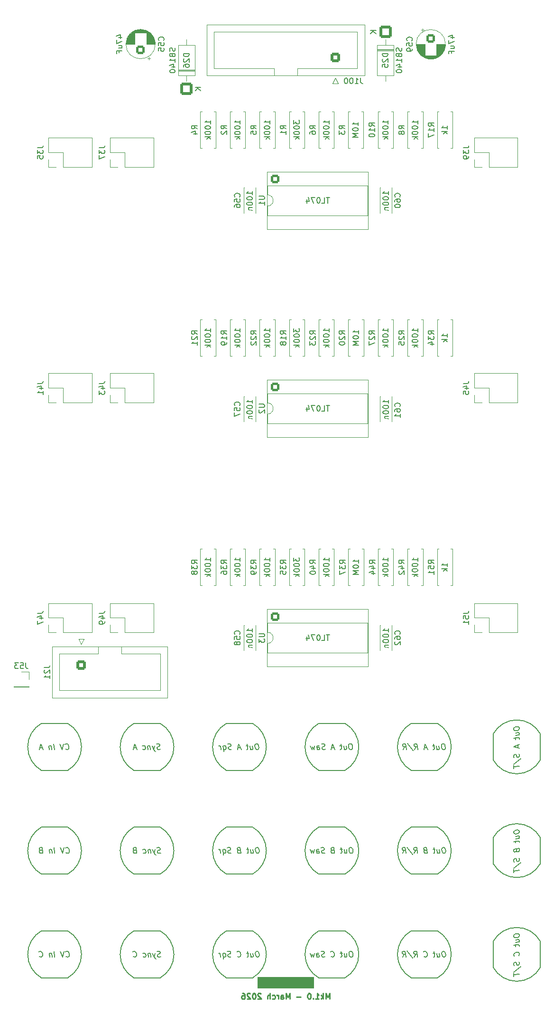
<source format=gbo>
%TF.GenerationSoftware,KiCad,Pcbnew,9.0.7*%
%TF.CreationDate,2026-02-21T19:12:40+01:00*%
%TF.ProjectId,DMH_VCLFO_v2_PCB_Main,444d485f-5643-44c4-964f-5f76325f5043,1*%
%TF.SameCoordinates,Original*%
%TF.FileFunction,Legend,Bot*%
%TF.FilePolarity,Positive*%
%FSLAX46Y46*%
G04 Gerber Fmt 4.6, Leading zero omitted, Abs format (unit mm)*
G04 Created by KiCad (PCBNEW 9.0.7) date 2026-02-21 19:12:40*
%MOMM*%
%LPD*%
G01*
G04 APERTURE LIST*
G04 Aperture macros list*
%AMRoundRect*
0 Rectangle with rounded corners*
0 $1 Rounding radius*
0 $2 $3 $4 $5 $6 $7 $8 $9 X,Y pos of 4 corners*
0 Add a 4 corners polygon primitive as box body*
4,1,4,$2,$3,$4,$5,$6,$7,$8,$9,$2,$3,0*
0 Add four circle primitives for the rounded corners*
1,1,$1+$1,$2,$3*
1,1,$1+$1,$4,$5*
1,1,$1+$1,$6,$7*
1,1,$1+$1,$8,$9*
0 Add four rect primitives between the rounded corners*
20,1,$1+$1,$2,$3,$4,$5,0*
20,1,$1+$1,$4,$5,$6,$7,0*
20,1,$1+$1,$6,$7,$8,$9,0*
20,1,$1+$1,$8,$9,$2,$3,0*%
%AMHorizOval*
0 Thick line with rounded ends*
0 $1 width*
0 $2 $3 position (X,Y) of the first rounded end (center of the circle)*
0 $4 $5 position (X,Y) of the second rounded end (center of the circle)*
0 Add line between two ends*
20,1,$1,$2,$3,$4,$5,0*
0 Add two circle primitives to create the rounded ends*
1,1,$1,$2,$3*
1,1,$1,$4,$5*%
G04 Aperture macros list end*
%ADD10C,0.100000*%
%ADD11C,0.250000*%
%ADD12C,0.150000*%
%ADD13C,0.120000*%
%ADD14HorizOval,1.712000X-0.533159X-0.533159X0.533159X0.533159X0*%
%ADD15O,1.712000X3.220000*%
%ADD16O,3.220000X1.712000*%
%ADD17R,1.700000X1.700000*%
%ADD18C,1.700000*%
%ADD19HorizOval,1.712000X-0.533159X0.533159X0.533159X-0.533159X0*%
%ADD20C,1.600000*%
%ADD21RoundRect,0.250000X0.600000X-0.600000X0.600000X0.600000X-0.600000X0.600000X-0.600000X-0.600000X0*%
%ADD22RoundRect,0.250000X-0.550000X0.550000X-0.550000X-0.550000X0.550000X-0.550000X0.550000X0.550000X0*%
%ADD23RoundRect,0.249999X-0.850001X0.850001X-0.850001X-0.850001X0.850001X-0.850001X0.850001X0.850001X0*%
%ADD24C,2.200000*%
%ADD25RoundRect,0.250000X-0.600000X0.600000X-0.600000X-0.600000X0.600000X-0.600000X0.600000X0.600000X0*%
%ADD26RoundRect,0.250000X0.550000X-0.550000X0.550000X0.550000X-0.550000X0.550000X-0.550000X-0.550000X0*%
%ADD27RoundRect,0.249999X0.850001X-0.850001X0.850001X0.850001X-0.850001X0.850001X-0.850001X-0.850001X0*%
G04 APERTURE END LIST*
D10*
X95000000Y-212750000D02*
X105000000Y-212750000D01*
X105000000Y-214750000D01*
X95000000Y-214750000D01*
X95000000Y-212750000D01*
G36*
X95000000Y-212750000D02*
G01*
X105000000Y-212750000D01*
X105000000Y-214750000D01*
X95000000Y-214750000D01*
X95000000Y-212750000D01*
G37*
D11*
X107809523Y-216699619D02*
X107809523Y-215699619D01*
X107809523Y-215699619D02*
X107476190Y-216413904D01*
X107476190Y-216413904D02*
X107142857Y-215699619D01*
X107142857Y-215699619D02*
X107142857Y-216699619D01*
X106666666Y-216699619D02*
X106666666Y-215699619D01*
X106571428Y-216318666D02*
X106285714Y-216699619D01*
X106285714Y-216032952D02*
X106666666Y-216413904D01*
X105333333Y-216699619D02*
X105904761Y-216699619D01*
X105619047Y-216699619D02*
X105619047Y-215699619D01*
X105619047Y-215699619D02*
X105714285Y-215842476D01*
X105714285Y-215842476D02*
X105809523Y-215937714D01*
X105809523Y-215937714D02*
X105904761Y-215985333D01*
X104904761Y-216604380D02*
X104857142Y-216652000D01*
X104857142Y-216652000D02*
X104904761Y-216699619D01*
X104904761Y-216699619D02*
X104952380Y-216652000D01*
X104952380Y-216652000D02*
X104904761Y-216604380D01*
X104904761Y-216604380D02*
X104904761Y-216699619D01*
X104238095Y-215699619D02*
X104142857Y-215699619D01*
X104142857Y-215699619D02*
X104047619Y-215747238D01*
X104047619Y-215747238D02*
X104000000Y-215794857D01*
X104000000Y-215794857D02*
X103952381Y-215890095D01*
X103952381Y-215890095D02*
X103904762Y-216080571D01*
X103904762Y-216080571D02*
X103904762Y-216318666D01*
X103904762Y-216318666D02*
X103952381Y-216509142D01*
X103952381Y-216509142D02*
X104000000Y-216604380D01*
X104000000Y-216604380D02*
X104047619Y-216652000D01*
X104047619Y-216652000D02*
X104142857Y-216699619D01*
X104142857Y-216699619D02*
X104238095Y-216699619D01*
X104238095Y-216699619D02*
X104333333Y-216652000D01*
X104333333Y-216652000D02*
X104380952Y-216604380D01*
X104380952Y-216604380D02*
X104428571Y-216509142D01*
X104428571Y-216509142D02*
X104476190Y-216318666D01*
X104476190Y-216318666D02*
X104476190Y-216080571D01*
X104476190Y-216080571D02*
X104428571Y-215890095D01*
X104428571Y-215890095D02*
X104380952Y-215794857D01*
X104380952Y-215794857D02*
X104333333Y-215747238D01*
X104333333Y-215747238D02*
X104238095Y-215699619D01*
X102714285Y-216318666D02*
X101952381Y-216318666D01*
X100714285Y-216699619D02*
X100714285Y-215699619D01*
X100714285Y-215699619D02*
X100380952Y-216413904D01*
X100380952Y-216413904D02*
X100047619Y-215699619D01*
X100047619Y-215699619D02*
X100047619Y-216699619D01*
X99142857Y-216699619D02*
X99142857Y-216175809D01*
X99142857Y-216175809D02*
X99190476Y-216080571D01*
X99190476Y-216080571D02*
X99285714Y-216032952D01*
X99285714Y-216032952D02*
X99476190Y-216032952D01*
X99476190Y-216032952D02*
X99571428Y-216080571D01*
X99142857Y-216652000D02*
X99238095Y-216699619D01*
X99238095Y-216699619D02*
X99476190Y-216699619D01*
X99476190Y-216699619D02*
X99571428Y-216652000D01*
X99571428Y-216652000D02*
X99619047Y-216556761D01*
X99619047Y-216556761D02*
X99619047Y-216461523D01*
X99619047Y-216461523D02*
X99571428Y-216366285D01*
X99571428Y-216366285D02*
X99476190Y-216318666D01*
X99476190Y-216318666D02*
X99238095Y-216318666D01*
X99238095Y-216318666D02*
X99142857Y-216271047D01*
X98666666Y-216699619D02*
X98666666Y-216032952D01*
X98666666Y-216223428D02*
X98619047Y-216128190D01*
X98619047Y-216128190D02*
X98571428Y-216080571D01*
X98571428Y-216080571D02*
X98476190Y-216032952D01*
X98476190Y-216032952D02*
X98380952Y-216032952D01*
X97619047Y-216652000D02*
X97714285Y-216699619D01*
X97714285Y-216699619D02*
X97904761Y-216699619D01*
X97904761Y-216699619D02*
X97999999Y-216652000D01*
X97999999Y-216652000D02*
X98047618Y-216604380D01*
X98047618Y-216604380D02*
X98095237Y-216509142D01*
X98095237Y-216509142D02*
X98095237Y-216223428D01*
X98095237Y-216223428D02*
X98047618Y-216128190D01*
X98047618Y-216128190D02*
X97999999Y-216080571D01*
X97999999Y-216080571D02*
X97904761Y-216032952D01*
X97904761Y-216032952D02*
X97714285Y-216032952D01*
X97714285Y-216032952D02*
X97619047Y-216080571D01*
X97190475Y-216699619D02*
X97190475Y-215699619D01*
X96761904Y-216699619D02*
X96761904Y-216175809D01*
X96761904Y-216175809D02*
X96809523Y-216080571D01*
X96809523Y-216080571D02*
X96904761Y-216032952D01*
X96904761Y-216032952D02*
X97047618Y-216032952D01*
X97047618Y-216032952D02*
X97142856Y-216080571D01*
X97142856Y-216080571D02*
X97190475Y-216128190D01*
X95571427Y-215794857D02*
X95523808Y-215747238D01*
X95523808Y-215747238D02*
X95428570Y-215699619D01*
X95428570Y-215699619D02*
X95190475Y-215699619D01*
X95190475Y-215699619D02*
X95095237Y-215747238D01*
X95095237Y-215747238D02*
X95047618Y-215794857D01*
X95047618Y-215794857D02*
X94999999Y-215890095D01*
X94999999Y-215890095D02*
X94999999Y-215985333D01*
X94999999Y-215985333D02*
X95047618Y-216128190D01*
X95047618Y-216128190D02*
X95619046Y-216699619D01*
X95619046Y-216699619D02*
X94999999Y-216699619D01*
X94380951Y-215699619D02*
X94285713Y-215699619D01*
X94285713Y-215699619D02*
X94190475Y-215747238D01*
X94190475Y-215747238D02*
X94142856Y-215794857D01*
X94142856Y-215794857D02*
X94095237Y-215890095D01*
X94095237Y-215890095D02*
X94047618Y-216080571D01*
X94047618Y-216080571D02*
X94047618Y-216318666D01*
X94047618Y-216318666D02*
X94095237Y-216509142D01*
X94095237Y-216509142D02*
X94142856Y-216604380D01*
X94142856Y-216604380D02*
X94190475Y-216652000D01*
X94190475Y-216652000D02*
X94285713Y-216699619D01*
X94285713Y-216699619D02*
X94380951Y-216699619D01*
X94380951Y-216699619D02*
X94476189Y-216652000D01*
X94476189Y-216652000D02*
X94523808Y-216604380D01*
X94523808Y-216604380D02*
X94571427Y-216509142D01*
X94571427Y-216509142D02*
X94619046Y-216318666D01*
X94619046Y-216318666D02*
X94619046Y-216080571D01*
X94619046Y-216080571D02*
X94571427Y-215890095D01*
X94571427Y-215890095D02*
X94523808Y-215794857D01*
X94523808Y-215794857D02*
X94476189Y-215747238D01*
X94476189Y-215747238D02*
X94380951Y-215699619D01*
X93666665Y-215794857D02*
X93619046Y-215747238D01*
X93619046Y-215747238D02*
X93523808Y-215699619D01*
X93523808Y-215699619D02*
X93285713Y-215699619D01*
X93285713Y-215699619D02*
X93190475Y-215747238D01*
X93190475Y-215747238D02*
X93142856Y-215794857D01*
X93142856Y-215794857D02*
X93095237Y-215890095D01*
X93095237Y-215890095D02*
X93095237Y-215985333D01*
X93095237Y-215985333D02*
X93142856Y-216128190D01*
X93142856Y-216128190D02*
X93714284Y-216699619D01*
X93714284Y-216699619D02*
X93095237Y-216699619D01*
X92238094Y-215699619D02*
X92428570Y-215699619D01*
X92428570Y-215699619D02*
X92523808Y-215747238D01*
X92523808Y-215747238D02*
X92571427Y-215794857D01*
X92571427Y-215794857D02*
X92666665Y-215937714D01*
X92666665Y-215937714D02*
X92714284Y-216128190D01*
X92714284Y-216128190D02*
X92714284Y-216509142D01*
X92714284Y-216509142D02*
X92666665Y-216604380D01*
X92666665Y-216604380D02*
X92619046Y-216652000D01*
X92619046Y-216652000D02*
X92523808Y-216699619D01*
X92523808Y-216699619D02*
X92333332Y-216699619D01*
X92333332Y-216699619D02*
X92238094Y-216652000D01*
X92238094Y-216652000D02*
X92190475Y-216604380D01*
X92190475Y-216604380D02*
X92142856Y-216509142D01*
X92142856Y-216509142D02*
X92142856Y-216271047D01*
X92142856Y-216271047D02*
X92190475Y-216175809D01*
X92190475Y-216175809D02*
X92238094Y-216128190D01*
X92238094Y-216128190D02*
X92333332Y-216080571D01*
X92333332Y-216080571D02*
X92523808Y-216080571D01*
X92523808Y-216080571D02*
X92619046Y-216128190D01*
X92619046Y-216128190D02*
X92666665Y-216175809D01*
X92666665Y-216175809D02*
X92714284Y-216271047D01*
D12*
X111678571Y-208204819D02*
X111488095Y-208204819D01*
X111488095Y-208204819D02*
X111398810Y-208252438D01*
X111398810Y-208252438D02*
X111315476Y-208347676D01*
X111315476Y-208347676D02*
X111291667Y-208538152D01*
X111291667Y-208538152D02*
X111333333Y-208871485D01*
X111333333Y-208871485D02*
X111404762Y-209061961D01*
X111404762Y-209061961D02*
X111511905Y-209157200D01*
X111511905Y-209157200D02*
X111613095Y-209204819D01*
X111613095Y-209204819D02*
X111803571Y-209204819D01*
X111803571Y-209204819D02*
X111892857Y-209157200D01*
X111892857Y-209157200D02*
X111976191Y-209061961D01*
X111976191Y-209061961D02*
X112000000Y-208871485D01*
X112000000Y-208871485D02*
X111958333Y-208538152D01*
X111958333Y-208538152D02*
X111886905Y-208347676D01*
X111886905Y-208347676D02*
X111779762Y-208252438D01*
X111779762Y-208252438D02*
X111678571Y-208204819D01*
X110434524Y-208538152D02*
X110517857Y-209204819D01*
X110863095Y-208538152D02*
X110928572Y-209061961D01*
X110928572Y-209061961D02*
X110892857Y-209157200D01*
X110892857Y-209157200D02*
X110803572Y-209204819D01*
X110803572Y-209204819D02*
X110660714Y-209204819D01*
X110660714Y-209204819D02*
X110559524Y-209157200D01*
X110559524Y-209157200D02*
X110505952Y-209109580D01*
X110101190Y-208538152D02*
X109720238Y-208538152D01*
X109916667Y-208204819D02*
X110023810Y-209061961D01*
X110023810Y-209061961D02*
X109988095Y-209157200D01*
X109988095Y-209157200D02*
X109898810Y-209204819D01*
X109898810Y-209204819D02*
X109803571Y-209204819D01*
X108124999Y-209109580D02*
X108178571Y-209157200D01*
X108178571Y-209157200D02*
X108327380Y-209204819D01*
X108327380Y-209204819D02*
X108422618Y-209204819D01*
X108422618Y-209204819D02*
X108559523Y-209157200D01*
X108559523Y-209157200D02*
X108642856Y-209061961D01*
X108642856Y-209061961D02*
X108678571Y-208966723D01*
X108678571Y-208966723D02*
X108702380Y-208776247D01*
X108702380Y-208776247D02*
X108684523Y-208633390D01*
X108684523Y-208633390D02*
X108613095Y-208442914D01*
X108613095Y-208442914D02*
X108553571Y-208347676D01*
X108553571Y-208347676D02*
X108446428Y-208252438D01*
X108446428Y-208252438D02*
X108297618Y-208204819D01*
X108297618Y-208204819D02*
X108202380Y-208204819D01*
X108202380Y-208204819D02*
X108065476Y-208252438D01*
X108065476Y-208252438D02*
X108023809Y-208300057D01*
X106988094Y-209157200D02*
X106851190Y-209204819D01*
X106851190Y-209204819D02*
X106613094Y-209204819D01*
X106613094Y-209204819D02*
X106511904Y-209157200D01*
X106511904Y-209157200D02*
X106458332Y-209109580D01*
X106458332Y-209109580D02*
X106398809Y-209014342D01*
X106398809Y-209014342D02*
X106386904Y-208919104D01*
X106386904Y-208919104D02*
X106422618Y-208823866D01*
X106422618Y-208823866D02*
X106464285Y-208776247D01*
X106464285Y-208776247D02*
X106553571Y-208728628D01*
X106553571Y-208728628D02*
X106738094Y-208681009D01*
X106738094Y-208681009D02*
X106827380Y-208633390D01*
X106827380Y-208633390D02*
X106869047Y-208585771D01*
X106869047Y-208585771D02*
X106904761Y-208490533D01*
X106904761Y-208490533D02*
X106892856Y-208395295D01*
X106892856Y-208395295D02*
X106833332Y-208300057D01*
X106833332Y-208300057D02*
X106779761Y-208252438D01*
X106779761Y-208252438D02*
X106678571Y-208204819D01*
X106678571Y-208204819D02*
X106440475Y-208204819D01*
X106440475Y-208204819D02*
X106303571Y-208252438D01*
X105565475Y-209204819D02*
X105499999Y-208681009D01*
X105499999Y-208681009D02*
X105535713Y-208585771D01*
X105535713Y-208585771D02*
X105624999Y-208538152D01*
X105624999Y-208538152D02*
X105815475Y-208538152D01*
X105815475Y-208538152D02*
X105916666Y-208585771D01*
X105559523Y-209157200D02*
X105660713Y-209204819D01*
X105660713Y-209204819D02*
X105898809Y-209204819D01*
X105898809Y-209204819D02*
X105988094Y-209157200D01*
X105988094Y-209157200D02*
X106023809Y-209061961D01*
X106023809Y-209061961D02*
X106011904Y-208966723D01*
X106011904Y-208966723D02*
X105952380Y-208871485D01*
X105952380Y-208871485D02*
X105851190Y-208823866D01*
X105851190Y-208823866D02*
X105613094Y-208823866D01*
X105613094Y-208823866D02*
X105511904Y-208776247D01*
X105101189Y-208538152D02*
X104994047Y-209204819D01*
X104994047Y-209204819D02*
X104744047Y-208728628D01*
X104744047Y-208728628D02*
X104613094Y-209204819D01*
X104613094Y-209204819D02*
X104339285Y-208538152D01*
X60815475Y-190609580D02*
X60869047Y-190657200D01*
X60869047Y-190657200D02*
X61017856Y-190704819D01*
X61017856Y-190704819D02*
X61113094Y-190704819D01*
X61113094Y-190704819D02*
X61249999Y-190657200D01*
X61249999Y-190657200D02*
X61333332Y-190561961D01*
X61333332Y-190561961D02*
X61369047Y-190466723D01*
X61369047Y-190466723D02*
X61392856Y-190276247D01*
X61392856Y-190276247D02*
X61374999Y-190133390D01*
X61374999Y-190133390D02*
X61303571Y-189942914D01*
X61303571Y-189942914D02*
X61244047Y-189847676D01*
X61244047Y-189847676D02*
X61136904Y-189752438D01*
X61136904Y-189752438D02*
X60988094Y-189704819D01*
X60988094Y-189704819D02*
X60892856Y-189704819D01*
X60892856Y-189704819D02*
X60755952Y-189752438D01*
X60755952Y-189752438D02*
X60714285Y-189800057D01*
X60416666Y-189704819D02*
X60208332Y-190704819D01*
X60208332Y-190704819D02*
X59749999Y-189704819D01*
X58779761Y-190704819D02*
X58654761Y-189704819D01*
X58220237Y-190038152D02*
X58303571Y-190704819D01*
X58232142Y-190133390D02*
X58178571Y-190085771D01*
X58178571Y-190085771D02*
X58077380Y-190038152D01*
X58077380Y-190038152D02*
X57934523Y-190038152D01*
X57934523Y-190038152D02*
X57845237Y-190085771D01*
X57845237Y-190085771D02*
X57809523Y-190181009D01*
X57809523Y-190181009D02*
X57874999Y-190704819D01*
X56238094Y-190181009D02*
X56101189Y-190228628D01*
X56101189Y-190228628D02*
X56059523Y-190276247D01*
X56059523Y-190276247D02*
X56023808Y-190371485D01*
X56023808Y-190371485D02*
X56041666Y-190514342D01*
X56041666Y-190514342D02*
X56101189Y-190609580D01*
X56101189Y-190609580D02*
X56154761Y-190657200D01*
X56154761Y-190657200D02*
X56255951Y-190704819D01*
X56255951Y-190704819D02*
X56636904Y-190704819D01*
X56636904Y-190704819D02*
X56511904Y-189704819D01*
X56511904Y-189704819D02*
X56178570Y-189704819D01*
X56178570Y-189704819D02*
X56089285Y-189752438D01*
X56089285Y-189752438D02*
X56047618Y-189800057D01*
X56047618Y-189800057D02*
X56011904Y-189895295D01*
X56011904Y-189895295D02*
X56023808Y-189990533D01*
X56023808Y-189990533D02*
X56083332Y-190085771D01*
X56083332Y-190085771D02*
X56136904Y-190133390D01*
X56136904Y-190133390D02*
X56238094Y-190181009D01*
X56238094Y-190181009D02*
X56571427Y-190181009D01*
X94964285Y-189704819D02*
X94773809Y-189704819D01*
X94773809Y-189704819D02*
X94684524Y-189752438D01*
X94684524Y-189752438D02*
X94601190Y-189847676D01*
X94601190Y-189847676D02*
X94577381Y-190038152D01*
X94577381Y-190038152D02*
X94619047Y-190371485D01*
X94619047Y-190371485D02*
X94690476Y-190561961D01*
X94690476Y-190561961D02*
X94797619Y-190657200D01*
X94797619Y-190657200D02*
X94898809Y-190704819D01*
X94898809Y-190704819D02*
X95089285Y-190704819D01*
X95089285Y-190704819D02*
X95178571Y-190657200D01*
X95178571Y-190657200D02*
X95261905Y-190561961D01*
X95261905Y-190561961D02*
X95285714Y-190371485D01*
X95285714Y-190371485D02*
X95244047Y-190038152D01*
X95244047Y-190038152D02*
X95172619Y-189847676D01*
X95172619Y-189847676D02*
X95065476Y-189752438D01*
X95065476Y-189752438D02*
X94964285Y-189704819D01*
X93720238Y-190038152D02*
X93803571Y-190704819D01*
X94148809Y-190038152D02*
X94214286Y-190561961D01*
X94214286Y-190561961D02*
X94178571Y-190657200D01*
X94178571Y-190657200D02*
X94089286Y-190704819D01*
X94089286Y-190704819D02*
X93946428Y-190704819D01*
X93946428Y-190704819D02*
X93845238Y-190657200D01*
X93845238Y-190657200D02*
X93791666Y-190609580D01*
X93386904Y-190038152D02*
X93005952Y-190038152D01*
X93202381Y-189704819D02*
X93309524Y-190561961D01*
X93309524Y-190561961D02*
X93273809Y-190657200D01*
X93273809Y-190657200D02*
X93184524Y-190704819D01*
X93184524Y-190704819D02*
X93089285Y-190704819D01*
X91595237Y-190181009D02*
X91458332Y-190228628D01*
X91458332Y-190228628D02*
X91416666Y-190276247D01*
X91416666Y-190276247D02*
X91380951Y-190371485D01*
X91380951Y-190371485D02*
X91398809Y-190514342D01*
X91398809Y-190514342D02*
X91458332Y-190609580D01*
X91458332Y-190609580D02*
X91511904Y-190657200D01*
X91511904Y-190657200D02*
X91613094Y-190704819D01*
X91613094Y-190704819D02*
X91994047Y-190704819D01*
X91994047Y-190704819D02*
X91869047Y-189704819D01*
X91869047Y-189704819D02*
X91535713Y-189704819D01*
X91535713Y-189704819D02*
X91446428Y-189752438D01*
X91446428Y-189752438D02*
X91404761Y-189800057D01*
X91404761Y-189800057D02*
X91369047Y-189895295D01*
X91369047Y-189895295D02*
X91380951Y-189990533D01*
X91380951Y-189990533D02*
X91440475Y-190085771D01*
X91440475Y-190085771D02*
X91494047Y-190133390D01*
X91494047Y-190133390D02*
X91595237Y-190181009D01*
X91595237Y-190181009D02*
X91928570Y-190181009D01*
X90273808Y-190657200D02*
X90136904Y-190704819D01*
X90136904Y-190704819D02*
X89898808Y-190704819D01*
X89898808Y-190704819D02*
X89797618Y-190657200D01*
X89797618Y-190657200D02*
X89744046Y-190609580D01*
X89744046Y-190609580D02*
X89684523Y-190514342D01*
X89684523Y-190514342D02*
X89672618Y-190419104D01*
X89672618Y-190419104D02*
X89708332Y-190323866D01*
X89708332Y-190323866D02*
X89749999Y-190276247D01*
X89749999Y-190276247D02*
X89839285Y-190228628D01*
X89839285Y-190228628D02*
X90023808Y-190181009D01*
X90023808Y-190181009D02*
X90113094Y-190133390D01*
X90113094Y-190133390D02*
X90154761Y-190085771D01*
X90154761Y-190085771D02*
X90190475Y-189990533D01*
X90190475Y-189990533D02*
X90178570Y-189895295D01*
X90178570Y-189895295D02*
X90119046Y-189800057D01*
X90119046Y-189800057D02*
X90065475Y-189752438D01*
X90065475Y-189752438D02*
X89964285Y-189704819D01*
X89964285Y-189704819D02*
X89726189Y-189704819D01*
X89726189Y-189704819D02*
X89589285Y-189752438D01*
X88767856Y-190038152D02*
X88892856Y-191038152D01*
X88845237Y-190657200D02*
X88946427Y-190704819D01*
X88946427Y-190704819D02*
X89136904Y-190704819D01*
X89136904Y-190704819D02*
X89226189Y-190657200D01*
X89226189Y-190657200D02*
X89267856Y-190609580D01*
X89267856Y-190609580D02*
X89303570Y-190514342D01*
X89303570Y-190514342D02*
X89267856Y-190228628D01*
X89267856Y-190228628D02*
X89208332Y-190133390D01*
X89208332Y-190133390D02*
X89154761Y-190085771D01*
X89154761Y-190085771D02*
X89053570Y-190038152D01*
X89053570Y-190038152D02*
X88863094Y-190038152D01*
X88863094Y-190038152D02*
X88773808Y-190085771D01*
X88374999Y-190704819D02*
X88291665Y-190038152D01*
X88315475Y-190228628D02*
X88255951Y-190133390D01*
X88255951Y-190133390D02*
X88202380Y-190085771D01*
X88202380Y-190085771D02*
X88101189Y-190038152D01*
X88101189Y-190038152D02*
X88005951Y-190038152D01*
X60744047Y-172109580D02*
X60797619Y-172157200D01*
X60797619Y-172157200D02*
X60946428Y-172204819D01*
X60946428Y-172204819D02*
X61041666Y-172204819D01*
X61041666Y-172204819D02*
X61178571Y-172157200D01*
X61178571Y-172157200D02*
X61261904Y-172061961D01*
X61261904Y-172061961D02*
X61297619Y-171966723D01*
X61297619Y-171966723D02*
X61321428Y-171776247D01*
X61321428Y-171776247D02*
X61303571Y-171633390D01*
X61303571Y-171633390D02*
X61232143Y-171442914D01*
X61232143Y-171442914D02*
X61172619Y-171347676D01*
X61172619Y-171347676D02*
X61065476Y-171252438D01*
X61065476Y-171252438D02*
X60916666Y-171204819D01*
X60916666Y-171204819D02*
X60821428Y-171204819D01*
X60821428Y-171204819D02*
X60684524Y-171252438D01*
X60684524Y-171252438D02*
X60642857Y-171300057D01*
X60345238Y-171204819D02*
X60136904Y-172204819D01*
X60136904Y-172204819D02*
X59678571Y-171204819D01*
X58708333Y-172204819D02*
X58583333Y-171204819D01*
X58148809Y-171538152D02*
X58232143Y-172204819D01*
X58160714Y-171633390D02*
X58107143Y-171585771D01*
X58107143Y-171585771D02*
X58005952Y-171538152D01*
X58005952Y-171538152D02*
X57863095Y-171538152D01*
X57863095Y-171538152D02*
X57773809Y-171585771D01*
X57773809Y-171585771D02*
X57738095Y-171681009D01*
X57738095Y-171681009D02*
X57803571Y-172204819D01*
X56577380Y-171919104D02*
X56101190Y-171919104D01*
X56708333Y-172204819D02*
X56249999Y-171204819D01*
X56249999Y-171204819D02*
X56041666Y-172204819D01*
X94964285Y-208204819D02*
X94773809Y-208204819D01*
X94773809Y-208204819D02*
X94684524Y-208252438D01*
X94684524Y-208252438D02*
X94601190Y-208347676D01*
X94601190Y-208347676D02*
X94577381Y-208538152D01*
X94577381Y-208538152D02*
X94619047Y-208871485D01*
X94619047Y-208871485D02*
X94690476Y-209061961D01*
X94690476Y-209061961D02*
X94797619Y-209157200D01*
X94797619Y-209157200D02*
X94898809Y-209204819D01*
X94898809Y-209204819D02*
X95089285Y-209204819D01*
X95089285Y-209204819D02*
X95178571Y-209157200D01*
X95178571Y-209157200D02*
X95261905Y-209061961D01*
X95261905Y-209061961D02*
X95285714Y-208871485D01*
X95285714Y-208871485D02*
X95244047Y-208538152D01*
X95244047Y-208538152D02*
X95172619Y-208347676D01*
X95172619Y-208347676D02*
X95065476Y-208252438D01*
X95065476Y-208252438D02*
X94964285Y-208204819D01*
X93720238Y-208538152D02*
X93803571Y-209204819D01*
X94148809Y-208538152D02*
X94214286Y-209061961D01*
X94214286Y-209061961D02*
X94178571Y-209157200D01*
X94178571Y-209157200D02*
X94089286Y-209204819D01*
X94089286Y-209204819D02*
X93946428Y-209204819D01*
X93946428Y-209204819D02*
X93845238Y-209157200D01*
X93845238Y-209157200D02*
X93791666Y-209109580D01*
X93386904Y-208538152D02*
X93005952Y-208538152D01*
X93202381Y-208204819D02*
X93309524Y-209061961D01*
X93309524Y-209061961D02*
X93273809Y-209157200D01*
X93273809Y-209157200D02*
X93184524Y-209204819D01*
X93184524Y-209204819D02*
X93089285Y-209204819D01*
X91410713Y-209109580D02*
X91464285Y-209157200D01*
X91464285Y-209157200D02*
X91613094Y-209204819D01*
X91613094Y-209204819D02*
X91708332Y-209204819D01*
X91708332Y-209204819D02*
X91845237Y-209157200D01*
X91845237Y-209157200D02*
X91928570Y-209061961D01*
X91928570Y-209061961D02*
X91964285Y-208966723D01*
X91964285Y-208966723D02*
X91988094Y-208776247D01*
X91988094Y-208776247D02*
X91970237Y-208633390D01*
X91970237Y-208633390D02*
X91898809Y-208442914D01*
X91898809Y-208442914D02*
X91839285Y-208347676D01*
X91839285Y-208347676D02*
X91732142Y-208252438D01*
X91732142Y-208252438D02*
X91583332Y-208204819D01*
X91583332Y-208204819D02*
X91488094Y-208204819D01*
X91488094Y-208204819D02*
X91351190Y-208252438D01*
X91351190Y-208252438D02*
X91309523Y-208300057D01*
X90273808Y-209157200D02*
X90136904Y-209204819D01*
X90136904Y-209204819D02*
X89898808Y-209204819D01*
X89898808Y-209204819D02*
X89797618Y-209157200D01*
X89797618Y-209157200D02*
X89744046Y-209109580D01*
X89744046Y-209109580D02*
X89684523Y-209014342D01*
X89684523Y-209014342D02*
X89672618Y-208919104D01*
X89672618Y-208919104D02*
X89708332Y-208823866D01*
X89708332Y-208823866D02*
X89749999Y-208776247D01*
X89749999Y-208776247D02*
X89839285Y-208728628D01*
X89839285Y-208728628D02*
X90023808Y-208681009D01*
X90023808Y-208681009D02*
X90113094Y-208633390D01*
X90113094Y-208633390D02*
X90154761Y-208585771D01*
X90154761Y-208585771D02*
X90190475Y-208490533D01*
X90190475Y-208490533D02*
X90178570Y-208395295D01*
X90178570Y-208395295D02*
X90119046Y-208300057D01*
X90119046Y-208300057D02*
X90065475Y-208252438D01*
X90065475Y-208252438D02*
X89964285Y-208204819D01*
X89964285Y-208204819D02*
X89726189Y-208204819D01*
X89726189Y-208204819D02*
X89589285Y-208252438D01*
X88767856Y-208538152D02*
X88892856Y-209538152D01*
X88845237Y-209157200D02*
X88946427Y-209204819D01*
X88946427Y-209204819D02*
X89136904Y-209204819D01*
X89136904Y-209204819D02*
X89226189Y-209157200D01*
X89226189Y-209157200D02*
X89267856Y-209109580D01*
X89267856Y-209109580D02*
X89303570Y-209014342D01*
X89303570Y-209014342D02*
X89267856Y-208728628D01*
X89267856Y-208728628D02*
X89208332Y-208633390D01*
X89208332Y-208633390D02*
X89154761Y-208585771D01*
X89154761Y-208585771D02*
X89053570Y-208538152D01*
X89053570Y-208538152D02*
X88863094Y-208538152D01*
X88863094Y-208538152D02*
X88773808Y-208585771D01*
X88374999Y-209204819D02*
X88291665Y-208538152D01*
X88315475Y-208728628D02*
X88255951Y-208633390D01*
X88255951Y-208633390D02*
X88202380Y-208585771D01*
X88202380Y-208585771D02*
X88101189Y-208538152D01*
X88101189Y-208538152D02*
X88005951Y-208538152D01*
X77678571Y-209157200D02*
X77541667Y-209204819D01*
X77541667Y-209204819D02*
X77303571Y-209204819D01*
X77303571Y-209204819D02*
X77202381Y-209157200D01*
X77202381Y-209157200D02*
X77148809Y-209109580D01*
X77148809Y-209109580D02*
X77089286Y-209014342D01*
X77089286Y-209014342D02*
X77077381Y-208919104D01*
X77077381Y-208919104D02*
X77113095Y-208823866D01*
X77113095Y-208823866D02*
X77154762Y-208776247D01*
X77154762Y-208776247D02*
X77244048Y-208728628D01*
X77244048Y-208728628D02*
X77428571Y-208681009D01*
X77428571Y-208681009D02*
X77517857Y-208633390D01*
X77517857Y-208633390D02*
X77559524Y-208585771D01*
X77559524Y-208585771D02*
X77595238Y-208490533D01*
X77595238Y-208490533D02*
X77583333Y-208395295D01*
X77583333Y-208395295D02*
X77523809Y-208300057D01*
X77523809Y-208300057D02*
X77470238Y-208252438D01*
X77470238Y-208252438D02*
X77369048Y-208204819D01*
X77369048Y-208204819D02*
X77130952Y-208204819D01*
X77130952Y-208204819D02*
X76994048Y-208252438D01*
X76696428Y-208538152D02*
X76541667Y-209204819D01*
X76220238Y-208538152D02*
X76541667Y-209204819D01*
X76541667Y-209204819D02*
X76666667Y-209442914D01*
X76666667Y-209442914D02*
X76720238Y-209490533D01*
X76720238Y-209490533D02*
X76821428Y-209538152D01*
X75839285Y-208538152D02*
X75922619Y-209204819D01*
X75851190Y-208633390D02*
X75797619Y-208585771D01*
X75797619Y-208585771D02*
X75696428Y-208538152D01*
X75696428Y-208538152D02*
X75553571Y-208538152D01*
X75553571Y-208538152D02*
X75464285Y-208585771D01*
X75464285Y-208585771D02*
X75428571Y-208681009D01*
X75428571Y-208681009D02*
X75494047Y-209204819D01*
X74583333Y-209157200D02*
X74684523Y-209204819D01*
X74684523Y-209204819D02*
X74875000Y-209204819D01*
X74875000Y-209204819D02*
X74964285Y-209157200D01*
X74964285Y-209157200D02*
X75005952Y-209109580D01*
X75005952Y-209109580D02*
X75041666Y-209014342D01*
X75041666Y-209014342D02*
X75005952Y-208728628D01*
X75005952Y-208728628D02*
X74946428Y-208633390D01*
X74946428Y-208633390D02*
X74892857Y-208585771D01*
X74892857Y-208585771D02*
X74791666Y-208538152D01*
X74791666Y-208538152D02*
X74601190Y-208538152D01*
X74601190Y-208538152D02*
X74511904Y-208585771D01*
X72815475Y-209109580D02*
X72869047Y-209157200D01*
X72869047Y-209157200D02*
X73017856Y-209204819D01*
X73017856Y-209204819D02*
X73113094Y-209204819D01*
X73113094Y-209204819D02*
X73249999Y-209157200D01*
X73249999Y-209157200D02*
X73333332Y-209061961D01*
X73333332Y-209061961D02*
X73369047Y-208966723D01*
X73369047Y-208966723D02*
X73392856Y-208776247D01*
X73392856Y-208776247D02*
X73374999Y-208633390D01*
X73374999Y-208633390D02*
X73303571Y-208442914D01*
X73303571Y-208442914D02*
X73244047Y-208347676D01*
X73244047Y-208347676D02*
X73136904Y-208252438D01*
X73136904Y-208252438D02*
X72988094Y-208204819D01*
X72988094Y-208204819D02*
X72892856Y-208204819D01*
X72892856Y-208204819D02*
X72755952Y-208252438D01*
X72755952Y-208252438D02*
X72714285Y-208300057D01*
X128249999Y-189704819D02*
X128059523Y-189704819D01*
X128059523Y-189704819D02*
X127970238Y-189752438D01*
X127970238Y-189752438D02*
X127886904Y-189847676D01*
X127886904Y-189847676D02*
X127863095Y-190038152D01*
X127863095Y-190038152D02*
X127904761Y-190371485D01*
X127904761Y-190371485D02*
X127976190Y-190561961D01*
X127976190Y-190561961D02*
X128083333Y-190657200D01*
X128083333Y-190657200D02*
X128184523Y-190704819D01*
X128184523Y-190704819D02*
X128374999Y-190704819D01*
X128374999Y-190704819D02*
X128464285Y-190657200D01*
X128464285Y-190657200D02*
X128547619Y-190561961D01*
X128547619Y-190561961D02*
X128571428Y-190371485D01*
X128571428Y-190371485D02*
X128529761Y-190038152D01*
X128529761Y-190038152D02*
X128458333Y-189847676D01*
X128458333Y-189847676D02*
X128351190Y-189752438D01*
X128351190Y-189752438D02*
X128249999Y-189704819D01*
X127005952Y-190038152D02*
X127089285Y-190704819D01*
X127434523Y-190038152D02*
X127500000Y-190561961D01*
X127500000Y-190561961D02*
X127464285Y-190657200D01*
X127464285Y-190657200D02*
X127375000Y-190704819D01*
X127375000Y-190704819D02*
X127232142Y-190704819D01*
X127232142Y-190704819D02*
X127130952Y-190657200D01*
X127130952Y-190657200D02*
X127077380Y-190609580D01*
X126672618Y-190038152D02*
X126291666Y-190038152D01*
X126488095Y-189704819D02*
X126595238Y-190561961D01*
X126595238Y-190561961D02*
X126559523Y-190657200D01*
X126559523Y-190657200D02*
X126470238Y-190704819D01*
X126470238Y-190704819D02*
X126374999Y-190704819D01*
X124880951Y-190181009D02*
X124744046Y-190228628D01*
X124744046Y-190228628D02*
X124702380Y-190276247D01*
X124702380Y-190276247D02*
X124666665Y-190371485D01*
X124666665Y-190371485D02*
X124684523Y-190514342D01*
X124684523Y-190514342D02*
X124744046Y-190609580D01*
X124744046Y-190609580D02*
X124797618Y-190657200D01*
X124797618Y-190657200D02*
X124898808Y-190704819D01*
X124898808Y-190704819D02*
X125279761Y-190704819D01*
X125279761Y-190704819D02*
X125154761Y-189704819D01*
X125154761Y-189704819D02*
X124821427Y-189704819D01*
X124821427Y-189704819D02*
X124732142Y-189752438D01*
X124732142Y-189752438D02*
X124690475Y-189800057D01*
X124690475Y-189800057D02*
X124654761Y-189895295D01*
X124654761Y-189895295D02*
X124666665Y-189990533D01*
X124666665Y-189990533D02*
X124726189Y-190085771D01*
X124726189Y-190085771D02*
X124779761Y-190133390D01*
X124779761Y-190133390D02*
X124880951Y-190181009D01*
X124880951Y-190181009D02*
X125214284Y-190181009D01*
X122946427Y-190704819D02*
X123220237Y-190228628D01*
X123517856Y-190704819D02*
X123392856Y-189704819D01*
X123392856Y-189704819D02*
X123011903Y-189704819D01*
X123011903Y-189704819D02*
X122922618Y-189752438D01*
X122922618Y-189752438D02*
X122880951Y-189800057D01*
X122880951Y-189800057D02*
X122845237Y-189895295D01*
X122845237Y-189895295D02*
X122863094Y-190038152D01*
X122863094Y-190038152D02*
X122922618Y-190133390D01*
X122922618Y-190133390D02*
X122976189Y-190181009D01*
X122976189Y-190181009D02*
X123077379Y-190228628D01*
X123077379Y-190228628D02*
X123458332Y-190228628D01*
X121672618Y-189657200D02*
X122690475Y-190942914D01*
X120898808Y-190704819D02*
X121172618Y-190228628D01*
X121470237Y-190704819D02*
X121345237Y-189704819D01*
X121345237Y-189704819D02*
X120964284Y-189704819D01*
X120964284Y-189704819D02*
X120874999Y-189752438D01*
X120874999Y-189752438D02*
X120833332Y-189800057D01*
X120833332Y-189800057D02*
X120797618Y-189895295D01*
X120797618Y-189895295D02*
X120815475Y-190038152D01*
X120815475Y-190038152D02*
X120874999Y-190133390D01*
X120874999Y-190133390D02*
X120928570Y-190181009D01*
X120928570Y-190181009D02*
X121029760Y-190228628D01*
X121029760Y-190228628D02*
X121410713Y-190228628D01*
X111607142Y-171204819D02*
X111416666Y-171204819D01*
X111416666Y-171204819D02*
X111327381Y-171252438D01*
X111327381Y-171252438D02*
X111244047Y-171347676D01*
X111244047Y-171347676D02*
X111220238Y-171538152D01*
X111220238Y-171538152D02*
X111261904Y-171871485D01*
X111261904Y-171871485D02*
X111333333Y-172061961D01*
X111333333Y-172061961D02*
X111440476Y-172157200D01*
X111440476Y-172157200D02*
X111541666Y-172204819D01*
X111541666Y-172204819D02*
X111732142Y-172204819D01*
X111732142Y-172204819D02*
X111821428Y-172157200D01*
X111821428Y-172157200D02*
X111904762Y-172061961D01*
X111904762Y-172061961D02*
X111928571Y-171871485D01*
X111928571Y-171871485D02*
X111886904Y-171538152D01*
X111886904Y-171538152D02*
X111815476Y-171347676D01*
X111815476Y-171347676D02*
X111708333Y-171252438D01*
X111708333Y-171252438D02*
X111607142Y-171204819D01*
X110363095Y-171538152D02*
X110446428Y-172204819D01*
X110791666Y-171538152D02*
X110857143Y-172061961D01*
X110857143Y-172061961D02*
X110821428Y-172157200D01*
X110821428Y-172157200D02*
X110732143Y-172204819D01*
X110732143Y-172204819D02*
X110589285Y-172204819D01*
X110589285Y-172204819D02*
X110488095Y-172157200D01*
X110488095Y-172157200D02*
X110434523Y-172109580D01*
X110029761Y-171538152D02*
X109648809Y-171538152D01*
X109845238Y-171204819D02*
X109952381Y-172061961D01*
X109952381Y-172061961D02*
X109916666Y-172157200D01*
X109916666Y-172157200D02*
X109827381Y-172204819D01*
X109827381Y-172204819D02*
X109732142Y-172204819D01*
X108648808Y-171919104D02*
X108172618Y-171919104D01*
X108779761Y-172204819D02*
X108321427Y-171204819D01*
X108321427Y-171204819D02*
X108113094Y-172204819D01*
X107059522Y-172157200D02*
X106922618Y-172204819D01*
X106922618Y-172204819D02*
X106684522Y-172204819D01*
X106684522Y-172204819D02*
X106583332Y-172157200D01*
X106583332Y-172157200D02*
X106529760Y-172109580D01*
X106529760Y-172109580D02*
X106470237Y-172014342D01*
X106470237Y-172014342D02*
X106458332Y-171919104D01*
X106458332Y-171919104D02*
X106494046Y-171823866D01*
X106494046Y-171823866D02*
X106535713Y-171776247D01*
X106535713Y-171776247D02*
X106624999Y-171728628D01*
X106624999Y-171728628D02*
X106809522Y-171681009D01*
X106809522Y-171681009D02*
X106898808Y-171633390D01*
X106898808Y-171633390D02*
X106940475Y-171585771D01*
X106940475Y-171585771D02*
X106976189Y-171490533D01*
X106976189Y-171490533D02*
X106964284Y-171395295D01*
X106964284Y-171395295D02*
X106904760Y-171300057D01*
X106904760Y-171300057D02*
X106851189Y-171252438D01*
X106851189Y-171252438D02*
X106749999Y-171204819D01*
X106749999Y-171204819D02*
X106511903Y-171204819D01*
X106511903Y-171204819D02*
X106374999Y-171252438D01*
X105636903Y-172204819D02*
X105571427Y-171681009D01*
X105571427Y-171681009D02*
X105607141Y-171585771D01*
X105607141Y-171585771D02*
X105696427Y-171538152D01*
X105696427Y-171538152D02*
X105886903Y-171538152D01*
X105886903Y-171538152D02*
X105988094Y-171585771D01*
X105630951Y-172157200D02*
X105732141Y-172204819D01*
X105732141Y-172204819D02*
X105970237Y-172204819D01*
X105970237Y-172204819D02*
X106059522Y-172157200D01*
X106059522Y-172157200D02*
X106095237Y-172061961D01*
X106095237Y-172061961D02*
X106083332Y-171966723D01*
X106083332Y-171966723D02*
X106023808Y-171871485D01*
X106023808Y-171871485D02*
X105922618Y-171823866D01*
X105922618Y-171823866D02*
X105684522Y-171823866D01*
X105684522Y-171823866D02*
X105583332Y-171776247D01*
X105172617Y-171538152D02*
X105065475Y-172204819D01*
X105065475Y-172204819D02*
X104815475Y-171728628D01*
X104815475Y-171728628D02*
X104684522Y-172204819D01*
X104684522Y-172204819D02*
X104410713Y-171538152D01*
X94892857Y-171204819D02*
X94702381Y-171204819D01*
X94702381Y-171204819D02*
X94613096Y-171252438D01*
X94613096Y-171252438D02*
X94529762Y-171347676D01*
X94529762Y-171347676D02*
X94505953Y-171538152D01*
X94505953Y-171538152D02*
X94547619Y-171871485D01*
X94547619Y-171871485D02*
X94619048Y-172061961D01*
X94619048Y-172061961D02*
X94726191Y-172157200D01*
X94726191Y-172157200D02*
X94827381Y-172204819D01*
X94827381Y-172204819D02*
X95017857Y-172204819D01*
X95017857Y-172204819D02*
X95107143Y-172157200D01*
X95107143Y-172157200D02*
X95190477Y-172061961D01*
X95190477Y-172061961D02*
X95214286Y-171871485D01*
X95214286Y-171871485D02*
X95172619Y-171538152D01*
X95172619Y-171538152D02*
X95101191Y-171347676D01*
X95101191Y-171347676D02*
X94994048Y-171252438D01*
X94994048Y-171252438D02*
X94892857Y-171204819D01*
X93648810Y-171538152D02*
X93732143Y-172204819D01*
X94077381Y-171538152D02*
X94142858Y-172061961D01*
X94142858Y-172061961D02*
X94107143Y-172157200D01*
X94107143Y-172157200D02*
X94017858Y-172204819D01*
X94017858Y-172204819D02*
X93875000Y-172204819D01*
X93875000Y-172204819D02*
X93773810Y-172157200D01*
X93773810Y-172157200D02*
X93720238Y-172109580D01*
X93315476Y-171538152D02*
X92934524Y-171538152D01*
X93130953Y-171204819D02*
X93238096Y-172061961D01*
X93238096Y-172061961D02*
X93202381Y-172157200D01*
X93202381Y-172157200D02*
X93113096Y-172204819D01*
X93113096Y-172204819D02*
X93017857Y-172204819D01*
X91934523Y-171919104D02*
X91458333Y-171919104D01*
X92065476Y-172204819D02*
X91607142Y-171204819D01*
X91607142Y-171204819D02*
X91398809Y-172204819D01*
X90345237Y-172157200D02*
X90208333Y-172204819D01*
X90208333Y-172204819D02*
X89970237Y-172204819D01*
X89970237Y-172204819D02*
X89869047Y-172157200D01*
X89869047Y-172157200D02*
X89815475Y-172109580D01*
X89815475Y-172109580D02*
X89755952Y-172014342D01*
X89755952Y-172014342D02*
X89744047Y-171919104D01*
X89744047Y-171919104D02*
X89779761Y-171823866D01*
X89779761Y-171823866D02*
X89821428Y-171776247D01*
X89821428Y-171776247D02*
X89910714Y-171728628D01*
X89910714Y-171728628D02*
X90095237Y-171681009D01*
X90095237Y-171681009D02*
X90184523Y-171633390D01*
X90184523Y-171633390D02*
X90226190Y-171585771D01*
X90226190Y-171585771D02*
X90261904Y-171490533D01*
X90261904Y-171490533D02*
X90249999Y-171395295D01*
X90249999Y-171395295D02*
X90190475Y-171300057D01*
X90190475Y-171300057D02*
X90136904Y-171252438D01*
X90136904Y-171252438D02*
X90035714Y-171204819D01*
X90035714Y-171204819D02*
X89797618Y-171204819D01*
X89797618Y-171204819D02*
X89660714Y-171252438D01*
X88839285Y-171538152D02*
X88964285Y-172538152D01*
X88916666Y-172157200D02*
X89017856Y-172204819D01*
X89017856Y-172204819D02*
X89208333Y-172204819D01*
X89208333Y-172204819D02*
X89297618Y-172157200D01*
X89297618Y-172157200D02*
X89339285Y-172109580D01*
X89339285Y-172109580D02*
X89374999Y-172014342D01*
X89374999Y-172014342D02*
X89339285Y-171728628D01*
X89339285Y-171728628D02*
X89279761Y-171633390D01*
X89279761Y-171633390D02*
X89226190Y-171585771D01*
X89226190Y-171585771D02*
X89124999Y-171538152D01*
X89124999Y-171538152D02*
X88934523Y-171538152D01*
X88934523Y-171538152D02*
X88845237Y-171585771D01*
X88446428Y-172204819D02*
X88363094Y-171538152D01*
X88386904Y-171728628D02*
X88327380Y-171633390D01*
X88327380Y-171633390D02*
X88273809Y-171585771D01*
X88273809Y-171585771D02*
X88172618Y-171538152D01*
X88172618Y-171538152D02*
X88077380Y-171538152D01*
X140704819Y-205392857D02*
X140704819Y-205583333D01*
X140704819Y-205583333D02*
X140752438Y-205672618D01*
X140752438Y-205672618D02*
X140847676Y-205755952D01*
X140847676Y-205755952D02*
X141038152Y-205779761D01*
X141038152Y-205779761D02*
X141371485Y-205738095D01*
X141371485Y-205738095D02*
X141561961Y-205666666D01*
X141561961Y-205666666D02*
X141657200Y-205559523D01*
X141657200Y-205559523D02*
X141704819Y-205458333D01*
X141704819Y-205458333D02*
X141704819Y-205267857D01*
X141704819Y-205267857D02*
X141657200Y-205178571D01*
X141657200Y-205178571D02*
X141561961Y-205095238D01*
X141561961Y-205095238D02*
X141371485Y-205071428D01*
X141371485Y-205071428D02*
X141038152Y-205113095D01*
X141038152Y-205113095D02*
X140847676Y-205184523D01*
X140847676Y-205184523D02*
X140752438Y-205291666D01*
X140752438Y-205291666D02*
X140704819Y-205392857D01*
X141038152Y-206636904D02*
X141704819Y-206553571D01*
X141038152Y-206208333D02*
X141561961Y-206142857D01*
X141561961Y-206142857D02*
X141657200Y-206178571D01*
X141657200Y-206178571D02*
X141704819Y-206267857D01*
X141704819Y-206267857D02*
X141704819Y-206410714D01*
X141704819Y-206410714D02*
X141657200Y-206511904D01*
X141657200Y-206511904D02*
X141609580Y-206565476D01*
X141038152Y-206970238D02*
X141038152Y-207351190D01*
X140704819Y-207154761D02*
X141561961Y-207047619D01*
X141561961Y-207047619D02*
X141657200Y-207083333D01*
X141657200Y-207083333D02*
X141704819Y-207172619D01*
X141704819Y-207172619D02*
X141704819Y-207267857D01*
X141609580Y-208946429D02*
X141657200Y-208892857D01*
X141657200Y-208892857D02*
X141704819Y-208744048D01*
X141704819Y-208744048D02*
X141704819Y-208648810D01*
X141704819Y-208648810D02*
X141657200Y-208511905D01*
X141657200Y-208511905D02*
X141561961Y-208428572D01*
X141561961Y-208428572D02*
X141466723Y-208392857D01*
X141466723Y-208392857D02*
X141276247Y-208369048D01*
X141276247Y-208369048D02*
X141133390Y-208386905D01*
X141133390Y-208386905D02*
X140942914Y-208458333D01*
X140942914Y-208458333D02*
X140847676Y-208517857D01*
X140847676Y-208517857D02*
X140752438Y-208625000D01*
X140752438Y-208625000D02*
X140704819Y-208773810D01*
X140704819Y-208773810D02*
X140704819Y-208869048D01*
X140704819Y-208869048D02*
X140752438Y-209005953D01*
X140752438Y-209005953D02*
X140800057Y-209047619D01*
X141657200Y-210083334D02*
X141704819Y-210220238D01*
X141704819Y-210220238D02*
X141704819Y-210458334D01*
X141704819Y-210458334D02*
X141657200Y-210559524D01*
X141657200Y-210559524D02*
X141609580Y-210613096D01*
X141609580Y-210613096D02*
X141514342Y-210672619D01*
X141514342Y-210672619D02*
X141419104Y-210684524D01*
X141419104Y-210684524D02*
X141323866Y-210648810D01*
X141323866Y-210648810D02*
X141276247Y-210607143D01*
X141276247Y-210607143D02*
X141228628Y-210517858D01*
X141228628Y-210517858D02*
X141181009Y-210333334D01*
X141181009Y-210333334D02*
X141133390Y-210244048D01*
X141133390Y-210244048D02*
X141085771Y-210202381D01*
X141085771Y-210202381D02*
X140990533Y-210166667D01*
X140990533Y-210166667D02*
X140895295Y-210178572D01*
X140895295Y-210178572D02*
X140800057Y-210238096D01*
X140800057Y-210238096D02*
X140752438Y-210291667D01*
X140752438Y-210291667D02*
X140704819Y-210392858D01*
X140704819Y-210392858D02*
X140704819Y-210630953D01*
X140704819Y-210630953D02*
X140752438Y-210767858D01*
X140657200Y-211922619D02*
X141942914Y-210904762D01*
X140704819Y-212107143D02*
X140704819Y-212678572D01*
X141704819Y-212267858D02*
X140704819Y-212392858D01*
X60815475Y-209109580D02*
X60869047Y-209157200D01*
X60869047Y-209157200D02*
X61017856Y-209204819D01*
X61017856Y-209204819D02*
X61113094Y-209204819D01*
X61113094Y-209204819D02*
X61249999Y-209157200D01*
X61249999Y-209157200D02*
X61333332Y-209061961D01*
X61333332Y-209061961D02*
X61369047Y-208966723D01*
X61369047Y-208966723D02*
X61392856Y-208776247D01*
X61392856Y-208776247D02*
X61374999Y-208633390D01*
X61374999Y-208633390D02*
X61303571Y-208442914D01*
X61303571Y-208442914D02*
X61244047Y-208347676D01*
X61244047Y-208347676D02*
X61136904Y-208252438D01*
X61136904Y-208252438D02*
X60988094Y-208204819D01*
X60988094Y-208204819D02*
X60892856Y-208204819D01*
X60892856Y-208204819D02*
X60755952Y-208252438D01*
X60755952Y-208252438D02*
X60714285Y-208300057D01*
X60416666Y-208204819D02*
X60208332Y-209204819D01*
X60208332Y-209204819D02*
X59749999Y-208204819D01*
X58779761Y-209204819D02*
X58654761Y-208204819D01*
X58220237Y-208538152D02*
X58303571Y-209204819D01*
X58232142Y-208633390D02*
X58178571Y-208585771D01*
X58178571Y-208585771D02*
X58077380Y-208538152D01*
X58077380Y-208538152D02*
X57934523Y-208538152D01*
X57934523Y-208538152D02*
X57845237Y-208585771D01*
X57845237Y-208585771D02*
X57809523Y-208681009D01*
X57809523Y-208681009D02*
X57874999Y-209204819D01*
X56053570Y-209109580D02*
X56107142Y-209157200D01*
X56107142Y-209157200D02*
X56255951Y-209204819D01*
X56255951Y-209204819D02*
X56351189Y-209204819D01*
X56351189Y-209204819D02*
X56488094Y-209157200D01*
X56488094Y-209157200D02*
X56571427Y-209061961D01*
X56571427Y-209061961D02*
X56607142Y-208966723D01*
X56607142Y-208966723D02*
X56630951Y-208776247D01*
X56630951Y-208776247D02*
X56613094Y-208633390D01*
X56613094Y-208633390D02*
X56541666Y-208442914D01*
X56541666Y-208442914D02*
X56482142Y-208347676D01*
X56482142Y-208347676D02*
X56374999Y-208252438D01*
X56374999Y-208252438D02*
X56226189Y-208204819D01*
X56226189Y-208204819D02*
X56130951Y-208204819D01*
X56130951Y-208204819D02*
X55994047Y-208252438D01*
X55994047Y-208252438D02*
X55952380Y-208300057D01*
X77607142Y-172157200D02*
X77470238Y-172204819D01*
X77470238Y-172204819D02*
X77232142Y-172204819D01*
X77232142Y-172204819D02*
X77130952Y-172157200D01*
X77130952Y-172157200D02*
X77077380Y-172109580D01*
X77077380Y-172109580D02*
X77017857Y-172014342D01*
X77017857Y-172014342D02*
X77005952Y-171919104D01*
X77005952Y-171919104D02*
X77041666Y-171823866D01*
X77041666Y-171823866D02*
X77083333Y-171776247D01*
X77083333Y-171776247D02*
X77172619Y-171728628D01*
X77172619Y-171728628D02*
X77357142Y-171681009D01*
X77357142Y-171681009D02*
X77446428Y-171633390D01*
X77446428Y-171633390D02*
X77488095Y-171585771D01*
X77488095Y-171585771D02*
X77523809Y-171490533D01*
X77523809Y-171490533D02*
X77511904Y-171395295D01*
X77511904Y-171395295D02*
X77452380Y-171300057D01*
X77452380Y-171300057D02*
X77398809Y-171252438D01*
X77398809Y-171252438D02*
X77297619Y-171204819D01*
X77297619Y-171204819D02*
X77059523Y-171204819D01*
X77059523Y-171204819D02*
X76922619Y-171252438D01*
X76624999Y-171538152D02*
X76470238Y-172204819D01*
X76148809Y-171538152D02*
X76470238Y-172204819D01*
X76470238Y-172204819D02*
X76595238Y-172442914D01*
X76595238Y-172442914D02*
X76648809Y-172490533D01*
X76648809Y-172490533D02*
X76749999Y-172538152D01*
X75767856Y-171538152D02*
X75851190Y-172204819D01*
X75779761Y-171633390D02*
X75726190Y-171585771D01*
X75726190Y-171585771D02*
X75624999Y-171538152D01*
X75624999Y-171538152D02*
X75482142Y-171538152D01*
X75482142Y-171538152D02*
X75392856Y-171585771D01*
X75392856Y-171585771D02*
X75357142Y-171681009D01*
X75357142Y-171681009D02*
X75422618Y-172204819D01*
X74511904Y-172157200D02*
X74613094Y-172204819D01*
X74613094Y-172204819D02*
X74803571Y-172204819D01*
X74803571Y-172204819D02*
X74892856Y-172157200D01*
X74892856Y-172157200D02*
X74934523Y-172109580D01*
X74934523Y-172109580D02*
X74970237Y-172014342D01*
X74970237Y-172014342D02*
X74934523Y-171728628D01*
X74934523Y-171728628D02*
X74874999Y-171633390D01*
X74874999Y-171633390D02*
X74821428Y-171585771D01*
X74821428Y-171585771D02*
X74720237Y-171538152D01*
X74720237Y-171538152D02*
X74529761Y-171538152D01*
X74529761Y-171538152D02*
X74440475Y-171585771D01*
X73339284Y-171919104D02*
X72863094Y-171919104D01*
X73470237Y-172204819D02*
X73011903Y-171204819D01*
X73011903Y-171204819D02*
X72803570Y-172204819D01*
X77678571Y-190657200D02*
X77541667Y-190704819D01*
X77541667Y-190704819D02*
X77303571Y-190704819D01*
X77303571Y-190704819D02*
X77202381Y-190657200D01*
X77202381Y-190657200D02*
X77148809Y-190609580D01*
X77148809Y-190609580D02*
X77089286Y-190514342D01*
X77089286Y-190514342D02*
X77077381Y-190419104D01*
X77077381Y-190419104D02*
X77113095Y-190323866D01*
X77113095Y-190323866D02*
X77154762Y-190276247D01*
X77154762Y-190276247D02*
X77244048Y-190228628D01*
X77244048Y-190228628D02*
X77428571Y-190181009D01*
X77428571Y-190181009D02*
X77517857Y-190133390D01*
X77517857Y-190133390D02*
X77559524Y-190085771D01*
X77559524Y-190085771D02*
X77595238Y-189990533D01*
X77595238Y-189990533D02*
X77583333Y-189895295D01*
X77583333Y-189895295D02*
X77523809Y-189800057D01*
X77523809Y-189800057D02*
X77470238Y-189752438D01*
X77470238Y-189752438D02*
X77369048Y-189704819D01*
X77369048Y-189704819D02*
X77130952Y-189704819D01*
X77130952Y-189704819D02*
X76994048Y-189752438D01*
X76696428Y-190038152D02*
X76541667Y-190704819D01*
X76220238Y-190038152D02*
X76541667Y-190704819D01*
X76541667Y-190704819D02*
X76666667Y-190942914D01*
X76666667Y-190942914D02*
X76720238Y-190990533D01*
X76720238Y-190990533D02*
X76821428Y-191038152D01*
X75839285Y-190038152D02*
X75922619Y-190704819D01*
X75851190Y-190133390D02*
X75797619Y-190085771D01*
X75797619Y-190085771D02*
X75696428Y-190038152D01*
X75696428Y-190038152D02*
X75553571Y-190038152D01*
X75553571Y-190038152D02*
X75464285Y-190085771D01*
X75464285Y-190085771D02*
X75428571Y-190181009D01*
X75428571Y-190181009D02*
X75494047Y-190704819D01*
X74583333Y-190657200D02*
X74684523Y-190704819D01*
X74684523Y-190704819D02*
X74875000Y-190704819D01*
X74875000Y-190704819D02*
X74964285Y-190657200D01*
X74964285Y-190657200D02*
X75005952Y-190609580D01*
X75005952Y-190609580D02*
X75041666Y-190514342D01*
X75041666Y-190514342D02*
X75005952Y-190228628D01*
X75005952Y-190228628D02*
X74946428Y-190133390D01*
X74946428Y-190133390D02*
X74892857Y-190085771D01*
X74892857Y-190085771D02*
X74791666Y-190038152D01*
X74791666Y-190038152D02*
X74601190Y-190038152D01*
X74601190Y-190038152D02*
X74511904Y-190085771D01*
X72999999Y-190181009D02*
X72863094Y-190228628D01*
X72863094Y-190228628D02*
X72821428Y-190276247D01*
X72821428Y-190276247D02*
X72785713Y-190371485D01*
X72785713Y-190371485D02*
X72803571Y-190514342D01*
X72803571Y-190514342D02*
X72863094Y-190609580D01*
X72863094Y-190609580D02*
X72916666Y-190657200D01*
X72916666Y-190657200D02*
X73017856Y-190704819D01*
X73017856Y-190704819D02*
X73398809Y-190704819D01*
X73398809Y-190704819D02*
X73273809Y-189704819D01*
X73273809Y-189704819D02*
X72940475Y-189704819D01*
X72940475Y-189704819D02*
X72851190Y-189752438D01*
X72851190Y-189752438D02*
X72809523Y-189800057D01*
X72809523Y-189800057D02*
X72773809Y-189895295D01*
X72773809Y-189895295D02*
X72785713Y-189990533D01*
X72785713Y-189990533D02*
X72845237Y-190085771D01*
X72845237Y-190085771D02*
X72898809Y-190133390D01*
X72898809Y-190133390D02*
X72999999Y-190181009D01*
X72999999Y-190181009D02*
X73333332Y-190181009D01*
X128178571Y-171204819D02*
X127988095Y-171204819D01*
X127988095Y-171204819D02*
X127898810Y-171252438D01*
X127898810Y-171252438D02*
X127815476Y-171347676D01*
X127815476Y-171347676D02*
X127791667Y-171538152D01*
X127791667Y-171538152D02*
X127833333Y-171871485D01*
X127833333Y-171871485D02*
X127904762Y-172061961D01*
X127904762Y-172061961D02*
X128011905Y-172157200D01*
X128011905Y-172157200D02*
X128113095Y-172204819D01*
X128113095Y-172204819D02*
X128303571Y-172204819D01*
X128303571Y-172204819D02*
X128392857Y-172157200D01*
X128392857Y-172157200D02*
X128476191Y-172061961D01*
X128476191Y-172061961D02*
X128500000Y-171871485D01*
X128500000Y-171871485D02*
X128458333Y-171538152D01*
X128458333Y-171538152D02*
X128386905Y-171347676D01*
X128386905Y-171347676D02*
X128279762Y-171252438D01*
X128279762Y-171252438D02*
X128178571Y-171204819D01*
X126934524Y-171538152D02*
X127017857Y-172204819D01*
X127363095Y-171538152D02*
X127428572Y-172061961D01*
X127428572Y-172061961D02*
X127392857Y-172157200D01*
X127392857Y-172157200D02*
X127303572Y-172204819D01*
X127303572Y-172204819D02*
X127160714Y-172204819D01*
X127160714Y-172204819D02*
X127059524Y-172157200D01*
X127059524Y-172157200D02*
X127005952Y-172109580D01*
X126601190Y-171538152D02*
X126220238Y-171538152D01*
X126416667Y-171204819D02*
X126523810Y-172061961D01*
X126523810Y-172061961D02*
X126488095Y-172157200D01*
X126488095Y-172157200D02*
X126398810Y-172204819D01*
X126398810Y-172204819D02*
X126303571Y-172204819D01*
X125220237Y-171919104D02*
X124744047Y-171919104D01*
X125351190Y-172204819D02*
X124892856Y-171204819D01*
X124892856Y-171204819D02*
X124684523Y-172204819D01*
X123017856Y-172204819D02*
X123291666Y-171728628D01*
X123589285Y-172204819D02*
X123464285Y-171204819D01*
X123464285Y-171204819D02*
X123083332Y-171204819D01*
X123083332Y-171204819D02*
X122994047Y-171252438D01*
X122994047Y-171252438D02*
X122952380Y-171300057D01*
X122952380Y-171300057D02*
X122916666Y-171395295D01*
X122916666Y-171395295D02*
X122934523Y-171538152D01*
X122934523Y-171538152D02*
X122994047Y-171633390D01*
X122994047Y-171633390D02*
X123047618Y-171681009D01*
X123047618Y-171681009D02*
X123148808Y-171728628D01*
X123148808Y-171728628D02*
X123529761Y-171728628D01*
X121744047Y-171157200D02*
X122761904Y-172442914D01*
X120970237Y-172204819D02*
X121244047Y-171728628D01*
X121541666Y-172204819D02*
X121416666Y-171204819D01*
X121416666Y-171204819D02*
X121035713Y-171204819D01*
X121035713Y-171204819D02*
X120946428Y-171252438D01*
X120946428Y-171252438D02*
X120904761Y-171300057D01*
X120904761Y-171300057D02*
X120869047Y-171395295D01*
X120869047Y-171395295D02*
X120886904Y-171538152D01*
X120886904Y-171538152D02*
X120946428Y-171633390D01*
X120946428Y-171633390D02*
X120999999Y-171681009D01*
X120999999Y-171681009D02*
X121101189Y-171728628D01*
X121101189Y-171728628D02*
X121482142Y-171728628D01*
X140704819Y-186892857D02*
X140704819Y-187083333D01*
X140704819Y-187083333D02*
X140752438Y-187172618D01*
X140752438Y-187172618D02*
X140847676Y-187255952D01*
X140847676Y-187255952D02*
X141038152Y-187279761D01*
X141038152Y-187279761D02*
X141371485Y-187238095D01*
X141371485Y-187238095D02*
X141561961Y-187166666D01*
X141561961Y-187166666D02*
X141657200Y-187059523D01*
X141657200Y-187059523D02*
X141704819Y-186958333D01*
X141704819Y-186958333D02*
X141704819Y-186767857D01*
X141704819Y-186767857D02*
X141657200Y-186678571D01*
X141657200Y-186678571D02*
X141561961Y-186595238D01*
X141561961Y-186595238D02*
X141371485Y-186571428D01*
X141371485Y-186571428D02*
X141038152Y-186613095D01*
X141038152Y-186613095D02*
X140847676Y-186684523D01*
X140847676Y-186684523D02*
X140752438Y-186791666D01*
X140752438Y-186791666D02*
X140704819Y-186892857D01*
X141038152Y-188136904D02*
X141704819Y-188053571D01*
X141038152Y-187708333D02*
X141561961Y-187642857D01*
X141561961Y-187642857D02*
X141657200Y-187678571D01*
X141657200Y-187678571D02*
X141704819Y-187767857D01*
X141704819Y-187767857D02*
X141704819Y-187910714D01*
X141704819Y-187910714D02*
X141657200Y-188011904D01*
X141657200Y-188011904D02*
X141609580Y-188065476D01*
X141038152Y-188470238D02*
X141038152Y-188851190D01*
X140704819Y-188654761D02*
X141561961Y-188547619D01*
X141561961Y-188547619D02*
X141657200Y-188583333D01*
X141657200Y-188583333D02*
X141704819Y-188672619D01*
X141704819Y-188672619D02*
X141704819Y-188767857D01*
X141181009Y-190261905D02*
X141228628Y-190398810D01*
X141228628Y-190398810D02*
X141276247Y-190440476D01*
X141276247Y-190440476D02*
X141371485Y-190476191D01*
X141371485Y-190476191D02*
X141514342Y-190458333D01*
X141514342Y-190458333D02*
X141609580Y-190398810D01*
X141609580Y-190398810D02*
X141657200Y-190345238D01*
X141657200Y-190345238D02*
X141704819Y-190244048D01*
X141704819Y-190244048D02*
X141704819Y-189863095D01*
X141704819Y-189863095D02*
X140704819Y-189988095D01*
X140704819Y-189988095D02*
X140704819Y-190321429D01*
X140704819Y-190321429D02*
X140752438Y-190410714D01*
X140752438Y-190410714D02*
X140800057Y-190452381D01*
X140800057Y-190452381D02*
X140895295Y-190488095D01*
X140895295Y-190488095D02*
X140990533Y-190476191D01*
X140990533Y-190476191D02*
X141085771Y-190416667D01*
X141085771Y-190416667D02*
X141133390Y-190363095D01*
X141133390Y-190363095D02*
X141181009Y-190261905D01*
X141181009Y-190261905D02*
X141181009Y-189928572D01*
X141657200Y-191583334D02*
X141704819Y-191720238D01*
X141704819Y-191720238D02*
X141704819Y-191958334D01*
X141704819Y-191958334D02*
X141657200Y-192059524D01*
X141657200Y-192059524D02*
X141609580Y-192113096D01*
X141609580Y-192113096D02*
X141514342Y-192172619D01*
X141514342Y-192172619D02*
X141419104Y-192184524D01*
X141419104Y-192184524D02*
X141323866Y-192148810D01*
X141323866Y-192148810D02*
X141276247Y-192107143D01*
X141276247Y-192107143D02*
X141228628Y-192017858D01*
X141228628Y-192017858D02*
X141181009Y-191833334D01*
X141181009Y-191833334D02*
X141133390Y-191744048D01*
X141133390Y-191744048D02*
X141085771Y-191702381D01*
X141085771Y-191702381D02*
X140990533Y-191666667D01*
X140990533Y-191666667D02*
X140895295Y-191678572D01*
X140895295Y-191678572D02*
X140800057Y-191738096D01*
X140800057Y-191738096D02*
X140752438Y-191791667D01*
X140752438Y-191791667D02*
X140704819Y-191892858D01*
X140704819Y-191892858D02*
X140704819Y-192130953D01*
X140704819Y-192130953D02*
X140752438Y-192267858D01*
X140657200Y-193422619D02*
X141942914Y-192404762D01*
X140704819Y-193607143D02*
X140704819Y-194178572D01*
X141704819Y-193767858D02*
X140704819Y-193892858D01*
X140704819Y-168464285D02*
X140704819Y-168654761D01*
X140704819Y-168654761D02*
X140752438Y-168744046D01*
X140752438Y-168744046D02*
X140847676Y-168827380D01*
X140847676Y-168827380D02*
X141038152Y-168851189D01*
X141038152Y-168851189D02*
X141371485Y-168809523D01*
X141371485Y-168809523D02*
X141561961Y-168738094D01*
X141561961Y-168738094D02*
X141657200Y-168630951D01*
X141657200Y-168630951D02*
X141704819Y-168529761D01*
X141704819Y-168529761D02*
X141704819Y-168339285D01*
X141704819Y-168339285D02*
X141657200Y-168249999D01*
X141657200Y-168249999D02*
X141561961Y-168166666D01*
X141561961Y-168166666D02*
X141371485Y-168142856D01*
X141371485Y-168142856D02*
X141038152Y-168184523D01*
X141038152Y-168184523D02*
X140847676Y-168255951D01*
X140847676Y-168255951D02*
X140752438Y-168363094D01*
X140752438Y-168363094D02*
X140704819Y-168464285D01*
X141038152Y-169708332D02*
X141704819Y-169624999D01*
X141038152Y-169279761D02*
X141561961Y-169214285D01*
X141561961Y-169214285D02*
X141657200Y-169249999D01*
X141657200Y-169249999D02*
X141704819Y-169339285D01*
X141704819Y-169339285D02*
X141704819Y-169482142D01*
X141704819Y-169482142D02*
X141657200Y-169583332D01*
X141657200Y-169583332D02*
X141609580Y-169636904D01*
X141038152Y-170041666D02*
X141038152Y-170422618D01*
X140704819Y-170226189D02*
X141561961Y-170119047D01*
X141561961Y-170119047D02*
X141657200Y-170154761D01*
X141657200Y-170154761D02*
X141704819Y-170244047D01*
X141704819Y-170244047D02*
X141704819Y-170339285D01*
X141419104Y-171422619D02*
X141419104Y-171898809D01*
X141704819Y-171291666D02*
X140704819Y-171750000D01*
X140704819Y-171750000D02*
X141704819Y-171958333D01*
X141657200Y-173011905D02*
X141704819Y-173148809D01*
X141704819Y-173148809D02*
X141704819Y-173386905D01*
X141704819Y-173386905D02*
X141657200Y-173488095D01*
X141657200Y-173488095D02*
X141609580Y-173541667D01*
X141609580Y-173541667D02*
X141514342Y-173601190D01*
X141514342Y-173601190D02*
X141419104Y-173613095D01*
X141419104Y-173613095D02*
X141323866Y-173577381D01*
X141323866Y-173577381D02*
X141276247Y-173535714D01*
X141276247Y-173535714D02*
X141228628Y-173446429D01*
X141228628Y-173446429D02*
X141181009Y-173261905D01*
X141181009Y-173261905D02*
X141133390Y-173172619D01*
X141133390Y-173172619D02*
X141085771Y-173130952D01*
X141085771Y-173130952D02*
X140990533Y-173095238D01*
X140990533Y-173095238D02*
X140895295Y-173107143D01*
X140895295Y-173107143D02*
X140800057Y-173166667D01*
X140800057Y-173166667D02*
X140752438Y-173220238D01*
X140752438Y-173220238D02*
X140704819Y-173321429D01*
X140704819Y-173321429D02*
X140704819Y-173559524D01*
X140704819Y-173559524D02*
X140752438Y-173696429D01*
X140657200Y-174851190D02*
X141942914Y-173833333D01*
X140704819Y-175035714D02*
X140704819Y-175607143D01*
X141704819Y-175196429D02*
X140704819Y-175321429D01*
X128249999Y-208204819D02*
X128059523Y-208204819D01*
X128059523Y-208204819D02*
X127970238Y-208252438D01*
X127970238Y-208252438D02*
X127886904Y-208347676D01*
X127886904Y-208347676D02*
X127863095Y-208538152D01*
X127863095Y-208538152D02*
X127904761Y-208871485D01*
X127904761Y-208871485D02*
X127976190Y-209061961D01*
X127976190Y-209061961D02*
X128083333Y-209157200D01*
X128083333Y-209157200D02*
X128184523Y-209204819D01*
X128184523Y-209204819D02*
X128374999Y-209204819D01*
X128374999Y-209204819D02*
X128464285Y-209157200D01*
X128464285Y-209157200D02*
X128547619Y-209061961D01*
X128547619Y-209061961D02*
X128571428Y-208871485D01*
X128571428Y-208871485D02*
X128529761Y-208538152D01*
X128529761Y-208538152D02*
X128458333Y-208347676D01*
X128458333Y-208347676D02*
X128351190Y-208252438D01*
X128351190Y-208252438D02*
X128249999Y-208204819D01*
X127005952Y-208538152D02*
X127089285Y-209204819D01*
X127434523Y-208538152D02*
X127500000Y-209061961D01*
X127500000Y-209061961D02*
X127464285Y-209157200D01*
X127464285Y-209157200D02*
X127375000Y-209204819D01*
X127375000Y-209204819D02*
X127232142Y-209204819D01*
X127232142Y-209204819D02*
X127130952Y-209157200D01*
X127130952Y-209157200D02*
X127077380Y-209109580D01*
X126672618Y-208538152D02*
X126291666Y-208538152D01*
X126488095Y-208204819D02*
X126595238Y-209061961D01*
X126595238Y-209061961D02*
X126559523Y-209157200D01*
X126559523Y-209157200D02*
X126470238Y-209204819D01*
X126470238Y-209204819D02*
X126374999Y-209204819D01*
X124696427Y-209109580D02*
X124749999Y-209157200D01*
X124749999Y-209157200D02*
X124898808Y-209204819D01*
X124898808Y-209204819D02*
X124994046Y-209204819D01*
X124994046Y-209204819D02*
X125130951Y-209157200D01*
X125130951Y-209157200D02*
X125214284Y-209061961D01*
X125214284Y-209061961D02*
X125249999Y-208966723D01*
X125249999Y-208966723D02*
X125273808Y-208776247D01*
X125273808Y-208776247D02*
X125255951Y-208633390D01*
X125255951Y-208633390D02*
X125184523Y-208442914D01*
X125184523Y-208442914D02*
X125124999Y-208347676D01*
X125124999Y-208347676D02*
X125017856Y-208252438D01*
X125017856Y-208252438D02*
X124869046Y-208204819D01*
X124869046Y-208204819D02*
X124773808Y-208204819D01*
X124773808Y-208204819D02*
X124636904Y-208252438D01*
X124636904Y-208252438D02*
X124595237Y-208300057D01*
X122946427Y-209204819D02*
X123220237Y-208728628D01*
X123517856Y-209204819D02*
X123392856Y-208204819D01*
X123392856Y-208204819D02*
X123011903Y-208204819D01*
X123011903Y-208204819D02*
X122922618Y-208252438D01*
X122922618Y-208252438D02*
X122880951Y-208300057D01*
X122880951Y-208300057D02*
X122845237Y-208395295D01*
X122845237Y-208395295D02*
X122863094Y-208538152D01*
X122863094Y-208538152D02*
X122922618Y-208633390D01*
X122922618Y-208633390D02*
X122976189Y-208681009D01*
X122976189Y-208681009D02*
X123077379Y-208728628D01*
X123077379Y-208728628D02*
X123458332Y-208728628D01*
X121672618Y-208157200D02*
X122690475Y-209442914D01*
X120898808Y-209204819D02*
X121172618Y-208728628D01*
X121470237Y-209204819D02*
X121345237Y-208204819D01*
X121345237Y-208204819D02*
X120964284Y-208204819D01*
X120964284Y-208204819D02*
X120874999Y-208252438D01*
X120874999Y-208252438D02*
X120833332Y-208300057D01*
X120833332Y-208300057D02*
X120797618Y-208395295D01*
X120797618Y-208395295D02*
X120815475Y-208538152D01*
X120815475Y-208538152D02*
X120874999Y-208633390D01*
X120874999Y-208633390D02*
X120928570Y-208681009D01*
X120928570Y-208681009D02*
X121029760Y-208728628D01*
X121029760Y-208728628D02*
X121410713Y-208728628D01*
X111678571Y-189704819D02*
X111488095Y-189704819D01*
X111488095Y-189704819D02*
X111398810Y-189752438D01*
X111398810Y-189752438D02*
X111315476Y-189847676D01*
X111315476Y-189847676D02*
X111291667Y-190038152D01*
X111291667Y-190038152D02*
X111333333Y-190371485D01*
X111333333Y-190371485D02*
X111404762Y-190561961D01*
X111404762Y-190561961D02*
X111511905Y-190657200D01*
X111511905Y-190657200D02*
X111613095Y-190704819D01*
X111613095Y-190704819D02*
X111803571Y-190704819D01*
X111803571Y-190704819D02*
X111892857Y-190657200D01*
X111892857Y-190657200D02*
X111976191Y-190561961D01*
X111976191Y-190561961D02*
X112000000Y-190371485D01*
X112000000Y-190371485D02*
X111958333Y-190038152D01*
X111958333Y-190038152D02*
X111886905Y-189847676D01*
X111886905Y-189847676D02*
X111779762Y-189752438D01*
X111779762Y-189752438D02*
X111678571Y-189704819D01*
X110434524Y-190038152D02*
X110517857Y-190704819D01*
X110863095Y-190038152D02*
X110928572Y-190561961D01*
X110928572Y-190561961D02*
X110892857Y-190657200D01*
X110892857Y-190657200D02*
X110803572Y-190704819D01*
X110803572Y-190704819D02*
X110660714Y-190704819D01*
X110660714Y-190704819D02*
X110559524Y-190657200D01*
X110559524Y-190657200D02*
X110505952Y-190609580D01*
X110101190Y-190038152D02*
X109720238Y-190038152D01*
X109916667Y-189704819D02*
X110023810Y-190561961D01*
X110023810Y-190561961D02*
X109988095Y-190657200D01*
X109988095Y-190657200D02*
X109898810Y-190704819D01*
X109898810Y-190704819D02*
X109803571Y-190704819D01*
X108309523Y-190181009D02*
X108172618Y-190228628D01*
X108172618Y-190228628D02*
X108130952Y-190276247D01*
X108130952Y-190276247D02*
X108095237Y-190371485D01*
X108095237Y-190371485D02*
X108113095Y-190514342D01*
X108113095Y-190514342D02*
X108172618Y-190609580D01*
X108172618Y-190609580D02*
X108226190Y-190657200D01*
X108226190Y-190657200D02*
X108327380Y-190704819D01*
X108327380Y-190704819D02*
X108708333Y-190704819D01*
X108708333Y-190704819D02*
X108583333Y-189704819D01*
X108583333Y-189704819D02*
X108249999Y-189704819D01*
X108249999Y-189704819D02*
X108160714Y-189752438D01*
X108160714Y-189752438D02*
X108119047Y-189800057D01*
X108119047Y-189800057D02*
X108083333Y-189895295D01*
X108083333Y-189895295D02*
X108095237Y-189990533D01*
X108095237Y-189990533D02*
X108154761Y-190085771D01*
X108154761Y-190085771D02*
X108208333Y-190133390D01*
X108208333Y-190133390D02*
X108309523Y-190181009D01*
X108309523Y-190181009D02*
X108642856Y-190181009D01*
X106988094Y-190657200D02*
X106851190Y-190704819D01*
X106851190Y-190704819D02*
X106613094Y-190704819D01*
X106613094Y-190704819D02*
X106511904Y-190657200D01*
X106511904Y-190657200D02*
X106458332Y-190609580D01*
X106458332Y-190609580D02*
X106398809Y-190514342D01*
X106398809Y-190514342D02*
X106386904Y-190419104D01*
X106386904Y-190419104D02*
X106422618Y-190323866D01*
X106422618Y-190323866D02*
X106464285Y-190276247D01*
X106464285Y-190276247D02*
X106553571Y-190228628D01*
X106553571Y-190228628D02*
X106738094Y-190181009D01*
X106738094Y-190181009D02*
X106827380Y-190133390D01*
X106827380Y-190133390D02*
X106869047Y-190085771D01*
X106869047Y-190085771D02*
X106904761Y-189990533D01*
X106904761Y-189990533D02*
X106892856Y-189895295D01*
X106892856Y-189895295D02*
X106833332Y-189800057D01*
X106833332Y-189800057D02*
X106779761Y-189752438D01*
X106779761Y-189752438D02*
X106678571Y-189704819D01*
X106678571Y-189704819D02*
X106440475Y-189704819D01*
X106440475Y-189704819D02*
X106303571Y-189752438D01*
X105565475Y-190704819D02*
X105499999Y-190181009D01*
X105499999Y-190181009D02*
X105535713Y-190085771D01*
X105535713Y-190085771D02*
X105624999Y-190038152D01*
X105624999Y-190038152D02*
X105815475Y-190038152D01*
X105815475Y-190038152D02*
X105916666Y-190085771D01*
X105559523Y-190657200D02*
X105660713Y-190704819D01*
X105660713Y-190704819D02*
X105898809Y-190704819D01*
X105898809Y-190704819D02*
X105988094Y-190657200D01*
X105988094Y-190657200D02*
X106023809Y-190561961D01*
X106023809Y-190561961D02*
X106011904Y-190466723D01*
X106011904Y-190466723D02*
X105952380Y-190371485D01*
X105952380Y-190371485D02*
X105851190Y-190323866D01*
X105851190Y-190323866D02*
X105613094Y-190323866D01*
X105613094Y-190323866D02*
X105511904Y-190276247D01*
X105101189Y-190038152D02*
X104994047Y-190704819D01*
X104994047Y-190704819D02*
X104744047Y-190228628D01*
X104744047Y-190228628D02*
X104613094Y-190704819D01*
X104613094Y-190704819D02*
X104339285Y-190038152D01*
X120359580Y-73657142D02*
X120407200Y-73609523D01*
X120407200Y-73609523D02*
X120454819Y-73466666D01*
X120454819Y-73466666D02*
X120454819Y-73371428D01*
X120454819Y-73371428D02*
X120407200Y-73228571D01*
X120407200Y-73228571D02*
X120311961Y-73133333D01*
X120311961Y-73133333D02*
X120216723Y-73085714D01*
X120216723Y-73085714D02*
X120026247Y-73038095D01*
X120026247Y-73038095D02*
X119883390Y-73038095D01*
X119883390Y-73038095D02*
X119692914Y-73085714D01*
X119692914Y-73085714D02*
X119597676Y-73133333D01*
X119597676Y-73133333D02*
X119502438Y-73228571D01*
X119502438Y-73228571D02*
X119454819Y-73371428D01*
X119454819Y-73371428D02*
X119454819Y-73466666D01*
X119454819Y-73466666D02*
X119502438Y-73609523D01*
X119502438Y-73609523D02*
X119550057Y-73657142D01*
X119454819Y-74514285D02*
X119454819Y-74323809D01*
X119454819Y-74323809D02*
X119502438Y-74228571D01*
X119502438Y-74228571D02*
X119550057Y-74180952D01*
X119550057Y-74180952D02*
X119692914Y-74085714D01*
X119692914Y-74085714D02*
X119883390Y-74038095D01*
X119883390Y-74038095D02*
X120264342Y-74038095D01*
X120264342Y-74038095D02*
X120359580Y-74085714D01*
X120359580Y-74085714D02*
X120407200Y-74133333D01*
X120407200Y-74133333D02*
X120454819Y-74228571D01*
X120454819Y-74228571D02*
X120454819Y-74419047D01*
X120454819Y-74419047D02*
X120407200Y-74514285D01*
X120407200Y-74514285D02*
X120359580Y-74561904D01*
X120359580Y-74561904D02*
X120264342Y-74609523D01*
X120264342Y-74609523D02*
X120026247Y-74609523D01*
X120026247Y-74609523D02*
X119931009Y-74561904D01*
X119931009Y-74561904D02*
X119883390Y-74514285D01*
X119883390Y-74514285D02*
X119835771Y-74419047D01*
X119835771Y-74419047D02*
X119835771Y-74228571D01*
X119835771Y-74228571D02*
X119883390Y-74133333D01*
X119883390Y-74133333D02*
X119931009Y-74085714D01*
X119931009Y-74085714D02*
X120026247Y-74038095D01*
X119454819Y-75228571D02*
X119454819Y-75323809D01*
X119454819Y-75323809D02*
X119502438Y-75419047D01*
X119502438Y-75419047D02*
X119550057Y-75466666D01*
X119550057Y-75466666D02*
X119645295Y-75514285D01*
X119645295Y-75514285D02*
X119835771Y-75561904D01*
X119835771Y-75561904D02*
X120073866Y-75561904D01*
X120073866Y-75561904D02*
X120264342Y-75514285D01*
X120264342Y-75514285D02*
X120359580Y-75466666D01*
X120359580Y-75466666D02*
X120407200Y-75419047D01*
X120407200Y-75419047D02*
X120454819Y-75323809D01*
X120454819Y-75323809D02*
X120454819Y-75228571D01*
X120454819Y-75228571D02*
X120407200Y-75133333D01*
X120407200Y-75133333D02*
X120359580Y-75085714D01*
X120359580Y-75085714D02*
X120264342Y-75038095D01*
X120264342Y-75038095D02*
X120073866Y-74990476D01*
X120073866Y-74990476D02*
X119835771Y-74990476D01*
X119835771Y-74990476D02*
X119645295Y-75038095D01*
X119645295Y-75038095D02*
X119550057Y-75085714D01*
X119550057Y-75085714D02*
X119502438Y-75133333D01*
X119502438Y-75133333D02*
X119454819Y-75228571D01*
X118354819Y-73252380D02*
X118354819Y-72680952D01*
X118354819Y-72966666D02*
X117354819Y-72966666D01*
X117354819Y-72966666D02*
X117497676Y-72871428D01*
X117497676Y-72871428D02*
X117592914Y-72776190D01*
X117592914Y-72776190D02*
X117640533Y-72680952D01*
X117354819Y-73871428D02*
X117354819Y-73966666D01*
X117354819Y-73966666D02*
X117402438Y-74061904D01*
X117402438Y-74061904D02*
X117450057Y-74109523D01*
X117450057Y-74109523D02*
X117545295Y-74157142D01*
X117545295Y-74157142D02*
X117735771Y-74204761D01*
X117735771Y-74204761D02*
X117973866Y-74204761D01*
X117973866Y-74204761D02*
X118164342Y-74157142D01*
X118164342Y-74157142D02*
X118259580Y-74109523D01*
X118259580Y-74109523D02*
X118307200Y-74061904D01*
X118307200Y-74061904D02*
X118354819Y-73966666D01*
X118354819Y-73966666D02*
X118354819Y-73871428D01*
X118354819Y-73871428D02*
X118307200Y-73776190D01*
X118307200Y-73776190D02*
X118259580Y-73728571D01*
X118259580Y-73728571D02*
X118164342Y-73680952D01*
X118164342Y-73680952D02*
X117973866Y-73633333D01*
X117973866Y-73633333D02*
X117735771Y-73633333D01*
X117735771Y-73633333D02*
X117545295Y-73680952D01*
X117545295Y-73680952D02*
X117450057Y-73728571D01*
X117450057Y-73728571D02*
X117402438Y-73776190D01*
X117402438Y-73776190D02*
X117354819Y-73871428D01*
X117354819Y-74823809D02*
X117354819Y-74919047D01*
X117354819Y-74919047D02*
X117402438Y-75014285D01*
X117402438Y-75014285D02*
X117450057Y-75061904D01*
X117450057Y-75061904D02*
X117545295Y-75109523D01*
X117545295Y-75109523D02*
X117735771Y-75157142D01*
X117735771Y-75157142D02*
X117973866Y-75157142D01*
X117973866Y-75157142D02*
X118164342Y-75109523D01*
X118164342Y-75109523D02*
X118259580Y-75061904D01*
X118259580Y-75061904D02*
X118307200Y-75014285D01*
X118307200Y-75014285D02*
X118354819Y-74919047D01*
X118354819Y-74919047D02*
X118354819Y-74823809D01*
X118354819Y-74823809D02*
X118307200Y-74728571D01*
X118307200Y-74728571D02*
X118259580Y-74680952D01*
X118259580Y-74680952D02*
X118164342Y-74633333D01*
X118164342Y-74633333D02*
X117973866Y-74585714D01*
X117973866Y-74585714D02*
X117735771Y-74585714D01*
X117735771Y-74585714D02*
X117545295Y-74633333D01*
X117545295Y-74633333D02*
X117450057Y-74680952D01*
X117450057Y-74680952D02*
X117402438Y-74728571D01*
X117402438Y-74728571D02*
X117354819Y-74823809D01*
X117688152Y-75585714D02*
X118354819Y-75585714D01*
X117783390Y-75585714D02*
X117735771Y-75633333D01*
X117735771Y-75633333D02*
X117688152Y-75728571D01*
X117688152Y-75728571D02*
X117688152Y-75871428D01*
X117688152Y-75871428D02*
X117735771Y-75966666D01*
X117735771Y-75966666D02*
X117831009Y-76014285D01*
X117831009Y-76014285D02*
X118354819Y-76014285D01*
X117831009Y-76823809D02*
X117831009Y-76490476D01*
X118354819Y-76490476D02*
X117354819Y-76490476D01*
X117354819Y-76490476D02*
X117354819Y-76966666D01*
X115854819Y-98157142D02*
X115378628Y-97823809D01*
X115854819Y-97585714D02*
X114854819Y-97585714D01*
X114854819Y-97585714D02*
X114854819Y-97966666D01*
X114854819Y-97966666D02*
X114902438Y-98061904D01*
X114902438Y-98061904D02*
X114950057Y-98109523D01*
X114950057Y-98109523D02*
X115045295Y-98157142D01*
X115045295Y-98157142D02*
X115188152Y-98157142D01*
X115188152Y-98157142D02*
X115283390Y-98109523D01*
X115283390Y-98109523D02*
X115331009Y-98061904D01*
X115331009Y-98061904D02*
X115378628Y-97966666D01*
X115378628Y-97966666D02*
X115378628Y-97585714D01*
X114950057Y-98538095D02*
X114902438Y-98585714D01*
X114902438Y-98585714D02*
X114854819Y-98680952D01*
X114854819Y-98680952D02*
X114854819Y-98919047D01*
X114854819Y-98919047D02*
X114902438Y-99014285D01*
X114902438Y-99014285D02*
X114950057Y-99061904D01*
X114950057Y-99061904D02*
X115045295Y-99109523D01*
X115045295Y-99109523D02*
X115140533Y-99109523D01*
X115140533Y-99109523D02*
X115283390Y-99061904D01*
X115283390Y-99061904D02*
X115854819Y-98490476D01*
X115854819Y-98490476D02*
X115854819Y-99109523D01*
X114854819Y-99442857D02*
X114854819Y-100109523D01*
X114854819Y-100109523D02*
X115854819Y-99680952D01*
X118291225Y-97728571D02*
X118291225Y-97157143D01*
X118291225Y-97442857D02*
X117291225Y-97442857D01*
X117291225Y-97442857D02*
X117434082Y-97347619D01*
X117434082Y-97347619D02*
X117529320Y-97252381D01*
X117529320Y-97252381D02*
X117576939Y-97157143D01*
X117291225Y-98347619D02*
X117291225Y-98442857D01*
X117291225Y-98442857D02*
X117338844Y-98538095D01*
X117338844Y-98538095D02*
X117386463Y-98585714D01*
X117386463Y-98585714D02*
X117481701Y-98633333D01*
X117481701Y-98633333D02*
X117672177Y-98680952D01*
X117672177Y-98680952D02*
X117910272Y-98680952D01*
X117910272Y-98680952D02*
X118100748Y-98633333D01*
X118100748Y-98633333D02*
X118195986Y-98585714D01*
X118195986Y-98585714D02*
X118243606Y-98538095D01*
X118243606Y-98538095D02*
X118291225Y-98442857D01*
X118291225Y-98442857D02*
X118291225Y-98347619D01*
X118291225Y-98347619D02*
X118243606Y-98252381D01*
X118243606Y-98252381D02*
X118195986Y-98204762D01*
X118195986Y-98204762D02*
X118100748Y-98157143D01*
X118100748Y-98157143D02*
X117910272Y-98109524D01*
X117910272Y-98109524D02*
X117672177Y-98109524D01*
X117672177Y-98109524D02*
X117481701Y-98157143D01*
X117481701Y-98157143D02*
X117386463Y-98204762D01*
X117386463Y-98204762D02*
X117338844Y-98252381D01*
X117338844Y-98252381D02*
X117291225Y-98347619D01*
X117291225Y-99300000D02*
X117291225Y-99395238D01*
X117291225Y-99395238D02*
X117338844Y-99490476D01*
X117338844Y-99490476D02*
X117386463Y-99538095D01*
X117386463Y-99538095D02*
X117481701Y-99585714D01*
X117481701Y-99585714D02*
X117672177Y-99633333D01*
X117672177Y-99633333D02*
X117910272Y-99633333D01*
X117910272Y-99633333D02*
X118100748Y-99585714D01*
X118100748Y-99585714D02*
X118195986Y-99538095D01*
X118195986Y-99538095D02*
X118243606Y-99490476D01*
X118243606Y-99490476D02*
X118291225Y-99395238D01*
X118291225Y-99395238D02*
X118291225Y-99300000D01*
X118291225Y-99300000D02*
X118243606Y-99204762D01*
X118243606Y-99204762D02*
X118195986Y-99157143D01*
X118195986Y-99157143D02*
X118100748Y-99109524D01*
X118100748Y-99109524D02*
X117910272Y-99061905D01*
X117910272Y-99061905D02*
X117672177Y-99061905D01*
X117672177Y-99061905D02*
X117481701Y-99109524D01*
X117481701Y-99109524D02*
X117386463Y-99157143D01*
X117386463Y-99157143D02*
X117338844Y-99204762D01*
X117338844Y-99204762D02*
X117291225Y-99300000D01*
X118291225Y-100061905D02*
X117291225Y-100061905D01*
X117910272Y-100157143D02*
X118291225Y-100442857D01*
X117624558Y-100442857D02*
X118005510Y-100061905D01*
X121173022Y-139057142D02*
X120696831Y-138723809D01*
X121173022Y-138485714D02*
X120173022Y-138485714D01*
X120173022Y-138485714D02*
X120173022Y-138866666D01*
X120173022Y-138866666D02*
X120220641Y-138961904D01*
X120220641Y-138961904D02*
X120268260Y-139009523D01*
X120268260Y-139009523D02*
X120363498Y-139057142D01*
X120363498Y-139057142D02*
X120506355Y-139057142D01*
X120506355Y-139057142D02*
X120601593Y-139009523D01*
X120601593Y-139009523D02*
X120649212Y-138961904D01*
X120649212Y-138961904D02*
X120696831Y-138866666D01*
X120696831Y-138866666D02*
X120696831Y-138485714D01*
X120506355Y-139914285D02*
X121173022Y-139914285D01*
X120125403Y-139676190D02*
X120839688Y-139438095D01*
X120839688Y-139438095D02*
X120839688Y-140057142D01*
X120268260Y-140390476D02*
X120220641Y-140438095D01*
X120220641Y-140438095D02*
X120173022Y-140533333D01*
X120173022Y-140533333D02*
X120173022Y-140771428D01*
X120173022Y-140771428D02*
X120220641Y-140866666D01*
X120220641Y-140866666D02*
X120268260Y-140914285D01*
X120268260Y-140914285D02*
X120363498Y-140961904D01*
X120363498Y-140961904D02*
X120458736Y-140961904D01*
X120458736Y-140961904D02*
X120601593Y-140914285D01*
X120601593Y-140914285D02*
X121173022Y-140342857D01*
X121173022Y-140342857D02*
X121173022Y-140961904D01*
X123573022Y-138628571D02*
X123573022Y-138057143D01*
X123573022Y-138342857D02*
X122573022Y-138342857D01*
X122573022Y-138342857D02*
X122715879Y-138247619D01*
X122715879Y-138247619D02*
X122811117Y-138152381D01*
X122811117Y-138152381D02*
X122858736Y-138057143D01*
X122573022Y-139247619D02*
X122573022Y-139342857D01*
X122573022Y-139342857D02*
X122620641Y-139438095D01*
X122620641Y-139438095D02*
X122668260Y-139485714D01*
X122668260Y-139485714D02*
X122763498Y-139533333D01*
X122763498Y-139533333D02*
X122953974Y-139580952D01*
X122953974Y-139580952D02*
X123192069Y-139580952D01*
X123192069Y-139580952D02*
X123382545Y-139533333D01*
X123382545Y-139533333D02*
X123477783Y-139485714D01*
X123477783Y-139485714D02*
X123525403Y-139438095D01*
X123525403Y-139438095D02*
X123573022Y-139342857D01*
X123573022Y-139342857D02*
X123573022Y-139247619D01*
X123573022Y-139247619D02*
X123525403Y-139152381D01*
X123525403Y-139152381D02*
X123477783Y-139104762D01*
X123477783Y-139104762D02*
X123382545Y-139057143D01*
X123382545Y-139057143D02*
X123192069Y-139009524D01*
X123192069Y-139009524D02*
X122953974Y-139009524D01*
X122953974Y-139009524D02*
X122763498Y-139057143D01*
X122763498Y-139057143D02*
X122668260Y-139104762D01*
X122668260Y-139104762D02*
X122620641Y-139152381D01*
X122620641Y-139152381D02*
X122573022Y-139247619D01*
X122573022Y-140200000D02*
X122573022Y-140295238D01*
X122573022Y-140295238D02*
X122620641Y-140390476D01*
X122620641Y-140390476D02*
X122668260Y-140438095D01*
X122668260Y-140438095D02*
X122763498Y-140485714D01*
X122763498Y-140485714D02*
X122953974Y-140533333D01*
X122953974Y-140533333D02*
X123192069Y-140533333D01*
X123192069Y-140533333D02*
X123382545Y-140485714D01*
X123382545Y-140485714D02*
X123477783Y-140438095D01*
X123477783Y-140438095D02*
X123525403Y-140390476D01*
X123525403Y-140390476D02*
X123573022Y-140295238D01*
X123573022Y-140295238D02*
X123573022Y-140200000D01*
X123573022Y-140200000D02*
X123525403Y-140104762D01*
X123525403Y-140104762D02*
X123477783Y-140057143D01*
X123477783Y-140057143D02*
X123382545Y-140009524D01*
X123382545Y-140009524D02*
X123192069Y-139961905D01*
X123192069Y-139961905D02*
X122953974Y-139961905D01*
X122953974Y-139961905D02*
X122763498Y-140009524D01*
X122763498Y-140009524D02*
X122668260Y-140057143D01*
X122668260Y-140057143D02*
X122620641Y-140104762D01*
X122620641Y-140104762D02*
X122573022Y-140200000D01*
X123573022Y-140961905D02*
X122573022Y-140961905D01*
X123192069Y-141057143D02*
X123573022Y-141342857D01*
X122906355Y-141342857D02*
X123287307Y-140961905D01*
X110654819Y-139057142D02*
X110178628Y-138723809D01*
X110654819Y-138485714D02*
X109654819Y-138485714D01*
X109654819Y-138485714D02*
X109654819Y-138866666D01*
X109654819Y-138866666D02*
X109702438Y-138961904D01*
X109702438Y-138961904D02*
X109750057Y-139009523D01*
X109750057Y-139009523D02*
X109845295Y-139057142D01*
X109845295Y-139057142D02*
X109988152Y-139057142D01*
X109988152Y-139057142D02*
X110083390Y-139009523D01*
X110083390Y-139009523D02*
X110131009Y-138961904D01*
X110131009Y-138961904D02*
X110178628Y-138866666D01*
X110178628Y-138866666D02*
X110178628Y-138485714D01*
X109654819Y-139390476D02*
X109654819Y-140009523D01*
X109654819Y-140009523D02*
X110035771Y-139676190D01*
X110035771Y-139676190D02*
X110035771Y-139819047D01*
X110035771Y-139819047D02*
X110083390Y-139914285D01*
X110083390Y-139914285D02*
X110131009Y-139961904D01*
X110131009Y-139961904D02*
X110226247Y-140009523D01*
X110226247Y-140009523D02*
X110464342Y-140009523D01*
X110464342Y-140009523D02*
X110559580Y-139961904D01*
X110559580Y-139961904D02*
X110607200Y-139914285D01*
X110607200Y-139914285D02*
X110654819Y-139819047D01*
X110654819Y-139819047D02*
X110654819Y-139533333D01*
X110654819Y-139533333D02*
X110607200Y-139438095D01*
X110607200Y-139438095D02*
X110559580Y-139390476D01*
X109654819Y-140342857D02*
X109654819Y-141009523D01*
X109654819Y-141009523D02*
X110654819Y-140580952D01*
X113009428Y-138938095D02*
X113009428Y-138366667D01*
X113009428Y-138652381D02*
X112009428Y-138652381D01*
X112009428Y-138652381D02*
X112152285Y-138557143D01*
X112152285Y-138557143D02*
X112247523Y-138461905D01*
X112247523Y-138461905D02*
X112295142Y-138366667D01*
X112009428Y-139557143D02*
X112009428Y-139652381D01*
X112009428Y-139652381D02*
X112057047Y-139747619D01*
X112057047Y-139747619D02*
X112104666Y-139795238D01*
X112104666Y-139795238D02*
X112199904Y-139842857D01*
X112199904Y-139842857D02*
X112390380Y-139890476D01*
X112390380Y-139890476D02*
X112628475Y-139890476D01*
X112628475Y-139890476D02*
X112818951Y-139842857D01*
X112818951Y-139842857D02*
X112914189Y-139795238D01*
X112914189Y-139795238D02*
X112961809Y-139747619D01*
X112961809Y-139747619D02*
X113009428Y-139652381D01*
X113009428Y-139652381D02*
X113009428Y-139557143D01*
X113009428Y-139557143D02*
X112961809Y-139461905D01*
X112961809Y-139461905D02*
X112914189Y-139414286D01*
X112914189Y-139414286D02*
X112818951Y-139366667D01*
X112818951Y-139366667D02*
X112628475Y-139319048D01*
X112628475Y-139319048D02*
X112390380Y-139319048D01*
X112390380Y-139319048D02*
X112199904Y-139366667D01*
X112199904Y-139366667D02*
X112104666Y-139414286D01*
X112104666Y-139414286D02*
X112057047Y-139461905D01*
X112057047Y-139461905D02*
X112009428Y-139557143D01*
X113009428Y-140319048D02*
X112009428Y-140319048D01*
X112009428Y-140319048D02*
X112723713Y-140652381D01*
X112723713Y-140652381D02*
X112009428Y-140985714D01*
X112009428Y-140985714D02*
X113009428Y-140985714D01*
X91759580Y-73657142D02*
X91807200Y-73609523D01*
X91807200Y-73609523D02*
X91854819Y-73466666D01*
X91854819Y-73466666D02*
X91854819Y-73371428D01*
X91854819Y-73371428D02*
X91807200Y-73228571D01*
X91807200Y-73228571D02*
X91711961Y-73133333D01*
X91711961Y-73133333D02*
X91616723Y-73085714D01*
X91616723Y-73085714D02*
X91426247Y-73038095D01*
X91426247Y-73038095D02*
X91283390Y-73038095D01*
X91283390Y-73038095D02*
X91092914Y-73085714D01*
X91092914Y-73085714D02*
X90997676Y-73133333D01*
X90997676Y-73133333D02*
X90902438Y-73228571D01*
X90902438Y-73228571D02*
X90854819Y-73371428D01*
X90854819Y-73371428D02*
X90854819Y-73466666D01*
X90854819Y-73466666D02*
X90902438Y-73609523D01*
X90902438Y-73609523D02*
X90950057Y-73657142D01*
X90854819Y-74561904D02*
X90854819Y-74085714D01*
X90854819Y-74085714D02*
X91331009Y-74038095D01*
X91331009Y-74038095D02*
X91283390Y-74085714D01*
X91283390Y-74085714D02*
X91235771Y-74180952D01*
X91235771Y-74180952D02*
X91235771Y-74419047D01*
X91235771Y-74419047D02*
X91283390Y-74514285D01*
X91283390Y-74514285D02*
X91331009Y-74561904D01*
X91331009Y-74561904D02*
X91426247Y-74609523D01*
X91426247Y-74609523D02*
X91664342Y-74609523D01*
X91664342Y-74609523D02*
X91759580Y-74561904D01*
X91759580Y-74561904D02*
X91807200Y-74514285D01*
X91807200Y-74514285D02*
X91854819Y-74419047D01*
X91854819Y-74419047D02*
X91854819Y-74180952D01*
X91854819Y-74180952D02*
X91807200Y-74085714D01*
X91807200Y-74085714D02*
X91759580Y-74038095D01*
X90854819Y-75466666D02*
X90854819Y-75276190D01*
X90854819Y-75276190D02*
X90902438Y-75180952D01*
X90902438Y-75180952D02*
X90950057Y-75133333D01*
X90950057Y-75133333D02*
X91092914Y-75038095D01*
X91092914Y-75038095D02*
X91283390Y-74990476D01*
X91283390Y-74990476D02*
X91664342Y-74990476D01*
X91664342Y-74990476D02*
X91759580Y-75038095D01*
X91759580Y-75038095D02*
X91807200Y-75085714D01*
X91807200Y-75085714D02*
X91854819Y-75180952D01*
X91854819Y-75180952D02*
X91854819Y-75371428D01*
X91854819Y-75371428D02*
X91807200Y-75466666D01*
X91807200Y-75466666D02*
X91759580Y-75514285D01*
X91759580Y-75514285D02*
X91664342Y-75561904D01*
X91664342Y-75561904D02*
X91426247Y-75561904D01*
X91426247Y-75561904D02*
X91331009Y-75514285D01*
X91331009Y-75514285D02*
X91283390Y-75466666D01*
X91283390Y-75466666D02*
X91235771Y-75371428D01*
X91235771Y-75371428D02*
X91235771Y-75180952D01*
X91235771Y-75180952D02*
X91283390Y-75085714D01*
X91283390Y-75085714D02*
X91331009Y-75038095D01*
X91331009Y-75038095D02*
X91426247Y-74990476D01*
X94054819Y-73252380D02*
X94054819Y-72680952D01*
X94054819Y-72966666D02*
X93054819Y-72966666D01*
X93054819Y-72966666D02*
X93197676Y-72871428D01*
X93197676Y-72871428D02*
X93292914Y-72776190D01*
X93292914Y-72776190D02*
X93340533Y-72680952D01*
X93054819Y-73871428D02*
X93054819Y-73966666D01*
X93054819Y-73966666D02*
X93102438Y-74061904D01*
X93102438Y-74061904D02*
X93150057Y-74109523D01*
X93150057Y-74109523D02*
X93245295Y-74157142D01*
X93245295Y-74157142D02*
X93435771Y-74204761D01*
X93435771Y-74204761D02*
X93673866Y-74204761D01*
X93673866Y-74204761D02*
X93864342Y-74157142D01*
X93864342Y-74157142D02*
X93959580Y-74109523D01*
X93959580Y-74109523D02*
X94007200Y-74061904D01*
X94007200Y-74061904D02*
X94054819Y-73966666D01*
X94054819Y-73966666D02*
X94054819Y-73871428D01*
X94054819Y-73871428D02*
X94007200Y-73776190D01*
X94007200Y-73776190D02*
X93959580Y-73728571D01*
X93959580Y-73728571D02*
X93864342Y-73680952D01*
X93864342Y-73680952D02*
X93673866Y-73633333D01*
X93673866Y-73633333D02*
X93435771Y-73633333D01*
X93435771Y-73633333D02*
X93245295Y-73680952D01*
X93245295Y-73680952D02*
X93150057Y-73728571D01*
X93150057Y-73728571D02*
X93102438Y-73776190D01*
X93102438Y-73776190D02*
X93054819Y-73871428D01*
X93054819Y-74823809D02*
X93054819Y-74919047D01*
X93054819Y-74919047D02*
X93102438Y-75014285D01*
X93102438Y-75014285D02*
X93150057Y-75061904D01*
X93150057Y-75061904D02*
X93245295Y-75109523D01*
X93245295Y-75109523D02*
X93435771Y-75157142D01*
X93435771Y-75157142D02*
X93673866Y-75157142D01*
X93673866Y-75157142D02*
X93864342Y-75109523D01*
X93864342Y-75109523D02*
X93959580Y-75061904D01*
X93959580Y-75061904D02*
X94007200Y-75014285D01*
X94007200Y-75014285D02*
X94054819Y-74919047D01*
X94054819Y-74919047D02*
X94054819Y-74823809D01*
X94054819Y-74823809D02*
X94007200Y-74728571D01*
X94007200Y-74728571D02*
X93959580Y-74680952D01*
X93959580Y-74680952D02*
X93864342Y-74633333D01*
X93864342Y-74633333D02*
X93673866Y-74585714D01*
X93673866Y-74585714D02*
X93435771Y-74585714D01*
X93435771Y-74585714D02*
X93245295Y-74633333D01*
X93245295Y-74633333D02*
X93150057Y-74680952D01*
X93150057Y-74680952D02*
X93102438Y-74728571D01*
X93102438Y-74728571D02*
X93054819Y-74823809D01*
X93388152Y-75585714D02*
X94054819Y-75585714D01*
X93483390Y-75585714D02*
X93435771Y-75633333D01*
X93435771Y-75633333D02*
X93388152Y-75728571D01*
X93388152Y-75728571D02*
X93388152Y-75871428D01*
X93388152Y-75871428D02*
X93435771Y-75966666D01*
X93435771Y-75966666D02*
X93531009Y-76014285D01*
X93531009Y-76014285D02*
X94054819Y-76014285D01*
X93531009Y-76823809D02*
X93531009Y-76490476D01*
X94054819Y-76490476D02*
X93054819Y-76490476D01*
X93054819Y-76490476D02*
X93054819Y-76966666D01*
X121173022Y-61533333D02*
X120696831Y-61200000D01*
X121173022Y-60961905D02*
X120173022Y-60961905D01*
X120173022Y-60961905D02*
X120173022Y-61342857D01*
X120173022Y-61342857D02*
X120220641Y-61438095D01*
X120220641Y-61438095D02*
X120268260Y-61485714D01*
X120268260Y-61485714D02*
X120363498Y-61533333D01*
X120363498Y-61533333D02*
X120506355Y-61533333D01*
X120506355Y-61533333D02*
X120601593Y-61485714D01*
X120601593Y-61485714D02*
X120649212Y-61438095D01*
X120649212Y-61438095D02*
X120696831Y-61342857D01*
X120696831Y-61342857D02*
X120696831Y-60961905D01*
X120601593Y-62104762D02*
X120553974Y-62009524D01*
X120553974Y-62009524D02*
X120506355Y-61961905D01*
X120506355Y-61961905D02*
X120411117Y-61914286D01*
X120411117Y-61914286D02*
X120363498Y-61914286D01*
X120363498Y-61914286D02*
X120268260Y-61961905D01*
X120268260Y-61961905D02*
X120220641Y-62009524D01*
X120220641Y-62009524D02*
X120173022Y-62104762D01*
X120173022Y-62104762D02*
X120173022Y-62295238D01*
X120173022Y-62295238D02*
X120220641Y-62390476D01*
X120220641Y-62390476D02*
X120268260Y-62438095D01*
X120268260Y-62438095D02*
X120363498Y-62485714D01*
X120363498Y-62485714D02*
X120411117Y-62485714D01*
X120411117Y-62485714D02*
X120506355Y-62438095D01*
X120506355Y-62438095D02*
X120553974Y-62390476D01*
X120553974Y-62390476D02*
X120601593Y-62295238D01*
X120601593Y-62295238D02*
X120601593Y-62104762D01*
X120601593Y-62104762D02*
X120649212Y-62009524D01*
X120649212Y-62009524D02*
X120696831Y-61961905D01*
X120696831Y-61961905D02*
X120792069Y-61914286D01*
X120792069Y-61914286D02*
X120982545Y-61914286D01*
X120982545Y-61914286D02*
X121077783Y-61961905D01*
X121077783Y-61961905D02*
X121125403Y-62009524D01*
X121125403Y-62009524D02*
X121173022Y-62104762D01*
X121173022Y-62104762D02*
X121173022Y-62295238D01*
X121173022Y-62295238D02*
X121125403Y-62390476D01*
X121125403Y-62390476D02*
X121077783Y-62438095D01*
X121077783Y-62438095D02*
X120982545Y-62485714D01*
X120982545Y-62485714D02*
X120792069Y-62485714D01*
X120792069Y-62485714D02*
X120696831Y-62438095D01*
X120696831Y-62438095D02*
X120649212Y-62390476D01*
X120649212Y-62390476D02*
X120601593Y-62295238D01*
X123573022Y-60628571D02*
X123573022Y-60057143D01*
X123573022Y-60342857D02*
X122573022Y-60342857D01*
X122573022Y-60342857D02*
X122715879Y-60247619D01*
X122715879Y-60247619D02*
X122811117Y-60152381D01*
X122811117Y-60152381D02*
X122858736Y-60057143D01*
X122573022Y-61247619D02*
X122573022Y-61342857D01*
X122573022Y-61342857D02*
X122620641Y-61438095D01*
X122620641Y-61438095D02*
X122668260Y-61485714D01*
X122668260Y-61485714D02*
X122763498Y-61533333D01*
X122763498Y-61533333D02*
X122953974Y-61580952D01*
X122953974Y-61580952D02*
X123192069Y-61580952D01*
X123192069Y-61580952D02*
X123382545Y-61533333D01*
X123382545Y-61533333D02*
X123477783Y-61485714D01*
X123477783Y-61485714D02*
X123525403Y-61438095D01*
X123525403Y-61438095D02*
X123573022Y-61342857D01*
X123573022Y-61342857D02*
X123573022Y-61247619D01*
X123573022Y-61247619D02*
X123525403Y-61152381D01*
X123525403Y-61152381D02*
X123477783Y-61104762D01*
X123477783Y-61104762D02*
X123382545Y-61057143D01*
X123382545Y-61057143D02*
X123192069Y-61009524D01*
X123192069Y-61009524D02*
X122953974Y-61009524D01*
X122953974Y-61009524D02*
X122763498Y-61057143D01*
X122763498Y-61057143D02*
X122668260Y-61104762D01*
X122668260Y-61104762D02*
X122620641Y-61152381D01*
X122620641Y-61152381D02*
X122573022Y-61247619D01*
X122573022Y-62200000D02*
X122573022Y-62295238D01*
X122573022Y-62295238D02*
X122620641Y-62390476D01*
X122620641Y-62390476D02*
X122668260Y-62438095D01*
X122668260Y-62438095D02*
X122763498Y-62485714D01*
X122763498Y-62485714D02*
X122953974Y-62533333D01*
X122953974Y-62533333D02*
X123192069Y-62533333D01*
X123192069Y-62533333D02*
X123382545Y-62485714D01*
X123382545Y-62485714D02*
X123477783Y-62438095D01*
X123477783Y-62438095D02*
X123525403Y-62390476D01*
X123525403Y-62390476D02*
X123573022Y-62295238D01*
X123573022Y-62295238D02*
X123573022Y-62200000D01*
X123573022Y-62200000D02*
X123525403Y-62104762D01*
X123525403Y-62104762D02*
X123477783Y-62057143D01*
X123477783Y-62057143D02*
X123382545Y-62009524D01*
X123382545Y-62009524D02*
X123192069Y-61961905D01*
X123192069Y-61961905D02*
X122953974Y-61961905D01*
X122953974Y-61961905D02*
X122763498Y-62009524D01*
X122763498Y-62009524D02*
X122668260Y-62057143D01*
X122668260Y-62057143D02*
X122620641Y-62104762D01*
X122620641Y-62104762D02*
X122573022Y-62200000D01*
X123573022Y-62961905D02*
X122573022Y-62961905D01*
X123192069Y-63057143D02*
X123573022Y-63342857D01*
X122906355Y-63342857D02*
X123287307Y-62961905D01*
X126454819Y-98157142D02*
X125978628Y-97823809D01*
X126454819Y-97585714D02*
X125454819Y-97585714D01*
X125454819Y-97585714D02*
X125454819Y-97966666D01*
X125454819Y-97966666D02*
X125502438Y-98061904D01*
X125502438Y-98061904D02*
X125550057Y-98109523D01*
X125550057Y-98109523D02*
X125645295Y-98157142D01*
X125645295Y-98157142D02*
X125788152Y-98157142D01*
X125788152Y-98157142D02*
X125883390Y-98109523D01*
X125883390Y-98109523D02*
X125931009Y-98061904D01*
X125931009Y-98061904D02*
X125978628Y-97966666D01*
X125978628Y-97966666D02*
X125978628Y-97585714D01*
X125454819Y-98490476D02*
X125454819Y-99109523D01*
X125454819Y-99109523D02*
X125835771Y-98776190D01*
X125835771Y-98776190D02*
X125835771Y-98919047D01*
X125835771Y-98919047D02*
X125883390Y-99014285D01*
X125883390Y-99014285D02*
X125931009Y-99061904D01*
X125931009Y-99061904D02*
X126026247Y-99109523D01*
X126026247Y-99109523D02*
X126264342Y-99109523D01*
X126264342Y-99109523D02*
X126359580Y-99061904D01*
X126359580Y-99061904D02*
X126407200Y-99014285D01*
X126407200Y-99014285D02*
X126454819Y-98919047D01*
X126454819Y-98919047D02*
X126454819Y-98633333D01*
X126454819Y-98633333D02*
X126407200Y-98538095D01*
X126407200Y-98538095D02*
X126359580Y-98490476D01*
X125788152Y-99966666D02*
X126454819Y-99966666D01*
X125407200Y-99728571D02*
X126121485Y-99490476D01*
X126121485Y-99490476D02*
X126121485Y-100109523D01*
X128854819Y-98680952D02*
X128854819Y-98109524D01*
X128854819Y-98395238D02*
X127854819Y-98395238D01*
X127854819Y-98395238D02*
X127997676Y-98300000D01*
X127997676Y-98300000D02*
X128092914Y-98204762D01*
X128092914Y-98204762D02*
X128140533Y-98109524D01*
X128854819Y-99109524D02*
X127854819Y-99109524D01*
X128473866Y-99204762D02*
X128854819Y-99490476D01*
X128188152Y-99490476D02*
X128569104Y-99109524D01*
X110554819Y-61533333D02*
X110078628Y-61200000D01*
X110554819Y-60961905D02*
X109554819Y-60961905D01*
X109554819Y-60961905D02*
X109554819Y-61342857D01*
X109554819Y-61342857D02*
X109602438Y-61438095D01*
X109602438Y-61438095D02*
X109650057Y-61485714D01*
X109650057Y-61485714D02*
X109745295Y-61533333D01*
X109745295Y-61533333D02*
X109888152Y-61533333D01*
X109888152Y-61533333D02*
X109983390Y-61485714D01*
X109983390Y-61485714D02*
X110031009Y-61438095D01*
X110031009Y-61438095D02*
X110078628Y-61342857D01*
X110078628Y-61342857D02*
X110078628Y-60961905D01*
X109554819Y-61866667D02*
X109554819Y-62485714D01*
X109554819Y-62485714D02*
X109935771Y-62152381D01*
X109935771Y-62152381D02*
X109935771Y-62295238D01*
X109935771Y-62295238D02*
X109983390Y-62390476D01*
X109983390Y-62390476D02*
X110031009Y-62438095D01*
X110031009Y-62438095D02*
X110126247Y-62485714D01*
X110126247Y-62485714D02*
X110364342Y-62485714D01*
X110364342Y-62485714D02*
X110459580Y-62438095D01*
X110459580Y-62438095D02*
X110507200Y-62390476D01*
X110507200Y-62390476D02*
X110554819Y-62295238D01*
X110554819Y-62295238D02*
X110554819Y-62009524D01*
X110554819Y-62009524D02*
X110507200Y-61914286D01*
X110507200Y-61914286D02*
X110459580Y-61866667D01*
X112954819Y-60938095D02*
X112954819Y-60366667D01*
X112954819Y-60652381D02*
X111954819Y-60652381D01*
X111954819Y-60652381D02*
X112097676Y-60557143D01*
X112097676Y-60557143D02*
X112192914Y-60461905D01*
X112192914Y-60461905D02*
X112240533Y-60366667D01*
X111954819Y-61557143D02*
X111954819Y-61652381D01*
X111954819Y-61652381D02*
X112002438Y-61747619D01*
X112002438Y-61747619D02*
X112050057Y-61795238D01*
X112050057Y-61795238D02*
X112145295Y-61842857D01*
X112145295Y-61842857D02*
X112335771Y-61890476D01*
X112335771Y-61890476D02*
X112573866Y-61890476D01*
X112573866Y-61890476D02*
X112764342Y-61842857D01*
X112764342Y-61842857D02*
X112859580Y-61795238D01*
X112859580Y-61795238D02*
X112907200Y-61747619D01*
X112907200Y-61747619D02*
X112954819Y-61652381D01*
X112954819Y-61652381D02*
X112954819Y-61557143D01*
X112954819Y-61557143D02*
X112907200Y-61461905D01*
X112907200Y-61461905D02*
X112859580Y-61414286D01*
X112859580Y-61414286D02*
X112764342Y-61366667D01*
X112764342Y-61366667D02*
X112573866Y-61319048D01*
X112573866Y-61319048D02*
X112335771Y-61319048D01*
X112335771Y-61319048D02*
X112145295Y-61366667D01*
X112145295Y-61366667D02*
X112050057Y-61414286D01*
X112050057Y-61414286D02*
X112002438Y-61461905D01*
X112002438Y-61461905D02*
X111954819Y-61557143D01*
X112954819Y-62319048D02*
X111954819Y-62319048D01*
X111954819Y-62319048D02*
X112669104Y-62652381D01*
X112669104Y-62652381D02*
X111954819Y-62985714D01*
X111954819Y-62985714D02*
X112954819Y-62985714D01*
X113385714Y-52454819D02*
X113385714Y-53169104D01*
X113385714Y-53169104D02*
X113433333Y-53311961D01*
X113433333Y-53311961D02*
X113528571Y-53407200D01*
X113528571Y-53407200D02*
X113671428Y-53454819D01*
X113671428Y-53454819D02*
X113766666Y-53454819D01*
X112385714Y-53454819D02*
X112957142Y-53454819D01*
X112671428Y-53454819D02*
X112671428Y-52454819D01*
X112671428Y-52454819D02*
X112766666Y-52597676D01*
X112766666Y-52597676D02*
X112861904Y-52692914D01*
X112861904Y-52692914D02*
X112957142Y-52740533D01*
X111766666Y-52454819D02*
X111671428Y-52454819D01*
X111671428Y-52454819D02*
X111576190Y-52502438D01*
X111576190Y-52502438D02*
X111528571Y-52550057D01*
X111528571Y-52550057D02*
X111480952Y-52645295D01*
X111480952Y-52645295D02*
X111433333Y-52835771D01*
X111433333Y-52835771D02*
X111433333Y-53073866D01*
X111433333Y-53073866D02*
X111480952Y-53264342D01*
X111480952Y-53264342D02*
X111528571Y-53359580D01*
X111528571Y-53359580D02*
X111576190Y-53407200D01*
X111576190Y-53407200D02*
X111671428Y-53454819D01*
X111671428Y-53454819D02*
X111766666Y-53454819D01*
X111766666Y-53454819D02*
X111861904Y-53407200D01*
X111861904Y-53407200D02*
X111909523Y-53359580D01*
X111909523Y-53359580D02*
X111957142Y-53264342D01*
X111957142Y-53264342D02*
X112004761Y-53073866D01*
X112004761Y-53073866D02*
X112004761Y-52835771D01*
X112004761Y-52835771D02*
X111957142Y-52645295D01*
X111957142Y-52645295D02*
X111909523Y-52550057D01*
X111909523Y-52550057D02*
X111861904Y-52502438D01*
X111861904Y-52502438D02*
X111766666Y-52454819D01*
X110814285Y-52454819D02*
X110719047Y-52454819D01*
X110719047Y-52454819D02*
X110623809Y-52502438D01*
X110623809Y-52502438D02*
X110576190Y-52550057D01*
X110576190Y-52550057D02*
X110528571Y-52645295D01*
X110528571Y-52645295D02*
X110480952Y-52835771D01*
X110480952Y-52835771D02*
X110480952Y-53073866D01*
X110480952Y-53073866D02*
X110528571Y-53264342D01*
X110528571Y-53264342D02*
X110576190Y-53359580D01*
X110576190Y-53359580D02*
X110623809Y-53407200D01*
X110623809Y-53407200D02*
X110719047Y-53454819D01*
X110719047Y-53454819D02*
X110814285Y-53454819D01*
X110814285Y-53454819D02*
X110909523Y-53407200D01*
X110909523Y-53407200D02*
X110957142Y-53359580D01*
X110957142Y-53359580D02*
X111004761Y-53264342D01*
X111004761Y-53264342D02*
X111052380Y-53073866D01*
X111052380Y-53073866D02*
X111052380Y-52835771D01*
X111052380Y-52835771D02*
X111004761Y-52645295D01*
X111004761Y-52645295D02*
X110957142Y-52550057D01*
X110957142Y-52550057D02*
X110909523Y-52502438D01*
X110909523Y-52502438D02*
X110814285Y-52454819D01*
X120359580Y-151657142D02*
X120407200Y-151609523D01*
X120407200Y-151609523D02*
X120454819Y-151466666D01*
X120454819Y-151466666D02*
X120454819Y-151371428D01*
X120454819Y-151371428D02*
X120407200Y-151228571D01*
X120407200Y-151228571D02*
X120311961Y-151133333D01*
X120311961Y-151133333D02*
X120216723Y-151085714D01*
X120216723Y-151085714D02*
X120026247Y-151038095D01*
X120026247Y-151038095D02*
X119883390Y-151038095D01*
X119883390Y-151038095D02*
X119692914Y-151085714D01*
X119692914Y-151085714D02*
X119597676Y-151133333D01*
X119597676Y-151133333D02*
X119502438Y-151228571D01*
X119502438Y-151228571D02*
X119454819Y-151371428D01*
X119454819Y-151371428D02*
X119454819Y-151466666D01*
X119454819Y-151466666D02*
X119502438Y-151609523D01*
X119502438Y-151609523D02*
X119550057Y-151657142D01*
X119454819Y-152514285D02*
X119454819Y-152323809D01*
X119454819Y-152323809D02*
X119502438Y-152228571D01*
X119502438Y-152228571D02*
X119550057Y-152180952D01*
X119550057Y-152180952D02*
X119692914Y-152085714D01*
X119692914Y-152085714D02*
X119883390Y-152038095D01*
X119883390Y-152038095D02*
X120264342Y-152038095D01*
X120264342Y-152038095D02*
X120359580Y-152085714D01*
X120359580Y-152085714D02*
X120407200Y-152133333D01*
X120407200Y-152133333D02*
X120454819Y-152228571D01*
X120454819Y-152228571D02*
X120454819Y-152419047D01*
X120454819Y-152419047D02*
X120407200Y-152514285D01*
X120407200Y-152514285D02*
X120359580Y-152561904D01*
X120359580Y-152561904D02*
X120264342Y-152609523D01*
X120264342Y-152609523D02*
X120026247Y-152609523D01*
X120026247Y-152609523D02*
X119931009Y-152561904D01*
X119931009Y-152561904D02*
X119883390Y-152514285D01*
X119883390Y-152514285D02*
X119835771Y-152419047D01*
X119835771Y-152419047D02*
X119835771Y-152228571D01*
X119835771Y-152228571D02*
X119883390Y-152133333D01*
X119883390Y-152133333D02*
X119931009Y-152085714D01*
X119931009Y-152085714D02*
X120026247Y-152038095D01*
X119550057Y-152990476D02*
X119502438Y-153038095D01*
X119502438Y-153038095D02*
X119454819Y-153133333D01*
X119454819Y-153133333D02*
X119454819Y-153371428D01*
X119454819Y-153371428D02*
X119502438Y-153466666D01*
X119502438Y-153466666D02*
X119550057Y-153514285D01*
X119550057Y-153514285D02*
X119645295Y-153561904D01*
X119645295Y-153561904D02*
X119740533Y-153561904D01*
X119740533Y-153561904D02*
X119883390Y-153514285D01*
X119883390Y-153514285D02*
X120454819Y-152942857D01*
X120454819Y-152942857D02*
X120454819Y-153561904D01*
X118354819Y-151252380D02*
X118354819Y-150680952D01*
X118354819Y-150966666D02*
X117354819Y-150966666D01*
X117354819Y-150966666D02*
X117497676Y-150871428D01*
X117497676Y-150871428D02*
X117592914Y-150776190D01*
X117592914Y-150776190D02*
X117640533Y-150680952D01*
X117354819Y-151871428D02*
X117354819Y-151966666D01*
X117354819Y-151966666D02*
X117402438Y-152061904D01*
X117402438Y-152061904D02*
X117450057Y-152109523D01*
X117450057Y-152109523D02*
X117545295Y-152157142D01*
X117545295Y-152157142D02*
X117735771Y-152204761D01*
X117735771Y-152204761D02*
X117973866Y-152204761D01*
X117973866Y-152204761D02*
X118164342Y-152157142D01*
X118164342Y-152157142D02*
X118259580Y-152109523D01*
X118259580Y-152109523D02*
X118307200Y-152061904D01*
X118307200Y-152061904D02*
X118354819Y-151966666D01*
X118354819Y-151966666D02*
X118354819Y-151871428D01*
X118354819Y-151871428D02*
X118307200Y-151776190D01*
X118307200Y-151776190D02*
X118259580Y-151728571D01*
X118259580Y-151728571D02*
X118164342Y-151680952D01*
X118164342Y-151680952D02*
X117973866Y-151633333D01*
X117973866Y-151633333D02*
X117735771Y-151633333D01*
X117735771Y-151633333D02*
X117545295Y-151680952D01*
X117545295Y-151680952D02*
X117450057Y-151728571D01*
X117450057Y-151728571D02*
X117402438Y-151776190D01*
X117402438Y-151776190D02*
X117354819Y-151871428D01*
X117354819Y-152823809D02*
X117354819Y-152919047D01*
X117354819Y-152919047D02*
X117402438Y-153014285D01*
X117402438Y-153014285D02*
X117450057Y-153061904D01*
X117450057Y-153061904D02*
X117545295Y-153109523D01*
X117545295Y-153109523D02*
X117735771Y-153157142D01*
X117735771Y-153157142D02*
X117973866Y-153157142D01*
X117973866Y-153157142D02*
X118164342Y-153109523D01*
X118164342Y-153109523D02*
X118259580Y-153061904D01*
X118259580Y-153061904D02*
X118307200Y-153014285D01*
X118307200Y-153014285D02*
X118354819Y-152919047D01*
X118354819Y-152919047D02*
X118354819Y-152823809D01*
X118354819Y-152823809D02*
X118307200Y-152728571D01*
X118307200Y-152728571D02*
X118259580Y-152680952D01*
X118259580Y-152680952D02*
X118164342Y-152633333D01*
X118164342Y-152633333D02*
X117973866Y-152585714D01*
X117973866Y-152585714D02*
X117735771Y-152585714D01*
X117735771Y-152585714D02*
X117545295Y-152633333D01*
X117545295Y-152633333D02*
X117450057Y-152680952D01*
X117450057Y-152680952D02*
X117402438Y-152728571D01*
X117402438Y-152728571D02*
X117354819Y-152823809D01*
X117688152Y-153585714D02*
X118354819Y-153585714D01*
X117783390Y-153585714D02*
X117735771Y-153633333D01*
X117735771Y-153633333D02*
X117688152Y-153728571D01*
X117688152Y-153728571D02*
X117688152Y-153871428D01*
X117688152Y-153871428D02*
X117735771Y-153966666D01*
X117735771Y-153966666D02*
X117831009Y-154014285D01*
X117831009Y-154014285D02*
X118354819Y-154014285D01*
X117831009Y-154823809D02*
X117831009Y-154490476D01*
X118354819Y-154490476D02*
X117354819Y-154490476D01*
X117354819Y-154490476D02*
X117354819Y-154966666D01*
X126454819Y-61057142D02*
X125978628Y-60723809D01*
X126454819Y-60485714D02*
X125454819Y-60485714D01*
X125454819Y-60485714D02*
X125454819Y-60866666D01*
X125454819Y-60866666D02*
X125502438Y-60961904D01*
X125502438Y-60961904D02*
X125550057Y-61009523D01*
X125550057Y-61009523D02*
X125645295Y-61057142D01*
X125645295Y-61057142D02*
X125788152Y-61057142D01*
X125788152Y-61057142D02*
X125883390Y-61009523D01*
X125883390Y-61009523D02*
X125931009Y-60961904D01*
X125931009Y-60961904D02*
X125978628Y-60866666D01*
X125978628Y-60866666D02*
X125978628Y-60485714D01*
X126454819Y-62009523D02*
X126454819Y-61438095D01*
X126454819Y-61723809D02*
X125454819Y-61723809D01*
X125454819Y-61723809D02*
X125597676Y-61628571D01*
X125597676Y-61628571D02*
X125692914Y-61533333D01*
X125692914Y-61533333D02*
X125740533Y-61438095D01*
X125454819Y-62342857D02*
X125454819Y-63009523D01*
X125454819Y-63009523D02*
X126454819Y-62580952D01*
X128854819Y-61580952D02*
X128854819Y-61009524D01*
X128854819Y-61295238D02*
X127854819Y-61295238D01*
X127854819Y-61295238D02*
X127997676Y-61200000D01*
X127997676Y-61200000D02*
X128092914Y-61104762D01*
X128092914Y-61104762D02*
X128140533Y-61009524D01*
X128854819Y-62009524D02*
X127854819Y-62009524D01*
X128473866Y-62104762D02*
X128854819Y-62390476D01*
X128188152Y-62390476D02*
X128569104Y-62009524D01*
X89482240Y-98157142D02*
X89006049Y-97823809D01*
X89482240Y-97585714D02*
X88482240Y-97585714D01*
X88482240Y-97585714D02*
X88482240Y-97966666D01*
X88482240Y-97966666D02*
X88529859Y-98061904D01*
X88529859Y-98061904D02*
X88577478Y-98109523D01*
X88577478Y-98109523D02*
X88672716Y-98157142D01*
X88672716Y-98157142D02*
X88815573Y-98157142D01*
X88815573Y-98157142D02*
X88910811Y-98109523D01*
X88910811Y-98109523D02*
X88958430Y-98061904D01*
X88958430Y-98061904D02*
X89006049Y-97966666D01*
X89006049Y-97966666D02*
X89006049Y-97585714D01*
X89482240Y-99109523D02*
X89482240Y-98538095D01*
X89482240Y-98823809D02*
X88482240Y-98823809D01*
X88482240Y-98823809D02*
X88625097Y-98728571D01*
X88625097Y-98728571D02*
X88720335Y-98633333D01*
X88720335Y-98633333D02*
X88767954Y-98538095D01*
X89482240Y-99585714D02*
X89482240Y-99776190D01*
X89482240Y-99776190D02*
X89434621Y-99871428D01*
X89434621Y-99871428D02*
X89387001Y-99919047D01*
X89387001Y-99919047D02*
X89244144Y-100014285D01*
X89244144Y-100014285D02*
X89053668Y-100061904D01*
X89053668Y-100061904D02*
X88672716Y-100061904D01*
X88672716Y-100061904D02*
X88577478Y-100014285D01*
X88577478Y-100014285D02*
X88529859Y-99966666D01*
X88529859Y-99966666D02*
X88482240Y-99871428D01*
X88482240Y-99871428D02*
X88482240Y-99680952D01*
X88482240Y-99680952D02*
X88529859Y-99585714D01*
X88529859Y-99585714D02*
X88577478Y-99538095D01*
X88577478Y-99538095D02*
X88672716Y-99490476D01*
X88672716Y-99490476D02*
X88910811Y-99490476D01*
X88910811Y-99490476D02*
X89006049Y-99538095D01*
X89006049Y-99538095D02*
X89053668Y-99585714D01*
X89053668Y-99585714D02*
X89101287Y-99680952D01*
X89101287Y-99680952D02*
X89101287Y-99871428D01*
X89101287Y-99871428D02*
X89053668Y-99966666D01*
X89053668Y-99966666D02*
X89006049Y-100014285D01*
X89006049Y-100014285D02*
X88910811Y-100061904D01*
X91882240Y-97728571D02*
X91882240Y-97157143D01*
X91882240Y-97442857D02*
X90882240Y-97442857D01*
X90882240Y-97442857D02*
X91025097Y-97347619D01*
X91025097Y-97347619D02*
X91120335Y-97252381D01*
X91120335Y-97252381D02*
X91167954Y-97157143D01*
X90882240Y-98347619D02*
X90882240Y-98442857D01*
X90882240Y-98442857D02*
X90929859Y-98538095D01*
X90929859Y-98538095D02*
X90977478Y-98585714D01*
X90977478Y-98585714D02*
X91072716Y-98633333D01*
X91072716Y-98633333D02*
X91263192Y-98680952D01*
X91263192Y-98680952D02*
X91501287Y-98680952D01*
X91501287Y-98680952D02*
X91691763Y-98633333D01*
X91691763Y-98633333D02*
X91787001Y-98585714D01*
X91787001Y-98585714D02*
X91834621Y-98538095D01*
X91834621Y-98538095D02*
X91882240Y-98442857D01*
X91882240Y-98442857D02*
X91882240Y-98347619D01*
X91882240Y-98347619D02*
X91834621Y-98252381D01*
X91834621Y-98252381D02*
X91787001Y-98204762D01*
X91787001Y-98204762D02*
X91691763Y-98157143D01*
X91691763Y-98157143D02*
X91501287Y-98109524D01*
X91501287Y-98109524D02*
X91263192Y-98109524D01*
X91263192Y-98109524D02*
X91072716Y-98157143D01*
X91072716Y-98157143D02*
X90977478Y-98204762D01*
X90977478Y-98204762D02*
X90929859Y-98252381D01*
X90929859Y-98252381D02*
X90882240Y-98347619D01*
X90882240Y-99300000D02*
X90882240Y-99395238D01*
X90882240Y-99395238D02*
X90929859Y-99490476D01*
X90929859Y-99490476D02*
X90977478Y-99538095D01*
X90977478Y-99538095D02*
X91072716Y-99585714D01*
X91072716Y-99585714D02*
X91263192Y-99633333D01*
X91263192Y-99633333D02*
X91501287Y-99633333D01*
X91501287Y-99633333D02*
X91691763Y-99585714D01*
X91691763Y-99585714D02*
X91787001Y-99538095D01*
X91787001Y-99538095D02*
X91834621Y-99490476D01*
X91834621Y-99490476D02*
X91882240Y-99395238D01*
X91882240Y-99395238D02*
X91882240Y-99300000D01*
X91882240Y-99300000D02*
X91834621Y-99204762D01*
X91834621Y-99204762D02*
X91787001Y-99157143D01*
X91787001Y-99157143D02*
X91691763Y-99109524D01*
X91691763Y-99109524D02*
X91501287Y-99061905D01*
X91501287Y-99061905D02*
X91263192Y-99061905D01*
X91263192Y-99061905D02*
X91072716Y-99109524D01*
X91072716Y-99109524D02*
X90977478Y-99157143D01*
X90977478Y-99157143D02*
X90929859Y-99204762D01*
X90929859Y-99204762D02*
X90882240Y-99300000D01*
X91882240Y-100061905D02*
X90882240Y-100061905D01*
X91501287Y-100157143D02*
X91882240Y-100442857D01*
X91215573Y-100442857D02*
X91596525Y-100061905D01*
X91759580Y-151657142D02*
X91807200Y-151609523D01*
X91807200Y-151609523D02*
X91854819Y-151466666D01*
X91854819Y-151466666D02*
X91854819Y-151371428D01*
X91854819Y-151371428D02*
X91807200Y-151228571D01*
X91807200Y-151228571D02*
X91711961Y-151133333D01*
X91711961Y-151133333D02*
X91616723Y-151085714D01*
X91616723Y-151085714D02*
X91426247Y-151038095D01*
X91426247Y-151038095D02*
X91283390Y-151038095D01*
X91283390Y-151038095D02*
X91092914Y-151085714D01*
X91092914Y-151085714D02*
X90997676Y-151133333D01*
X90997676Y-151133333D02*
X90902438Y-151228571D01*
X90902438Y-151228571D02*
X90854819Y-151371428D01*
X90854819Y-151371428D02*
X90854819Y-151466666D01*
X90854819Y-151466666D02*
X90902438Y-151609523D01*
X90902438Y-151609523D02*
X90950057Y-151657142D01*
X90854819Y-152561904D02*
X90854819Y-152085714D01*
X90854819Y-152085714D02*
X91331009Y-152038095D01*
X91331009Y-152038095D02*
X91283390Y-152085714D01*
X91283390Y-152085714D02*
X91235771Y-152180952D01*
X91235771Y-152180952D02*
X91235771Y-152419047D01*
X91235771Y-152419047D02*
X91283390Y-152514285D01*
X91283390Y-152514285D02*
X91331009Y-152561904D01*
X91331009Y-152561904D02*
X91426247Y-152609523D01*
X91426247Y-152609523D02*
X91664342Y-152609523D01*
X91664342Y-152609523D02*
X91759580Y-152561904D01*
X91759580Y-152561904D02*
X91807200Y-152514285D01*
X91807200Y-152514285D02*
X91854819Y-152419047D01*
X91854819Y-152419047D02*
X91854819Y-152180952D01*
X91854819Y-152180952D02*
X91807200Y-152085714D01*
X91807200Y-152085714D02*
X91759580Y-152038095D01*
X91283390Y-153180952D02*
X91235771Y-153085714D01*
X91235771Y-153085714D02*
X91188152Y-153038095D01*
X91188152Y-153038095D02*
X91092914Y-152990476D01*
X91092914Y-152990476D02*
X91045295Y-152990476D01*
X91045295Y-152990476D02*
X90950057Y-153038095D01*
X90950057Y-153038095D02*
X90902438Y-153085714D01*
X90902438Y-153085714D02*
X90854819Y-153180952D01*
X90854819Y-153180952D02*
X90854819Y-153371428D01*
X90854819Y-153371428D02*
X90902438Y-153466666D01*
X90902438Y-153466666D02*
X90950057Y-153514285D01*
X90950057Y-153514285D02*
X91045295Y-153561904D01*
X91045295Y-153561904D02*
X91092914Y-153561904D01*
X91092914Y-153561904D02*
X91188152Y-153514285D01*
X91188152Y-153514285D02*
X91235771Y-153466666D01*
X91235771Y-153466666D02*
X91283390Y-153371428D01*
X91283390Y-153371428D02*
X91283390Y-153180952D01*
X91283390Y-153180952D02*
X91331009Y-153085714D01*
X91331009Y-153085714D02*
X91378628Y-153038095D01*
X91378628Y-153038095D02*
X91473866Y-152990476D01*
X91473866Y-152990476D02*
X91664342Y-152990476D01*
X91664342Y-152990476D02*
X91759580Y-153038095D01*
X91759580Y-153038095D02*
X91807200Y-153085714D01*
X91807200Y-153085714D02*
X91854819Y-153180952D01*
X91854819Y-153180952D02*
X91854819Y-153371428D01*
X91854819Y-153371428D02*
X91807200Y-153466666D01*
X91807200Y-153466666D02*
X91759580Y-153514285D01*
X91759580Y-153514285D02*
X91664342Y-153561904D01*
X91664342Y-153561904D02*
X91473866Y-153561904D01*
X91473866Y-153561904D02*
X91378628Y-153514285D01*
X91378628Y-153514285D02*
X91331009Y-153466666D01*
X91331009Y-153466666D02*
X91283390Y-153371428D01*
X94054819Y-151252380D02*
X94054819Y-150680952D01*
X94054819Y-150966666D02*
X93054819Y-150966666D01*
X93054819Y-150966666D02*
X93197676Y-150871428D01*
X93197676Y-150871428D02*
X93292914Y-150776190D01*
X93292914Y-150776190D02*
X93340533Y-150680952D01*
X93054819Y-151871428D02*
X93054819Y-151966666D01*
X93054819Y-151966666D02*
X93102438Y-152061904D01*
X93102438Y-152061904D02*
X93150057Y-152109523D01*
X93150057Y-152109523D02*
X93245295Y-152157142D01*
X93245295Y-152157142D02*
X93435771Y-152204761D01*
X93435771Y-152204761D02*
X93673866Y-152204761D01*
X93673866Y-152204761D02*
X93864342Y-152157142D01*
X93864342Y-152157142D02*
X93959580Y-152109523D01*
X93959580Y-152109523D02*
X94007200Y-152061904D01*
X94007200Y-152061904D02*
X94054819Y-151966666D01*
X94054819Y-151966666D02*
X94054819Y-151871428D01*
X94054819Y-151871428D02*
X94007200Y-151776190D01*
X94007200Y-151776190D02*
X93959580Y-151728571D01*
X93959580Y-151728571D02*
X93864342Y-151680952D01*
X93864342Y-151680952D02*
X93673866Y-151633333D01*
X93673866Y-151633333D02*
X93435771Y-151633333D01*
X93435771Y-151633333D02*
X93245295Y-151680952D01*
X93245295Y-151680952D02*
X93150057Y-151728571D01*
X93150057Y-151728571D02*
X93102438Y-151776190D01*
X93102438Y-151776190D02*
X93054819Y-151871428D01*
X93054819Y-152823809D02*
X93054819Y-152919047D01*
X93054819Y-152919047D02*
X93102438Y-153014285D01*
X93102438Y-153014285D02*
X93150057Y-153061904D01*
X93150057Y-153061904D02*
X93245295Y-153109523D01*
X93245295Y-153109523D02*
X93435771Y-153157142D01*
X93435771Y-153157142D02*
X93673866Y-153157142D01*
X93673866Y-153157142D02*
X93864342Y-153109523D01*
X93864342Y-153109523D02*
X93959580Y-153061904D01*
X93959580Y-153061904D02*
X94007200Y-153014285D01*
X94007200Y-153014285D02*
X94054819Y-152919047D01*
X94054819Y-152919047D02*
X94054819Y-152823809D01*
X94054819Y-152823809D02*
X94007200Y-152728571D01*
X94007200Y-152728571D02*
X93959580Y-152680952D01*
X93959580Y-152680952D02*
X93864342Y-152633333D01*
X93864342Y-152633333D02*
X93673866Y-152585714D01*
X93673866Y-152585714D02*
X93435771Y-152585714D01*
X93435771Y-152585714D02*
X93245295Y-152633333D01*
X93245295Y-152633333D02*
X93150057Y-152680952D01*
X93150057Y-152680952D02*
X93102438Y-152728571D01*
X93102438Y-152728571D02*
X93054819Y-152823809D01*
X93388152Y-153585714D02*
X94054819Y-153585714D01*
X93483390Y-153585714D02*
X93435771Y-153633333D01*
X93435771Y-153633333D02*
X93388152Y-153728571D01*
X93388152Y-153728571D02*
X93388152Y-153871428D01*
X93388152Y-153871428D02*
X93435771Y-153966666D01*
X93435771Y-153966666D02*
X93531009Y-154014285D01*
X93531009Y-154014285D02*
X94054819Y-154014285D01*
X93531009Y-154823809D02*
X93531009Y-154490476D01*
X94054819Y-154490476D02*
X93054819Y-154490476D01*
X93054819Y-154490476D02*
X93054819Y-154966666D01*
X53609523Y-156774819D02*
X53609523Y-157489104D01*
X53609523Y-157489104D02*
X53657142Y-157631961D01*
X53657142Y-157631961D02*
X53752380Y-157727200D01*
X53752380Y-157727200D02*
X53895237Y-157774819D01*
X53895237Y-157774819D02*
X53990475Y-157774819D01*
X52657142Y-156774819D02*
X53133332Y-156774819D01*
X53133332Y-156774819D02*
X53180951Y-157251009D01*
X53180951Y-157251009D02*
X53133332Y-157203390D01*
X53133332Y-157203390D02*
X53038094Y-157155771D01*
X53038094Y-157155771D02*
X52799999Y-157155771D01*
X52799999Y-157155771D02*
X52704761Y-157203390D01*
X52704761Y-157203390D02*
X52657142Y-157251009D01*
X52657142Y-157251009D02*
X52609523Y-157346247D01*
X52609523Y-157346247D02*
X52609523Y-157584342D01*
X52609523Y-157584342D02*
X52657142Y-157679580D01*
X52657142Y-157679580D02*
X52704761Y-157727200D01*
X52704761Y-157727200D02*
X52799999Y-157774819D01*
X52799999Y-157774819D02*
X53038094Y-157774819D01*
X53038094Y-157774819D02*
X53133332Y-157727200D01*
X53133332Y-157727200D02*
X53180951Y-157679580D01*
X52276189Y-156774819D02*
X51657142Y-156774819D01*
X51657142Y-156774819D02*
X51990475Y-157155771D01*
X51990475Y-157155771D02*
X51847618Y-157155771D01*
X51847618Y-157155771D02*
X51752380Y-157203390D01*
X51752380Y-157203390D02*
X51704761Y-157251009D01*
X51704761Y-157251009D02*
X51657142Y-157346247D01*
X51657142Y-157346247D02*
X51657142Y-157584342D01*
X51657142Y-157584342D02*
X51704761Y-157679580D01*
X51704761Y-157679580D02*
X51752380Y-157727200D01*
X51752380Y-157727200D02*
X51847618Y-157774819D01*
X51847618Y-157774819D02*
X52133332Y-157774819D01*
X52133332Y-157774819D02*
X52228570Y-157727200D01*
X52228570Y-157727200D02*
X52276189Y-157679580D01*
X126454819Y-139057142D02*
X125978628Y-138723809D01*
X126454819Y-138485714D02*
X125454819Y-138485714D01*
X125454819Y-138485714D02*
X125454819Y-138866666D01*
X125454819Y-138866666D02*
X125502438Y-138961904D01*
X125502438Y-138961904D02*
X125550057Y-139009523D01*
X125550057Y-139009523D02*
X125645295Y-139057142D01*
X125645295Y-139057142D02*
X125788152Y-139057142D01*
X125788152Y-139057142D02*
X125883390Y-139009523D01*
X125883390Y-139009523D02*
X125931009Y-138961904D01*
X125931009Y-138961904D02*
X125978628Y-138866666D01*
X125978628Y-138866666D02*
X125978628Y-138485714D01*
X125454819Y-139961904D02*
X125454819Y-139485714D01*
X125454819Y-139485714D02*
X125931009Y-139438095D01*
X125931009Y-139438095D02*
X125883390Y-139485714D01*
X125883390Y-139485714D02*
X125835771Y-139580952D01*
X125835771Y-139580952D02*
X125835771Y-139819047D01*
X125835771Y-139819047D02*
X125883390Y-139914285D01*
X125883390Y-139914285D02*
X125931009Y-139961904D01*
X125931009Y-139961904D02*
X126026247Y-140009523D01*
X126026247Y-140009523D02*
X126264342Y-140009523D01*
X126264342Y-140009523D02*
X126359580Y-139961904D01*
X126359580Y-139961904D02*
X126407200Y-139914285D01*
X126407200Y-139914285D02*
X126454819Y-139819047D01*
X126454819Y-139819047D02*
X126454819Y-139580952D01*
X126454819Y-139580952D02*
X126407200Y-139485714D01*
X126407200Y-139485714D02*
X126359580Y-139438095D01*
X126454819Y-140961904D02*
X126454819Y-140390476D01*
X126454819Y-140676190D02*
X125454819Y-140676190D01*
X125454819Y-140676190D02*
X125597676Y-140580952D01*
X125597676Y-140580952D02*
X125692914Y-140485714D01*
X125692914Y-140485714D02*
X125740533Y-140390476D01*
X128854819Y-139580952D02*
X128854819Y-139009524D01*
X128854819Y-139295238D02*
X127854819Y-139295238D01*
X127854819Y-139295238D02*
X127997676Y-139200000D01*
X127997676Y-139200000D02*
X128092914Y-139104762D01*
X128092914Y-139104762D02*
X128140533Y-139009524D01*
X128854819Y-140009524D02*
X127854819Y-140009524D01*
X128473866Y-140104762D02*
X128854819Y-140390476D01*
X128188152Y-140390476D02*
X128569104Y-140009524D01*
X89482240Y-139057142D02*
X89006049Y-138723809D01*
X89482240Y-138485714D02*
X88482240Y-138485714D01*
X88482240Y-138485714D02*
X88482240Y-138866666D01*
X88482240Y-138866666D02*
X88529859Y-138961904D01*
X88529859Y-138961904D02*
X88577478Y-139009523D01*
X88577478Y-139009523D02*
X88672716Y-139057142D01*
X88672716Y-139057142D02*
X88815573Y-139057142D01*
X88815573Y-139057142D02*
X88910811Y-139009523D01*
X88910811Y-139009523D02*
X88958430Y-138961904D01*
X88958430Y-138961904D02*
X89006049Y-138866666D01*
X89006049Y-138866666D02*
X89006049Y-138485714D01*
X88482240Y-139390476D02*
X88482240Y-140009523D01*
X88482240Y-140009523D02*
X88863192Y-139676190D01*
X88863192Y-139676190D02*
X88863192Y-139819047D01*
X88863192Y-139819047D02*
X88910811Y-139914285D01*
X88910811Y-139914285D02*
X88958430Y-139961904D01*
X88958430Y-139961904D02*
X89053668Y-140009523D01*
X89053668Y-140009523D02*
X89291763Y-140009523D01*
X89291763Y-140009523D02*
X89387001Y-139961904D01*
X89387001Y-139961904D02*
X89434621Y-139914285D01*
X89434621Y-139914285D02*
X89482240Y-139819047D01*
X89482240Y-139819047D02*
X89482240Y-139533333D01*
X89482240Y-139533333D02*
X89434621Y-139438095D01*
X89434621Y-139438095D02*
X89387001Y-139390476D01*
X88482240Y-140866666D02*
X88482240Y-140676190D01*
X88482240Y-140676190D02*
X88529859Y-140580952D01*
X88529859Y-140580952D02*
X88577478Y-140533333D01*
X88577478Y-140533333D02*
X88720335Y-140438095D01*
X88720335Y-140438095D02*
X88910811Y-140390476D01*
X88910811Y-140390476D02*
X89291763Y-140390476D01*
X89291763Y-140390476D02*
X89387001Y-140438095D01*
X89387001Y-140438095D02*
X89434621Y-140485714D01*
X89434621Y-140485714D02*
X89482240Y-140580952D01*
X89482240Y-140580952D02*
X89482240Y-140771428D01*
X89482240Y-140771428D02*
X89434621Y-140866666D01*
X89434621Y-140866666D02*
X89387001Y-140914285D01*
X89387001Y-140914285D02*
X89291763Y-140961904D01*
X89291763Y-140961904D02*
X89053668Y-140961904D01*
X89053668Y-140961904D02*
X88958430Y-140914285D01*
X88958430Y-140914285D02*
X88910811Y-140866666D01*
X88910811Y-140866666D02*
X88863192Y-140771428D01*
X88863192Y-140771428D02*
X88863192Y-140580952D01*
X88863192Y-140580952D02*
X88910811Y-140485714D01*
X88910811Y-140485714D02*
X88958430Y-140438095D01*
X88958430Y-140438095D02*
X89053668Y-140390476D01*
X91882240Y-138628571D02*
X91882240Y-138057143D01*
X91882240Y-138342857D02*
X90882240Y-138342857D01*
X90882240Y-138342857D02*
X91025097Y-138247619D01*
X91025097Y-138247619D02*
X91120335Y-138152381D01*
X91120335Y-138152381D02*
X91167954Y-138057143D01*
X90882240Y-139247619D02*
X90882240Y-139342857D01*
X90882240Y-139342857D02*
X90929859Y-139438095D01*
X90929859Y-139438095D02*
X90977478Y-139485714D01*
X90977478Y-139485714D02*
X91072716Y-139533333D01*
X91072716Y-139533333D02*
X91263192Y-139580952D01*
X91263192Y-139580952D02*
X91501287Y-139580952D01*
X91501287Y-139580952D02*
X91691763Y-139533333D01*
X91691763Y-139533333D02*
X91787001Y-139485714D01*
X91787001Y-139485714D02*
X91834621Y-139438095D01*
X91834621Y-139438095D02*
X91882240Y-139342857D01*
X91882240Y-139342857D02*
X91882240Y-139247619D01*
X91882240Y-139247619D02*
X91834621Y-139152381D01*
X91834621Y-139152381D02*
X91787001Y-139104762D01*
X91787001Y-139104762D02*
X91691763Y-139057143D01*
X91691763Y-139057143D02*
X91501287Y-139009524D01*
X91501287Y-139009524D02*
X91263192Y-139009524D01*
X91263192Y-139009524D02*
X91072716Y-139057143D01*
X91072716Y-139057143D02*
X90977478Y-139104762D01*
X90977478Y-139104762D02*
X90929859Y-139152381D01*
X90929859Y-139152381D02*
X90882240Y-139247619D01*
X90882240Y-140200000D02*
X90882240Y-140295238D01*
X90882240Y-140295238D02*
X90929859Y-140390476D01*
X90929859Y-140390476D02*
X90977478Y-140438095D01*
X90977478Y-140438095D02*
X91072716Y-140485714D01*
X91072716Y-140485714D02*
X91263192Y-140533333D01*
X91263192Y-140533333D02*
X91501287Y-140533333D01*
X91501287Y-140533333D02*
X91691763Y-140485714D01*
X91691763Y-140485714D02*
X91787001Y-140438095D01*
X91787001Y-140438095D02*
X91834621Y-140390476D01*
X91834621Y-140390476D02*
X91882240Y-140295238D01*
X91882240Y-140295238D02*
X91882240Y-140200000D01*
X91882240Y-140200000D02*
X91834621Y-140104762D01*
X91834621Y-140104762D02*
X91787001Y-140057143D01*
X91787001Y-140057143D02*
X91691763Y-140009524D01*
X91691763Y-140009524D02*
X91501287Y-139961905D01*
X91501287Y-139961905D02*
X91263192Y-139961905D01*
X91263192Y-139961905D02*
X91072716Y-140009524D01*
X91072716Y-140009524D02*
X90977478Y-140057143D01*
X90977478Y-140057143D02*
X90929859Y-140104762D01*
X90929859Y-140104762D02*
X90882240Y-140200000D01*
X91882240Y-140961905D02*
X90882240Y-140961905D01*
X91501287Y-141057143D02*
X91882240Y-141342857D01*
X91215573Y-141342857D02*
X91596525Y-140961905D01*
X95209819Y-110638095D02*
X96019342Y-110638095D01*
X96019342Y-110638095D02*
X96114580Y-110685714D01*
X96114580Y-110685714D02*
X96162200Y-110733333D01*
X96162200Y-110733333D02*
X96209819Y-110828571D01*
X96209819Y-110828571D02*
X96209819Y-111019047D01*
X96209819Y-111019047D02*
X96162200Y-111114285D01*
X96162200Y-111114285D02*
X96114580Y-111161904D01*
X96114580Y-111161904D02*
X96019342Y-111209523D01*
X96019342Y-111209523D02*
X95209819Y-111209523D01*
X95305057Y-111638095D02*
X95257438Y-111685714D01*
X95257438Y-111685714D02*
X95209819Y-111780952D01*
X95209819Y-111780952D02*
X95209819Y-112019047D01*
X95209819Y-112019047D02*
X95257438Y-112114285D01*
X95257438Y-112114285D02*
X95305057Y-112161904D01*
X95305057Y-112161904D02*
X95400295Y-112209523D01*
X95400295Y-112209523D02*
X95495533Y-112209523D01*
X95495533Y-112209523D02*
X95638390Y-112161904D01*
X95638390Y-112161904D02*
X96209819Y-111590476D01*
X96209819Y-111590476D02*
X96209819Y-112209523D01*
X107819047Y-110854819D02*
X107247619Y-110854819D01*
X107533333Y-111854819D02*
X107533333Y-110854819D01*
X106438095Y-111854819D02*
X106914285Y-111854819D01*
X106914285Y-111854819D02*
X106914285Y-110854819D01*
X105914285Y-110854819D02*
X105819047Y-110854819D01*
X105819047Y-110854819D02*
X105723809Y-110902438D01*
X105723809Y-110902438D02*
X105676190Y-110950057D01*
X105676190Y-110950057D02*
X105628571Y-111045295D01*
X105628571Y-111045295D02*
X105580952Y-111235771D01*
X105580952Y-111235771D02*
X105580952Y-111473866D01*
X105580952Y-111473866D02*
X105628571Y-111664342D01*
X105628571Y-111664342D02*
X105676190Y-111759580D01*
X105676190Y-111759580D02*
X105723809Y-111807200D01*
X105723809Y-111807200D02*
X105819047Y-111854819D01*
X105819047Y-111854819D02*
X105914285Y-111854819D01*
X105914285Y-111854819D02*
X106009523Y-111807200D01*
X106009523Y-111807200D02*
X106057142Y-111759580D01*
X106057142Y-111759580D02*
X106104761Y-111664342D01*
X106104761Y-111664342D02*
X106152380Y-111473866D01*
X106152380Y-111473866D02*
X106152380Y-111235771D01*
X106152380Y-111235771D02*
X106104761Y-111045295D01*
X106104761Y-111045295D02*
X106057142Y-110950057D01*
X106057142Y-110950057D02*
X106009523Y-110902438D01*
X106009523Y-110902438D02*
X105914285Y-110854819D01*
X105247618Y-110854819D02*
X104580952Y-110854819D01*
X104580952Y-110854819D02*
X105009523Y-111854819D01*
X103771428Y-111188152D02*
X103771428Y-111854819D01*
X104009523Y-110807200D02*
X104247618Y-111521485D01*
X104247618Y-111521485D02*
X103628571Y-111521485D01*
X118254819Y-48085714D02*
X117254819Y-48085714D01*
X117254819Y-48085714D02*
X117254819Y-48323809D01*
X117254819Y-48323809D02*
X117302438Y-48466666D01*
X117302438Y-48466666D02*
X117397676Y-48561904D01*
X117397676Y-48561904D02*
X117492914Y-48609523D01*
X117492914Y-48609523D02*
X117683390Y-48657142D01*
X117683390Y-48657142D02*
X117826247Y-48657142D01*
X117826247Y-48657142D02*
X118016723Y-48609523D01*
X118016723Y-48609523D02*
X118111961Y-48561904D01*
X118111961Y-48561904D02*
X118207200Y-48466666D01*
X118207200Y-48466666D02*
X118254819Y-48323809D01*
X118254819Y-48323809D02*
X118254819Y-48085714D01*
X117350057Y-49038095D02*
X117302438Y-49085714D01*
X117302438Y-49085714D02*
X117254819Y-49180952D01*
X117254819Y-49180952D02*
X117254819Y-49419047D01*
X117254819Y-49419047D02*
X117302438Y-49514285D01*
X117302438Y-49514285D02*
X117350057Y-49561904D01*
X117350057Y-49561904D02*
X117445295Y-49609523D01*
X117445295Y-49609523D02*
X117540533Y-49609523D01*
X117540533Y-49609523D02*
X117683390Y-49561904D01*
X117683390Y-49561904D02*
X118254819Y-48990476D01*
X118254819Y-48990476D02*
X118254819Y-49609523D01*
X117254819Y-50514285D02*
X117254819Y-50038095D01*
X117254819Y-50038095D02*
X117731009Y-49990476D01*
X117731009Y-49990476D02*
X117683390Y-50038095D01*
X117683390Y-50038095D02*
X117635771Y-50133333D01*
X117635771Y-50133333D02*
X117635771Y-50371428D01*
X117635771Y-50371428D02*
X117683390Y-50466666D01*
X117683390Y-50466666D02*
X117731009Y-50514285D01*
X117731009Y-50514285D02*
X117826247Y-50561904D01*
X117826247Y-50561904D02*
X118064342Y-50561904D01*
X118064342Y-50561904D02*
X118159580Y-50514285D01*
X118159580Y-50514285D02*
X118207200Y-50466666D01*
X118207200Y-50466666D02*
X118254819Y-50371428D01*
X118254819Y-50371428D02*
X118254819Y-50133333D01*
X118254819Y-50133333D02*
X118207200Y-50038095D01*
X118207200Y-50038095D02*
X118159580Y-49990476D01*
X120677200Y-47085714D02*
X120724819Y-47228571D01*
X120724819Y-47228571D02*
X120724819Y-47466666D01*
X120724819Y-47466666D02*
X120677200Y-47561904D01*
X120677200Y-47561904D02*
X120629580Y-47609523D01*
X120629580Y-47609523D02*
X120534342Y-47657142D01*
X120534342Y-47657142D02*
X120439104Y-47657142D01*
X120439104Y-47657142D02*
X120343866Y-47609523D01*
X120343866Y-47609523D02*
X120296247Y-47561904D01*
X120296247Y-47561904D02*
X120248628Y-47466666D01*
X120248628Y-47466666D02*
X120201009Y-47276190D01*
X120201009Y-47276190D02*
X120153390Y-47180952D01*
X120153390Y-47180952D02*
X120105771Y-47133333D01*
X120105771Y-47133333D02*
X120010533Y-47085714D01*
X120010533Y-47085714D02*
X119915295Y-47085714D01*
X119915295Y-47085714D02*
X119820057Y-47133333D01*
X119820057Y-47133333D02*
X119772438Y-47180952D01*
X119772438Y-47180952D02*
X119724819Y-47276190D01*
X119724819Y-47276190D02*
X119724819Y-47514285D01*
X119724819Y-47514285D02*
X119772438Y-47657142D01*
X120201009Y-48419047D02*
X120248628Y-48561904D01*
X120248628Y-48561904D02*
X120296247Y-48609523D01*
X120296247Y-48609523D02*
X120391485Y-48657142D01*
X120391485Y-48657142D02*
X120534342Y-48657142D01*
X120534342Y-48657142D02*
X120629580Y-48609523D01*
X120629580Y-48609523D02*
X120677200Y-48561904D01*
X120677200Y-48561904D02*
X120724819Y-48466666D01*
X120724819Y-48466666D02*
X120724819Y-48085714D01*
X120724819Y-48085714D02*
X119724819Y-48085714D01*
X119724819Y-48085714D02*
X119724819Y-48419047D01*
X119724819Y-48419047D02*
X119772438Y-48514285D01*
X119772438Y-48514285D02*
X119820057Y-48561904D01*
X119820057Y-48561904D02*
X119915295Y-48609523D01*
X119915295Y-48609523D02*
X120010533Y-48609523D01*
X120010533Y-48609523D02*
X120105771Y-48561904D01*
X120105771Y-48561904D02*
X120153390Y-48514285D01*
X120153390Y-48514285D02*
X120201009Y-48419047D01*
X120201009Y-48419047D02*
X120201009Y-48085714D01*
X120724819Y-49609523D02*
X120724819Y-49038095D01*
X120724819Y-49323809D02*
X119724819Y-49323809D01*
X119724819Y-49323809D02*
X119867676Y-49228571D01*
X119867676Y-49228571D02*
X119962914Y-49133333D01*
X119962914Y-49133333D02*
X120010533Y-49038095D01*
X120058152Y-50466666D02*
X120724819Y-50466666D01*
X119677200Y-50228571D02*
X120391485Y-49990476D01*
X120391485Y-49990476D02*
X120391485Y-50609523D01*
X119724819Y-51180952D02*
X119724819Y-51276190D01*
X119724819Y-51276190D02*
X119772438Y-51371428D01*
X119772438Y-51371428D02*
X119820057Y-51419047D01*
X119820057Y-51419047D02*
X119915295Y-51466666D01*
X119915295Y-51466666D02*
X120105771Y-51514285D01*
X120105771Y-51514285D02*
X120343866Y-51514285D01*
X120343866Y-51514285D02*
X120534342Y-51466666D01*
X120534342Y-51466666D02*
X120629580Y-51419047D01*
X120629580Y-51419047D02*
X120677200Y-51371428D01*
X120677200Y-51371428D02*
X120724819Y-51276190D01*
X120724819Y-51276190D02*
X120724819Y-51180952D01*
X120724819Y-51180952D02*
X120677200Y-51085714D01*
X120677200Y-51085714D02*
X120629580Y-51038095D01*
X120629580Y-51038095D02*
X120534342Y-50990476D01*
X120534342Y-50990476D02*
X120343866Y-50942857D01*
X120343866Y-50942857D02*
X120105771Y-50942857D01*
X120105771Y-50942857D02*
X119915295Y-50990476D01*
X119915295Y-50990476D02*
X119820057Y-51038095D01*
X119820057Y-51038095D02*
X119772438Y-51085714D01*
X119772438Y-51085714D02*
X119724819Y-51180952D01*
X116154819Y-43958095D02*
X115154819Y-43958095D01*
X116154819Y-44529523D02*
X115583390Y-44100952D01*
X115154819Y-44529523D02*
X115726247Y-43958095D01*
X89482240Y-61533333D02*
X89006049Y-61200000D01*
X89482240Y-60961905D02*
X88482240Y-60961905D01*
X88482240Y-60961905D02*
X88482240Y-61342857D01*
X88482240Y-61342857D02*
X88529859Y-61438095D01*
X88529859Y-61438095D02*
X88577478Y-61485714D01*
X88577478Y-61485714D02*
X88672716Y-61533333D01*
X88672716Y-61533333D02*
X88815573Y-61533333D01*
X88815573Y-61533333D02*
X88910811Y-61485714D01*
X88910811Y-61485714D02*
X88958430Y-61438095D01*
X88958430Y-61438095D02*
X89006049Y-61342857D01*
X89006049Y-61342857D02*
X89006049Y-60961905D01*
X88577478Y-61914286D02*
X88529859Y-61961905D01*
X88529859Y-61961905D02*
X88482240Y-62057143D01*
X88482240Y-62057143D02*
X88482240Y-62295238D01*
X88482240Y-62295238D02*
X88529859Y-62390476D01*
X88529859Y-62390476D02*
X88577478Y-62438095D01*
X88577478Y-62438095D02*
X88672716Y-62485714D01*
X88672716Y-62485714D02*
X88767954Y-62485714D01*
X88767954Y-62485714D02*
X88910811Y-62438095D01*
X88910811Y-62438095D02*
X89482240Y-61866667D01*
X89482240Y-61866667D02*
X89482240Y-62485714D01*
X91882240Y-60628571D02*
X91882240Y-60057143D01*
X91882240Y-60342857D02*
X90882240Y-60342857D01*
X90882240Y-60342857D02*
X91025097Y-60247619D01*
X91025097Y-60247619D02*
X91120335Y-60152381D01*
X91120335Y-60152381D02*
X91167954Y-60057143D01*
X90882240Y-61247619D02*
X90882240Y-61342857D01*
X90882240Y-61342857D02*
X90929859Y-61438095D01*
X90929859Y-61438095D02*
X90977478Y-61485714D01*
X90977478Y-61485714D02*
X91072716Y-61533333D01*
X91072716Y-61533333D02*
X91263192Y-61580952D01*
X91263192Y-61580952D02*
X91501287Y-61580952D01*
X91501287Y-61580952D02*
X91691763Y-61533333D01*
X91691763Y-61533333D02*
X91787001Y-61485714D01*
X91787001Y-61485714D02*
X91834621Y-61438095D01*
X91834621Y-61438095D02*
X91882240Y-61342857D01*
X91882240Y-61342857D02*
X91882240Y-61247619D01*
X91882240Y-61247619D02*
X91834621Y-61152381D01*
X91834621Y-61152381D02*
X91787001Y-61104762D01*
X91787001Y-61104762D02*
X91691763Y-61057143D01*
X91691763Y-61057143D02*
X91501287Y-61009524D01*
X91501287Y-61009524D02*
X91263192Y-61009524D01*
X91263192Y-61009524D02*
X91072716Y-61057143D01*
X91072716Y-61057143D02*
X90977478Y-61104762D01*
X90977478Y-61104762D02*
X90929859Y-61152381D01*
X90929859Y-61152381D02*
X90882240Y-61247619D01*
X90882240Y-62200000D02*
X90882240Y-62295238D01*
X90882240Y-62295238D02*
X90929859Y-62390476D01*
X90929859Y-62390476D02*
X90977478Y-62438095D01*
X90977478Y-62438095D02*
X91072716Y-62485714D01*
X91072716Y-62485714D02*
X91263192Y-62533333D01*
X91263192Y-62533333D02*
X91501287Y-62533333D01*
X91501287Y-62533333D02*
X91691763Y-62485714D01*
X91691763Y-62485714D02*
X91787001Y-62438095D01*
X91787001Y-62438095D02*
X91834621Y-62390476D01*
X91834621Y-62390476D02*
X91882240Y-62295238D01*
X91882240Y-62295238D02*
X91882240Y-62200000D01*
X91882240Y-62200000D02*
X91834621Y-62104762D01*
X91834621Y-62104762D02*
X91787001Y-62057143D01*
X91787001Y-62057143D02*
X91691763Y-62009524D01*
X91691763Y-62009524D02*
X91501287Y-61961905D01*
X91501287Y-61961905D02*
X91263192Y-61961905D01*
X91263192Y-61961905D02*
X91072716Y-62009524D01*
X91072716Y-62009524D02*
X90977478Y-62057143D01*
X90977478Y-62057143D02*
X90929859Y-62104762D01*
X90929859Y-62104762D02*
X90882240Y-62200000D01*
X91882240Y-62961905D02*
X90882240Y-62961905D01*
X91501287Y-63057143D02*
X91882240Y-63342857D01*
X91215573Y-63342857D02*
X91596525Y-62961905D01*
X56874819Y-157607976D02*
X57589104Y-157607976D01*
X57589104Y-157607976D02*
X57731961Y-157560357D01*
X57731961Y-157560357D02*
X57827200Y-157465119D01*
X57827200Y-157465119D02*
X57874819Y-157322262D01*
X57874819Y-157322262D02*
X57874819Y-157227024D01*
X56970057Y-158036548D02*
X56922438Y-158084167D01*
X56922438Y-158084167D02*
X56874819Y-158179405D01*
X56874819Y-158179405D02*
X56874819Y-158417500D01*
X56874819Y-158417500D02*
X56922438Y-158512738D01*
X56922438Y-158512738D02*
X56970057Y-158560357D01*
X56970057Y-158560357D02*
X57065295Y-158607976D01*
X57065295Y-158607976D02*
X57160533Y-158607976D01*
X57160533Y-158607976D02*
X57303390Y-158560357D01*
X57303390Y-158560357D02*
X57874819Y-157988929D01*
X57874819Y-157988929D02*
X57874819Y-158607976D01*
X57874819Y-159560357D02*
X57874819Y-158988929D01*
X57874819Y-159274643D02*
X56874819Y-159274643D01*
X56874819Y-159274643D02*
X57017676Y-159179405D01*
X57017676Y-159179405D02*
X57112914Y-159084167D01*
X57112914Y-159084167D02*
X57160533Y-158988929D01*
X91759580Y-110857142D02*
X91807200Y-110809523D01*
X91807200Y-110809523D02*
X91854819Y-110666666D01*
X91854819Y-110666666D02*
X91854819Y-110571428D01*
X91854819Y-110571428D02*
X91807200Y-110428571D01*
X91807200Y-110428571D02*
X91711961Y-110333333D01*
X91711961Y-110333333D02*
X91616723Y-110285714D01*
X91616723Y-110285714D02*
X91426247Y-110238095D01*
X91426247Y-110238095D02*
X91283390Y-110238095D01*
X91283390Y-110238095D02*
X91092914Y-110285714D01*
X91092914Y-110285714D02*
X90997676Y-110333333D01*
X90997676Y-110333333D02*
X90902438Y-110428571D01*
X90902438Y-110428571D02*
X90854819Y-110571428D01*
X90854819Y-110571428D02*
X90854819Y-110666666D01*
X90854819Y-110666666D02*
X90902438Y-110809523D01*
X90902438Y-110809523D02*
X90950057Y-110857142D01*
X90854819Y-111761904D02*
X90854819Y-111285714D01*
X90854819Y-111285714D02*
X91331009Y-111238095D01*
X91331009Y-111238095D02*
X91283390Y-111285714D01*
X91283390Y-111285714D02*
X91235771Y-111380952D01*
X91235771Y-111380952D02*
X91235771Y-111619047D01*
X91235771Y-111619047D02*
X91283390Y-111714285D01*
X91283390Y-111714285D02*
X91331009Y-111761904D01*
X91331009Y-111761904D02*
X91426247Y-111809523D01*
X91426247Y-111809523D02*
X91664342Y-111809523D01*
X91664342Y-111809523D02*
X91759580Y-111761904D01*
X91759580Y-111761904D02*
X91807200Y-111714285D01*
X91807200Y-111714285D02*
X91854819Y-111619047D01*
X91854819Y-111619047D02*
X91854819Y-111380952D01*
X91854819Y-111380952D02*
X91807200Y-111285714D01*
X91807200Y-111285714D02*
X91759580Y-111238095D01*
X90854819Y-112142857D02*
X90854819Y-112809523D01*
X90854819Y-112809523D02*
X91854819Y-112380952D01*
X94054819Y-110452380D02*
X94054819Y-109880952D01*
X94054819Y-110166666D02*
X93054819Y-110166666D01*
X93054819Y-110166666D02*
X93197676Y-110071428D01*
X93197676Y-110071428D02*
X93292914Y-109976190D01*
X93292914Y-109976190D02*
X93340533Y-109880952D01*
X93054819Y-111071428D02*
X93054819Y-111166666D01*
X93054819Y-111166666D02*
X93102438Y-111261904D01*
X93102438Y-111261904D02*
X93150057Y-111309523D01*
X93150057Y-111309523D02*
X93245295Y-111357142D01*
X93245295Y-111357142D02*
X93435771Y-111404761D01*
X93435771Y-111404761D02*
X93673866Y-111404761D01*
X93673866Y-111404761D02*
X93864342Y-111357142D01*
X93864342Y-111357142D02*
X93959580Y-111309523D01*
X93959580Y-111309523D02*
X94007200Y-111261904D01*
X94007200Y-111261904D02*
X94054819Y-111166666D01*
X94054819Y-111166666D02*
X94054819Y-111071428D01*
X94054819Y-111071428D02*
X94007200Y-110976190D01*
X94007200Y-110976190D02*
X93959580Y-110928571D01*
X93959580Y-110928571D02*
X93864342Y-110880952D01*
X93864342Y-110880952D02*
X93673866Y-110833333D01*
X93673866Y-110833333D02*
X93435771Y-110833333D01*
X93435771Y-110833333D02*
X93245295Y-110880952D01*
X93245295Y-110880952D02*
X93150057Y-110928571D01*
X93150057Y-110928571D02*
X93102438Y-110976190D01*
X93102438Y-110976190D02*
X93054819Y-111071428D01*
X93054819Y-112023809D02*
X93054819Y-112119047D01*
X93054819Y-112119047D02*
X93102438Y-112214285D01*
X93102438Y-112214285D02*
X93150057Y-112261904D01*
X93150057Y-112261904D02*
X93245295Y-112309523D01*
X93245295Y-112309523D02*
X93435771Y-112357142D01*
X93435771Y-112357142D02*
X93673866Y-112357142D01*
X93673866Y-112357142D02*
X93864342Y-112309523D01*
X93864342Y-112309523D02*
X93959580Y-112261904D01*
X93959580Y-112261904D02*
X94007200Y-112214285D01*
X94007200Y-112214285D02*
X94054819Y-112119047D01*
X94054819Y-112119047D02*
X94054819Y-112023809D01*
X94054819Y-112023809D02*
X94007200Y-111928571D01*
X94007200Y-111928571D02*
X93959580Y-111880952D01*
X93959580Y-111880952D02*
X93864342Y-111833333D01*
X93864342Y-111833333D02*
X93673866Y-111785714D01*
X93673866Y-111785714D02*
X93435771Y-111785714D01*
X93435771Y-111785714D02*
X93245295Y-111833333D01*
X93245295Y-111833333D02*
X93150057Y-111880952D01*
X93150057Y-111880952D02*
X93102438Y-111928571D01*
X93102438Y-111928571D02*
X93054819Y-112023809D01*
X93388152Y-112785714D02*
X94054819Y-112785714D01*
X93483390Y-112785714D02*
X93435771Y-112833333D01*
X93435771Y-112833333D02*
X93388152Y-112928571D01*
X93388152Y-112928571D02*
X93388152Y-113071428D01*
X93388152Y-113071428D02*
X93435771Y-113166666D01*
X93435771Y-113166666D02*
X93531009Y-113214285D01*
X93531009Y-113214285D02*
X94054819Y-113214285D01*
X93531009Y-114023809D02*
X93531009Y-113690476D01*
X94054819Y-113690476D02*
X93054819Y-113690476D01*
X93054819Y-113690476D02*
X93054819Y-114166666D01*
X115954819Y-139057142D02*
X115478628Y-138723809D01*
X115954819Y-138485714D02*
X114954819Y-138485714D01*
X114954819Y-138485714D02*
X114954819Y-138866666D01*
X114954819Y-138866666D02*
X115002438Y-138961904D01*
X115002438Y-138961904D02*
X115050057Y-139009523D01*
X115050057Y-139009523D02*
X115145295Y-139057142D01*
X115145295Y-139057142D02*
X115288152Y-139057142D01*
X115288152Y-139057142D02*
X115383390Y-139009523D01*
X115383390Y-139009523D02*
X115431009Y-138961904D01*
X115431009Y-138961904D02*
X115478628Y-138866666D01*
X115478628Y-138866666D02*
X115478628Y-138485714D01*
X115288152Y-139914285D02*
X115954819Y-139914285D01*
X114907200Y-139676190D02*
X115621485Y-139438095D01*
X115621485Y-139438095D02*
X115621485Y-140057142D01*
X115288152Y-140866666D02*
X115954819Y-140866666D01*
X114907200Y-140628571D02*
X115621485Y-140390476D01*
X115621485Y-140390476D02*
X115621485Y-141009523D01*
X118291225Y-138628571D02*
X118291225Y-138057143D01*
X118291225Y-138342857D02*
X117291225Y-138342857D01*
X117291225Y-138342857D02*
X117434082Y-138247619D01*
X117434082Y-138247619D02*
X117529320Y-138152381D01*
X117529320Y-138152381D02*
X117576939Y-138057143D01*
X117291225Y-139247619D02*
X117291225Y-139342857D01*
X117291225Y-139342857D02*
X117338844Y-139438095D01*
X117338844Y-139438095D02*
X117386463Y-139485714D01*
X117386463Y-139485714D02*
X117481701Y-139533333D01*
X117481701Y-139533333D02*
X117672177Y-139580952D01*
X117672177Y-139580952D02*
X117910272Y-139580952D01*
X117910272Y-139580952D02*
X118100748Y-139533333D01*
X118100748Y-139533333D02*
X118195986Y-139485714D01*
X118195986Y-139485714D02*
X118243606Y-139438095D01*
X118243606Y-139438095D02*
X118291225Y-139342857D01*
X118291225Y-139342857D02*
X118291225Y-139247619D01*
X118291225Y-139247619D02*
X118243606Y-139152381D01*
X118243606Y-139152381D02*
X118195986Y-139104762D01*
X118195986Y-139104762D02*
X118100748Y-139057143D01*
X118100748Y-139057143D02*
X117910272Y-139009524D01*
X117910272Y-139009524D02*
X117672177Y-139009524D01*
X117672177Y-139009524D02*
X117481701Y-139057143D01*
X117481701Y-139057143D02*
X117386463Y-139104762D01*
X117386463Y-139104762D02*
X117338844Y-139152381D01*
X117338844Y-139152381D02*
X117291225Y-139247619D01*
X117291225Y-140200000D02*
X117291225Y-140295238D01*
X117291225Y-140295238D02*
X117338844Y-140390476D01*
X117338844Y-140390476D02*
X117386463Y-140438095D01*
X117386463Y-140438095D02*
X117481701Y-140485714D01*
X117481701Y-140485714D02*
X117672177Y-140533333D01*
X117672177Y-140533333D02*
X117910272Y-140533333D01*
X117910272Y-140533333D02*
X118100748Y-140485714D01*
X118100748Y-140485714D02*
X118195986Y-140438095D01*
X118195986Y-140438095D02*
X118243606Y-140390476D01*
X118243606Y-140390476D02*
X118291225Y-140295238D01*
X118291225Y-140295238D02*
X118291225Y-140200000D01*
X118291225Y-140200000D02*
X118243606Y-140104762D01*
X118243606Y-140104762D02*
X118195986Y-140057143D01*
X118195986Y-140057143D02*
X118100748Y-140009524D01*
X118100748Y-140009524D02*
X117910272Y-139961905D01*
X117910272Y-139961905D02*
X117672177Y-139961905D01*
X117672177Y-139961905D02*
X117481701Y-140009524D01*
X117481701Y-140009524D02*
X117386463Y-140057143D01*
X117386463Y-140057143D02*
X117338844Y-140104762D01*
X117338844Y-140104762D02*
X117291225Y-140200000D01*
X118291225Y-140961905D02*
X117291225Y-140961905D01*
X117910272Y-141057143D02*
X118291225Y-141342857D01*
X117624558Y-141342857D02*
X118005510Y-140961905D01*
X94764037Y-61533333D02*
X94287846Y-61200000D01*
X94764037Y-60961905D02*
X93764037Y-60961905D01*
X93764037Y-60961905D02*
X93764037Y-61342857D01*
X93764037Y-61342857D02*
X93811656Y-61438095D01*
X93811656Y-61438095D02*
X93859275Y-61485714D01*
X93859275Y-61485714D02*
X93954513Y-61533333D01*
X93954513Y-61533333D02*
X94097370Y-61533333D01*
X94097370Y-61533333D02*
X94192608Y-61485714D01*
X94192608Y-61485714D02*
X94240227Y-61438095D01*
X94240227Y-61438095D02*
X94287846Y-61342857D01*
X94287846Y-61342857D02*
X94287846Y-60961905D01*
X93764037Y-62438095D02*
X93764037Y-61961905D01*
X93764037Y-61961905D02*
X94240227Y-61914286D01*
X94240227Y-61914286D02*
X94192608Y-61961905D01*
X94192608Y-61961905D02*
X94144989Y-62057143D01*
X94144989Y-62057143D02*
X94144989Y-62295238D01*
X94144989Y-62295238D02*
X94192608Y-62390476D01*
X94192608Y-62390476D02*
X94240227Y-62438095D01*
X94240227Y-62438095D02*
X94335465Y-62485714D01*
X94335465Y-62485714D02*
X94573560Y-62485714D01*
X94573560Y-62485714D02*
X94668798Y-62438095D01*
X94668798Y-62438095D02*
X94716418Y-62390476D01*
X94716418Y-62390476D02*
X94764037Y-62295238D01*
X94764037Y-62295238D02*
X94764037Y-62057143D01*
X94764037Y-62057143D02*
X94716418Y-61961905D01*
X94716418Y-61961905D02*
X94668798Y-61914286D01*
X97164037Y-60628571D02*
X97164037Y-60057143D01*
X97164037Y-60342857D02*
X96164037Y-60342857D01*
X96164037Y-60342857D02*
X96306894Y-60247619D01*
X96306894Y-60247619D02*
X96402132Y-60152381D01*
X96402132Y-60152381D02*
X96449751Y-60057143D01*
X96164037Y-61247619D02*
X96164037Y-61342857D01*
X96164037Y-61342857D02*
X96211656Y-61438095D01*
X96211656Y-61438095D02*
X96259275Y-61485714D01*
X96259275Y-61485714D02*
X96354513Y-61533333D01*
X96354513Y-61533333D02*
X96544989Y-61580952D01*
X96544989Y-61580952D02*
X96783084Y-61580952D01*
X96783084Y-61580952D02*
X96973560Y-61533333D01*
X96973560Y-61533333D02*
X97068798Y-61485714D01*
X97068798Y-61485714D02*
X97116418Y-61438095D01*
X97116418Y-61438095D02*
X97164037Y-61342857D01*
X97164037Y-61342857D02*
X97164037Y-61247619D01*
X97164037Y-61247619D02*
X97116418Y-61152381D01*
X97116418Y-61152381D02*
X97068798Y-61104762D01*
X97068798Y-61104762D02*
X96973560Y-61057143D01*
X96973560Y-61057143D02*
X96783084Y-61009524D01*
X96783084Y-61009524D02*
X96544989Y-61009524D01*
X96544989Y-61009524D02*
X96354513Y-61057143D01*
X96354513Y-61057143D02*
X96259275Y-61104762D01*
X96259275Y-61104762D02*
X96211656Y-61152381D01*
X96211656Y-61152381D02*
X96164037Y-61247619D01*
X96164037Y-62200000D02*
X96164037Y-62295238D01*
X96164037Y-62295238D02*
X96211656Y-62390476D01*
X96211656Y-62390476D02*
X96259275Y-62438095D01*
X96259275Y-62438095D02*
X96354513Y-62485714D01*
X96354513Y-62485714D02*
X96544989Y-62533333D01*
X96544989Y-62533333D02*
X96783084Y-62533333D01*
X96783084Y-62533333D02*
X96973560Y-62485714D01*
X96973560Y-62485714D02*
X97068798Y-62438095D01*
X97068798Y-62438095D02*
X97116418Y-62390476D01*
X97116418Y-62390476D02*
X97164037Y-62295238D01*
X97164037Y-62295238D02*
X97164037Y-62200000D01*
X97164037Y-62200000D02*
X97116418Y-62104762D01*
X97116418Y-62104762D02*
X97068798Y-62057143D01*
X97068798Y-62057143D02*
X96973560Y-62009524D01*
X96973560Y-62009524D02*
X96783084Y-61961905D01*
X96783084Y-61961905D02*
X96544989Y-61961905D01*
X96544989Y-61961905D02*
X96354513Y-62009524D01*
X96354513Y-62009524D02*
X96259275Y-62057143D01*
X96259275Y-62057143D02*
X96211656Y-62104762D01*
X96211656Y-62104762D02*
X96164037Y-62200000D01*
X97164037Y-62961905D02*
X96164037Y-62961905D01*
X96783084Y-63057143D02*
X97164037Y-63342857D01*
X96497370Y-63342857D02*
X96878322Y-62961905D01*
X66684819Y-147920476D02*
X67399104Y-147920476D01*
X67399104Y-147920476D02*
X67541961Y-147872857D01*
X67541961Y-147872857D02*
X67637200Y-147777619D01*
X67637200Y-147777619D02*
X67684819Y-147634762D01*
X67684819Y-147634762D02*
X67684819Y-147539524D01*
X67018152Y-148825238D02*
X67684819Y-148825238D01*
X66637200Y-148587143D02*
X67351485Y-148349048D01*
X67351485Y-148349048D02*
X67351485Y-148968095D01*
X67684819Y-149396667D02*
X67684819Y-149587143D01*
X67684819Y-149587143D02*
X67637200Y-149682381D01*
X67637200Y-149682381D02*
X67589580Y-149730000D01*
X67589580Y-149730000D02*
X67446723Y-149825238D01*
X67446723Y-149825238D02*
X67256247Y-149872857D01*
X67256247Y-149872857D02*
X66875295Y-149872857D01*
X66875295Y-149872857D02*
X66780057Y-149825238D01*
X66780057Y-149825238D02*
X66732438Y-149777619D01*
X66732438Y-149777619D02*
X66684819Y-149682381D01*
X66684819Y-149682381D02*
X66684819Y-149491905D01*
X66684819Y-149491905D02*
X66732438Y-149396667D01*
X66732438Y-149396667D02*
X66780057Y-149349048D01*
X66780057Y-149349048D02*
X66875295Y-149301429D01*
X66875295Y-149301429D02*
X67113390Y-149301429D01*
X67113390Y-149301429D02*
X67208628Y-149349048D01*
X67208628Y-149349048D02*
X67256247Y-149396667D01*
X67256247Y-149396667D02*
X67303866Y-149491905D01*
X67303866Y-149491905D02*
X67303866Y-149682381D01*
X67303866Y-149682381D02*
X67256247Y-149777619D01*
X67256247Y-149777619D02*
X67208628Y-149825238D01*
X67208628Y-149825238D02*
X67113390Y-149872857D01*
X94764037Y-98157142D02*
X94287846Y-97823809D01*
X94764037Y-97585714D02*
X93764037Y-97585714D01*
X93764037Y-97585714D02*
X93764037Y-97966666D01*
X93764037Y-97966666D02*
X93811656Y-98061904D01*
X93811656Y-98061904D02*
X93859275Y-98109523D01*
X93859275Y-98109523D02*
X93954513Y-98157142D01*
X93954513Y-98157142D02*
X94097370Y-98157142D01*
X94097370Y-98157142D02*
X94192608Y-98109523D01*
X94192608Y-98109523D02*
X94240227Y-98061904D01*
X94240227Y-98061904D02*
X94287846Y-97966666D01*
X94287846Y-97966666D02*
X94287846Y-97585714D01*
X93859275Y-98538095D02*
X93811656Y-98585714D01*
X93811656Y-98585714D02*
X93764037Y-98680952D01*
X93764037Y-98680952D02*
X93764037Y-98919047D01*
X93764037Y-98919047D02*
X93811656Y-99014285D01*
X93811656Y-99014285D02*
X93859275Y-99061904D01*
X93859275Y-99061904D02*
X93954513Y-99109523D01*
X93954513Y-99109523D02*
X94049751Y-99109523D01*
X94049751Y-99109523D02*
X94192608Y-99061904D01*
X94192608Y-99061904D02*
X94764037Y-98490476D01*
X94764037Y-98490476D02*
X94764037Y-99109523D01*
X93859275Y-99490476D02*
X93811656Y-99538095D01*
X93811656Y-99538095D02*
X93764037Y-99633333D01*
X93764037Y-99633333D02*
X93764037Y-99871428D01*
X93764037Y-99871428D02*
X93811656Y-99966666D01*
X93811656Y-99966666D02*
X93859275Y-100014285D01*
X93859275Y-100014285D02*
X93954513Y-100061904D01*
X93954513Y-100061904D02*
X94049751Y-100061904D01*
X94049751Y-100061904D02*
X94192608Y-100014285D01*
X94192608Y-100014285D02*
X94764037Y-99442857D01*
X94764037Y-99442857D02*
X94764037Y-100061904D01*
X97164037Y-97728571D02*
X97164037Y-97157143D01*
X97164037Y-97442857D02*
X96164037Y-97442857D01*
X96164037Y-97442857D02*
X96306894Y-97347619D01*
X96306894Y-97347619D02*
X96402132Y-97252381D01*
X96402132Y-97252381D02*
X96449751Y-97157143D01*
X96164037Y-98347619D02*
X96164037Y-98442857D01*
X96164037Y-98442857D02*
X96211656Y-98538095D01*
X96211656Y-98538095D02*
X96259275Y-98585714D01*
X96259275Y-98585714D02*
X96354513Y-98633333D01*
X96354513Y-98633333D02*
X96544989Y-98680952D01*
X96544989Y-98680952D02*
X96783084Y-98680952D01*
X96783084Y-98680952D02*
X96973560Y-98633333D01*
X96973560Y-98633333D02*
X97068798Y-98585714D01*
X97068798Y-98585714D02*
X97116418Y-98538095D01*
X97116418Y-98538095D02*
X97164037Y-98442857D01*
X97164037Y-98442857D02*
X97164037Y-98347619D01*
X97164037Y-98347619D02*
X97116418Y-98252381D01*
X97116418Y-98252381D02*
X97068798Y-98204762D01*
X97068798Y-98204762D02*
X96973560Y-98157143D01*
X96973560Y-98157143D02*
X96783084Y-98109524D01*
X96783084Y-98109524D02*
X96544989Y-98109524D01*
X96544989Y-98109524D02*
X96354513Y-98157143D01*
X96354513Y-98157143D02*
X96259275Y-98204762D01*
X96259275Y-98204762D02*
X96211656Y-98252381D01*
X96211656Y-98252381D02*
X96164037Y-98347619D01*
X96164037Y-99300000D02*
X96164037Y-99395238D01*
X96164037Y-99395238D02*
X96211656Y-99490476D01*
X96211656Y-99490476D02*
X96259275Y-99538095D01*
X96259275Y-99538095D02*
X96354513Y-99585714D01*
X96354513Y-99585714D02*
X96544989Y-99633333D01*
X96544989Y-99633333D02*
X96783084Y-99633333D01*
X96783084Y-99633333D02*
X96973560Y-99585714D01*
X96973560Y-99585714D02*
X97068798Y-99538095D01*
X97068798Y-99538095D02*
X97116418Y-99490476D01*
X97116418Y-99490476D02*
X97164037Y-99395238D01*
X97164037Y-99395238D02*
X97164037Y-99300000D01*
X97164037Y-99300000D02*
X97116418Y-99204762D01*
X97116418Y-99204762D02*
X97068798Y-99157143D01*
X97068798Y-99157143D02*
X96973560Y-99109524D01*
X96973560Y-99109524D02*
X96783084Y-99061905D01*
X96783084Y-99061905D02*
X96544989Y-99061905D01*
X96544989Y-99061905D02*
X96354513Y-99109524D01*
X96354513Y-99109524D02*
X96259275Y-99157143D01*
X96259275Y-99157143D02*
X96211656Y-99204762D01*
X96211656Y-99204762D02*
X96164037Y-99300000D01*
X97164037Y-100061905D02*
X96164037Y-100061905D01*
X96783084Y-100157143D02*
X97164037Y-100442857D01*
X96497370Y-100442857D02*
X96878322Y-100061905D01*
X78209580Y-45757142D02*
X78257200Y-45709523D01*
X78257200Y-45709523D02*
X78304819Y-45566666D01*
X78304819Y-45566666D02*
X78304819Y-45471428D01*
X78304819Y-45471428D02*
X78257200Y-45328571D01*
X78257200Y-45328571D02*
X78161961Y-45233333D01*
X78161961Y-45233333D02*
X78066723Y-45185714D01*
X78066723Y-45185714D02*
X77876247Y-45138095D01*
X77876247Y-45138095D02*
X77733390Y-45138095D01*
X77733390Y-45138095D02*
X77542914Y-45185714D01*
X77542914Y-45185714D02*
X77447676Y-45233333D01*
X77447676Y-45233333D02*
X77352438Y-45328571D01*
X77352438Y-45328571D02*
X77304819Y-45471428D01*
X77304819Y-45471428D02*
X77304819Y-45566666D01*
X77304819Y-45566666D02*
X77352438Y-45709523D01*
X77352438Y-45709523D02*
X77400057Y-45757142D01*
X77304819Y-46661904D02*
X77304819Y-46185714D01*
X77304819Y-46185714D02*
X77781009Y-46138095D01*
X77781009Y-46138095D02*
X77733390Y-46185714D01*
X77733390Y-46185714D02*
X77685771Y-46280952D01*
X77685771Y-46280952D02*
X77685771Y-46519047D01*
X77685771Y-46519047D02*
X77733390Y-46614285D01*
X77733390Y-46614285D02*
X77781009Y-46661904D01*
X77781009Y-46661904D02*
X77876247Y-46709523D01*
X77876247Y-46709523D02*
X78114342Y-46709523D01*
X78114342Y-46709523D02*
X78209580Y-46661904D01*
X78209580Y-46661904D02*
X78257200Y-46614285D01*
X78257200Y-46614285D02*
X78304819Y-46519047D01*
X78304819Y-46519047D02*
X78304819Y-46280952D01*
X78304819Y-46280952D02*
X78257200Y-46185714D01*
X78257200Y-46185714D02*
X78209580Y-46138095D01*
X77304819Y-47614285D02*
X77304819Y-47138095D01*
X77304819Y-47138095D02*
X77781009Y-47090476D01*
X77781009Y-47090476D02*
X77733390Y-47138095D01*
X77733390Y-47138095D02*
X77685771Y-47233333D01*
X77685771Y-47233333D02*
X77685771Y-47471428D01*
X77685771Y-47471428D02*
X77733390Y-47566666D01*
X77733390Y-47566666D02*
X77781009Y-47614285D01*
X77781009Y-47614285D02*
X77876247Y-47661904D01*
X77876247Y-47661904D02*
X78114342Y-47661904D01*
X78114342Y-47661904D02*
X78209580Y-47614285D01*
X78209580Y-47614285D02*
X78257200Y-47566666D01*
X78257200Y-47566666D02*
X78304819Y-47471428D01*
X78304819Y-47471428D02*
X78304819Y-47233333D01*
X78304819Y-47233333D02*
X78257200Y-47138095D01*
X78257200Y-47138095D02*
X78209580Y-47090476D01*
X70138152Y-45233333D02*
X70804819Y-45233333D01*
X69757200Y-44995238D02*
X70471485Y-44757143D01*
X70471485Y-44757143D02*
X70471485Y-45376190D01*
X69804819Y-45661905D02*
X69804819Y-46328571D01*
X69804819Y-46328571D02*
X70804819Y-45900000D01*
X70138152Y-47138095D02*
X70804819Y-47138095D01*
X70138152Y-46709524D02*
X70661961Y-46709524D01*
X70661961Y-46709524D02*
X70757200Y-46757143D01*
X70757200Y-46757143D02*
X70804819Y-46852381D01*
X70804819Y-46852381D02*
X70804819Y-46995238D01*
X70804819Y-46995238D02*
X70757200Y-47090476D01*
X70757200Y-47090476D02*
X70709580Y-47138095D01*
X70281009Y-47947619D02*
X70281009Y-47614286D01*
X70804819Y-47614286D02*
X69804819Y-47614286D01*
X69804819Y-47614286D02*
X69804819Y-48090476D01*
X55684819Y-106920476D02*
X56399104Y-106920476D01*
X56399104Y-106920476D02*
X56541961Y-106872857D01*
X56541961Y-106872857D02*
X56637200Y-106777619D01*
X56637200Y-106777619D02*
X56684819Y-106634762D01*
X56684819Y-106634762D02*
X56684819Y-106539524D01*
X56018152Y-107825238D02*
X56684819Y-107825238D01*
X55637200Y-107587143D02*
X56351485Y-107349048D01*
X56351485Y-107349048D02*
X56351485Y-107968095D01*
X56684819Y-108872857D02*
X56684819Y-108301429D01*
X56684819Y-108587143D02*
X55684819Y-108587143D01*
X55684819Y-108587143D02*
X55827676Y-108491905D01*
X55827676Y-108491905D02*
X55922914Y-108396667D01*
X55922914Y-108396667D02*
X55970533Y-108301429D01*
X84200443Y-61533333D02*
X83724252Y-61200000D01*
X84200443Y-60961905D02*
X83200443Y-60961905D01*
X83200443Y-60961905D02*
X83200443Y-61342857D01*
X83200443Y-61342857D02*
X83248062Y-61438095D01*
X83248062Y-61438095D02*
X83295681Y-61485714D01*
X83295681Y-61485714D02*
X83390919Y-61533333D01*
X83390919Y-61533333D02*
X83533776Y-61533333D01*
X83533776Y-61533333D02*
X83629014Y-61485714D01*
X83629014Y-61485714D02*
X83676633Y-61438095D01*
X83676633Y-61438095D02*
X83724252Y-61342857D01*
X83724252Y-61342857D02*
X83724252Y-60961905D01*
X83533776Y-62390476D02*
X84200443Y-62390476D01*
X83152824Y-62152381D02*
X83867109Y-61914286D01*
X83867109Y-61914286D02*
X83867109Y-62533333D01*
X86600443Y-60628571D02*
X86600443Y-60057143D01*
X86600443Y-60342857D02*
X85600443Y-60342857D01*
X85600443Y-60342857D02*
X85743300Y-60247619D01*
X85743300Y-60247619D02*
X85838538Y-60152381D01*
X85838538Y-60152381D02*
X85886157Y-60057143D01*
X85600443Y-61247619D02*
X85600443Y-61342857D01*
X85600443Y-61342857D02*
X85648062Y-61438095D01*
X85648062Y-61438095D02*
X85695681Y-61485714D01*
X85695681Y-61485714D02*
X85790919Y-61533333D01*
X85790919Y-61533333D02*
X85981395Y-61580952D01*
X85981395Y-61580952D02*
X86219490Y-61580952D01*
X86219490Y-61580952D02*
X86409966Y-61533333D01*
X86409966Y-61533333D02*
X86505204Y-61485714D01*
X86505204Y-61485714D02*
X86552824Y-61438095D01*
X86552824Y-61438095D02*
X86600443Y-61342857D01*
X86600443Y-61342857D02*
X86600443Y-61247619D01*
X86600443Y-61247619D02*
X86552824Y-61152381D01*
X86552824Y-61152381D02*
X86505204Y-61104762D01*
X86505204Y-61104762D02*
X86409966Y-61057143D01*
X86409966Y-61057143D02*
X86219490Y-61009524D01*
X86219490Y-61009524D02*
X85981395Y-61009524D01*
X85981395Y-61009524D02*
X85790919Y-61057143D01*
X85790919Y-61057143D02*
X85695681Y-61104762D01*
X85695681Y-61104762D02*
X85648062Y-61152381D01*
X85648062Y-61152381D02*
X85600443Y-61247619D01*
X85600443Y-62200000D02*
X85600443Y-62295238D01*
X85600443Y-62295238D02*
X85648062Y-62390476D01*
X85648062Y-62390476D02*
X85695681Y-62438095D01*
X85695681Y-62438095D02*
X85790919Y-62485714D01*
X85790919Y-62485714D02*
X85981395Y-62533333D01*
X85981395Y-62533333D02*
X86219490Y-62533333D01*
X86219490Y-62533333D02*
X86409966Y-62485714D01*
X86409966Y-62485714D02*
X86505204Y-62438095D01*
X86505204Y-62438095D02*
X86552824Y-62390476D01*
X86552824Y-62390476D02*
X86600443Y-62295238D01*
X86600443Y-62295238D02*
X86600443Y-62200000D01*
X86600443Y-62200000D02*
X86552824Y-62104762D01*
X86552824Y-62104762D02*
X86505204Y-62057143D01*
X86505204Y-62057143D02*
X86409966Y-62009524D01*
X86409966Y-62009524D02*
X86219490Y-61961905D01*
X86219490Y-61961905D02*
X85981395Y-61961905D01*
X85981395Y-61961905D02*
X85790919Y-62009524D01*
X85790919Y-62009524D02*
X85695681Y-62057143D01*
X85695681Y-62057143D02*
X85648062Y-62104762D01*
X85648062Y-62104762D02*
X85600443Y-62200000D01*
X86600443Y-62961905D02*
X85600443Y-62961905D01*
X86219490Y-63057143D02*
X86600443Y-63342857D01*
X85933776Y-63342857D02*
X86314728Y-62961905D01*
X100045834Y-139057142D02*
X99569643Y-138723809D01*
X100045834Y-138485714D02*
X99045834Y-138485714D01*
X99045834Y-138485714D02*
X99045834Y-138866666D01*
X99045834Y-138866666D02*
X99093453Y-138961904D01*
X99093453Y-138961904D02*
X99141072Y-139009523D01*
X99141072Y-139009523D02*
X99236310Y-139057142D01*
X99236310Y-139057142D02*
X99379167Y-139057142D01*
X99379167Y-139057142D02*
X99474405Y-139009523D01*
X99474405Y-139009523D02*
X99522024Y-138961904D01*
X99522024Y-138961904D02*
X99569643Y-138866666D01*
X99569643Y-138866666D02*
X99569643Y-138485714D01*
X99045834Y-139390476D02*
X99045834Y-140009523D01*
X99045834Y-140009523D02*
X99426786Y-139676190D01*
X99426786Y-139676190D02*
X99426786Y-139819047D01*
X99426786Y-139819047D02*
X99474405Y-139914285D01*
X99474405Y-139914285D02*
X99522024Y-139961904D01*
X99522024Y-139961904D02*
X99617262Y-140009523D01*
X99617262Y-140009523D02*
X99855357Y-140009523D01*
X99855357Y-140009523D02*
X99950595Y-139961904D01*
X99950595Y-139961904D02*
X99998215Y-139914285D01*
X99998215Y-139914285D02*
X100045834Y-139819047D01*
X100045834Y-139819047D02*
X100045834Y-139533333D01*
X100045834Y-139533333D02*
X99998215Y-139438095D01*
X99998215Y-139438095D02*
X99950595Y-139390476D01*
X99045834Y-140914285D02*
X99045834Y-140438095D01*
X99045834Y-140438095D02*
X99522024Y-140390476D01*
X99522024Y-140390476D02*
X99474405Y-140438095D01*
X99474405Y-140438095D02*
X99426786Y-140533333D01*
X99426786Y-140533333D02*
X99426786Y-140771428D01*
X99426786Y-140771428D02*
X99474405Y-140866666D01*
X99474405Y-140866666D02*
X99522024Y-140914285D01*
X99522024Y-140914285D02*
X99617262Y-140961904D01*
X99617262Y-140961904D02*
X99855357Y-140961904D01*
X99855357Y-140961904D02*
X99950595Y-140914285D01*
X99950595Y-140914285D02*
X99998215Y-140866666D01*
X99998215Y-140866666D02*
X100045834Y-140771428D01*
X100045834Y-140771428D02*
X100045834Y-140533333D01*
X100045834Y-140533333D02*
X99998215Y-140438095D01*
X99998215Y-140438095D02*
X99950595Y-140390476D01*
X101445834Y-138009524D02*
X101445834Y-138628571D01*
X101445834Y-138628571D02*
X101826786Y-138295238D01*
X101826786Y-138295238D02*
X101826786Y-138438095D01*
X101826786Y-138438095D02*
X101874405Y-138533333D01*
X101874405Y-138533333D02*
X101922024Y-138580952D01*
X101922024Y-138580952D02*
X102017262Y-138628571D01*
X102017262Y-138628571D02*
X102255357Y-138628571D01*
X102255357Y-138628571D02*
X102350595Y-138580952D01*
X102350595Y-138580952D02*
X102398215Y-138533333D01*
X102398215Y-138533333D02*
X102445834Y-138438095D01*
X102445834Y-138438095D02*
X102445834Y-138152381D01*
X102445834Y-138152381D02*
X102398215Y-138057143D01*
X102398215Y-138057143D02*
X102350595Y-138009524D01*
X101445834Y-139247619D02*
X101445834Y-139342857D01*
X101445834Y-139342857D02*
X101493453Y-139438095D01*
X101493453Y-139438095D02*
X101541072Y-139485714D01*
X101541072Y-139485714D02*
X101636310Y-139533333D01*
X101636310Y-139533333D02*
X101826786Y-139580952D01*
X101826786Y-139580952D02*
X102064881Y-139580952D01*
X102064881Y-139580952D02*
X102255357Y-139533333D01*
X102255357Y-139533333D02*
X102350595Y-139485714D01*
X102350595Y-139485714D02*
X102398215Y-139438095D01*
X102398215Y-139438095D02*
X102445834Y-139342857D01*
X102445834Y-139342857D02*
X102445834Y-139247619D01*
X102445834Y-139247619D02*
X102398215Y-139152381D01*
X102398215Y-139152381D02*
X102350595Y-139104762D01*
X102350595Y-139104762D02*
X102255357Y-139057143D01*
X102255357Y-139057143D02*
X102064881Y-139009524D01*
X102064881Y-139009524D02*
X101826786Y-139009524D01*
X101826786Y-139009524D02*
X101636310Y-139057143D01*
X101636310Y-139057143D02*
X101541072Y-139104762D01*
X101541072Y-139104762D02*
X101493453Y-139152381D01*
X101493453Y-139152381D02*
X101445834Y-139247619D01*
X101445834Y-140200000D02*
X101445834Y-140295238D01*
X101445834Y-140295238D02*
X101493453Y-140390476D01*
X101493453Y-140390476D02*
X101541072Y-140438095D01*
X101541072Y-140438095D02*
X101636310Y-140485714D01*
X101636310Y-140485714D02*
X101826786Y-140533333D01*
X101826786Y-140533333D02*
X102064881Y-140533333D01*
X102064881Y-140533333D02*
X102255357Y-140485714D01*
X102255357Y-140485714D02*
X102350595Y-140438095D01*
X102350595Y-140438095D02*
X102398215Y-140390476D01*
X102398215Y-140390476D02*
X102445834Y-140295238D01*
X102445834Y-140295238D02*
X102445834Y-140200000D01*
X102445834Y-140200000D02*
X102398215Y-140104762D01*
X102398215Y-140104762D02*
X102350595Y-140057143D01*
X102350595Y-140057143D02*
X102255357Y-140009524D01*
X102255357Y-140009524D02*
X102064881Y-139961905D01*
X102064881Y-139961905D02*
X101826786Y-139961905D01*
X101826786Y-139961905D02*
X101636310Y-140009524D01*
X101636310Y-140009524D02*
X101541072Y-140057143D01*
X101541072Y-140057143D02*
X101493453Y-140104762D01*
X101493453Y-140104762D02*
X101445834Y-140200000D01*
X102445834Y-140961905D02*
X101445834Y-140961905D01*
X102064881Y-141057143D02*
X102445834Y-141342857D01*
X101779167Y-141342857D02*
X102160119Y-140961905D01*
X66684819Y-64920476D02*
X67399104Y-64920476D01*
X67399104Y-64920476D02*
X67541961Y-64872857D01*
X67541961Y-64872857D02*
X67637200Y-64777619D01*
X67637200Y-64777619D02*
X67684819Y-64634762D01*
X67684819Y-64634762D02*
X67684819Y-64539524D01*
X66684819Y-65301429D02*
X66684819Y-65920476D01*
X66684819Y-65920476D02*
X67065771Y-65587143D01*
X67065771Y-65587143D02*
X67065771Y-65730000D01*
X67065771Y-65730000D02*
X67113390Y-65825238D01*
X67113390Y-65825238D02*
X67161009Y-65872857D01*
X67161009Y-65872857D02*
X67256247Y-65920476D01*
X67256247Y-65920476D02*
X67494342Y-65920476D01*
X67494342Y-65920476D02*
X67589580Y-65872857D01*
X67589580Y-65872857D02*
X67637200Y-65825238D01*
X67637200Y-65825238D02*
X67684819Y-65730000D01*
X67684819Y-65730000D02*
X67684819Y-65444286D01*
X67684819Y-65444286D02*
X67637200Y-65349048D01*
X67637200Y-65349048D02*
X67589580Y-65301429D01*
X66684819Y-66253810D02*
X66684819Y-66920476D01*
X66684819Y-66920476D02*
X67684819Y-66491905D01*
X95209819Y-151538095D02*
X96019342Y-151538095D01*
X96019342Y-151538095D02*
X96114580Y-151585714D01*
X96114580Y-151585714D02*
X96162200Y-151633333D01*
X96162200Y-151633333D02*
X96209819Y-151728571D01*
X96209819Y-151728571D02*
X96209819Y-151919047D01*
X96209819Y-151919047D02*
X96162200Y-152014285D01*
X96162200Y-152014285D02*
X96114580Y-152061904D01*
X96114580Y-152061904D02*
X96019342Y-152109523D01*
X96019342Y-152109523D02*
X95209819Y-152109523D01*
X95209819Y-152490476D02*
X95209819Y-153109523D01*
X95209819Y-153109523D02*
X95590771Y-152776190D01*
X95590771Y-152776190D02*
X95590771Y-152919047D01*
X95590771Y-152919047D02*
X95638390Y-153014285D01*
X95638390Y-153014285D02*
X95686009Y-153061904D01*
X95686009Y-153061904D02*
X95781247Y-153109523D01*
X95781247Y-153109523D02*
X96019342Y-153109523D01*
X96019342Y-153109523D02*
X96114580Y-153061904D01*
X96114580Y-153061904D02*
X96162200Y-153014285D01*
X96162200Y-153014285D02*
X96209819Y-152919047D01*
X96209819Y-152919047D02*
X96209819Y-152633333D01*
X96209819Y-152633333D02*
X96162200Y-152538095D01*
X96162200Y-152538095D02*
X96114580Y-152490476D01*
X107819047Y-151754819D02*
X107247619Y-151754819D01*
X107533333Y-152754819D02*
X107533333Y-151754819D01*
X106438095Y-152754819D02*
X106914285Y-152754819D01*
X106914285Y-152754819D02*
X106914285Y-151754819D01*
X105914285Y-151754819D02*
X105819047Y-151754819D01*
X105819047Y-151754819D02*
X105723809Y-151802438D01*
X105723809Y-151802438D02*
X105676190Y-151850057D01*
X105676190Y-151850057D02*
X105628571Y-151945295D01*
X105628571Y-151945295D02*
X105580952Y-152135771D01*
X105580952Y-152135771D02*
X105580952Y-152373866D01*
X105580952Y-152373866D02*
X105628571Y-152564342D01*
X105628571Y-152564342D02*
X105676190Y-152659580D01*
X105676190Y-152659580D02*
X105723809Y-152707200D01*
X105723809Y-152707200D02*
X105819047Y-152754819D01*
X105819047Y-152754819D02*
X105914285Y-152754819D01*
X105914285Y-152754819D02*
X106009523Y-152707200D01*
X106009523Y-152707200D02*
X106057142Y-152659580D01*
X106057142Y-152659580D02*
X106104761Y-152564342D01*
X106104761Y-152564342D02*
X106152380Y-152373866D01*
X106152380Y-152373866D02*
X106152380Y-152135771D01*
X106152380Y-152135771D02*
X106104761Y-151945295D01*
X106104761Y-151945295D02*
X106057142Y-151850057D01*
X106057142Y-151850057D02*
X106009523Y-151802438D01*
X106009523Y-151802438D02*
X105914285Y-151754819D01*
X105247618Y-151754819D02*
X104580952Y-151754819D01*
X104580952Y-151754819D02*
X105009523Y-152754819D01*
X103771428Y-152088152D02*
X103771428Y-152754819D01*
X104009523Y-151707200D02*
X104247618Y-152421485D01*
X104247618Y-152421485D02*
X103628571Y-152421485D01*
X105327631Y-98157142D02*
X104851440Y-97823809D01*
X105327631Y-97585714D02*
X104327631Y-97585714D01*
X104327631Y-97585714D02*
X104327631Y-97966666D01*
X104327631Y-97966666D02*
X104375250Y-98061904D01*
X104375250Y-98061904D02*
X104422869Y-98109523D01*
X104422869Y-98109523D02*
X104518107Y-98157142D01*
X104518107Y-98157142D02*
X104660964Y-98157142D01*
X104660964Y-98157142D02*
X104756202Y-98109523D01*
X104756202Y-98109523D02*
X104803821Y-98061904D01*
X104803821Y-98061904D02*
X104851440Y-97966666D01*
X104851440Y-97966666D02*
X104851440Y-97585714D01*
X104422869Y-98538095D02*
X104375250Y-98585714D01*
X104375250Y-98585714D02*
X104327631Y-98680952D01*
X104327631Y-98680952D02*
X104327631Y-98919047D01*
X104327631Y-98919047D02*
X104375250Y-99014285D01*
X104375250Y-99014285D02*
X104422869Y-99061904D01*
X104422869Y-99061904D02*
X104518107Y-99109523D01*
X104518107Y-99109523D02*
X104613345Y-99109523D01*
X104613345Y-99109523D02*
X104756202Y-99061904D01*
X104756202Y-99061904D02*
X105327631Y-98490476D01*
X105327631Y-98490476D02*
X105327631Y-99109523D01*
X104327631Y-99442857D02*
X104327631Y-100061904D01*
X104327631Y-100061904D02*
X104708583Y-99728571D01*
X104708583Y-99728571D02*
X104708583Y-99871428D01*
X104708583Y-99871428D02*
X104756202Y-99966666D01*
X104756202Y-99966666D02*
X104803821Y-100014285D01*
X104803821Y-100014285D02*
X104899059Y-100061904D01*
X104899059Y-100061904D02*
X105137154Y-100061904D01*
X105137154Y-100061904D02*
X105232392Y-100014285D01*
X105232392Y-100014285D02*
X105280012Y-99966666D01*
X105280012Y-99966666D02*
X105327631Y-99871428D01*
X105327631Y-99871428D02*
X105327631Y-99585714D01*
X105327631Y-99585714D02*
X105280012Y-99490476D01*
X105280012Y-99490476D02*
X105232392Y-99442857D01*
X107727631Y-97728571D02*
X107727631Y-97157143D01*
X107727631Y-97442857D02*
X106727631Y-97442857D01*
X106727631Y-97442857D02*
X106870488Y-97347619D01*
X106870488Y-97347619D02*
X106965726Y-97252381D01*
X106965726Y-97252381D02*
X107013345Y-97157143D01*
X106727631Y-98347619D02*
X106727631Y-98442857D01*
X106727631Y-98442857D02*
X106775250Y-98538095D01*
X106775250Y-98538095D02*
X106822869Y-98585714D01*
X106822869Y-98585714D02*
X106918107Y-98633333D01*
X106918107Y-98633333D02*
X107108583Y-98680952D01*
X107108583Y-98680952D02*
X107346678Y-98680952D01*
X107346678Y-98680952D02*
X107537154Y-98633333D01*
X107537154Y-98633333D02*
X107632392Y-98585714D01*
X107632392Y-98585714D02*
X107680012Y-98538095D01*
X107680012Y-98538095D02*
X107727631Y-98442857D01*
X107727631Y-98442857D02*
X107727631Y-98347619D01*
X107727631Y-98347619D02*
X107680012Y-98252381D01*
X107680012Y-98252381D02*
X107632392Y-98204762D01*
X107632392Y-98204762D02*
X107537154Y-98157143D01*
X107537154Y-98157143D02*
X107346678Y-98109524D01*
X107346678Y-98109524D02*
X107108583Y-98109524D01*
X107108583Y-98109524D02*
X106918107Y-98157143D01*
X106918107Y-98157143D02*
X106822869Y-98204762D01*
X106822869Y-98204762D02*
X106775250Y-98252381D01*
X106775250Y-98252381D02*
X106727631Y-98347619D01*
X106727631Y-99300000D02*
X106727631Y-99395238D01*
X106727631Y-99395238D02*
X106775250Y-99490476D01*
X106775250Y-99490476D02*
X106822869Y-99538095D01*
X106822869Y-99538095D02*
X106918107Y-99585714D01*
X106918107Y-99585714D02*
X107108583Y-99633333D01*
X107108583Y-99633333D02*
X107346678Y-99633333D01*
X107346678Y-99633333D02*
X107537154Y-99585714D01*
X107537154Y-99585714D02*
X107632392Y-99538095D01*
X107632392Y-99538095D02*
X107680012Y-99490476D01*
X107680012Y-99490476D02*
X107727631Y-99395238D01*
X107727631Y-99395238D02*
X107727631Y-99300000D01*
X107727631Y-99300000D02*
X107680012Y-99204762D01*
X107680012Y-99204762D02*
X107632392Y-99157143D01*
X107632392Y-99157143D02*
X107537154Y-99109524D01*
X107537154Y-99109524D02*
X107346678Y-99061905D01*
X107346678Y-99061905D02*
X107108583Y-99061905D01*
X107108583Y-99061905D02*
X106918107Y-99109524D01*
X106918107Y-99109524D02*
X106822869Y-99157143D01*
X106822869Y-99157143D02*
X106775250Y-99204762D01*
X106775250Y-99204762D02*
X106727631Y-99300000D01*
X107727631Y-100061905D02*
X106727631Y-100061905D01*
X107346678Y-100157143D02*
X107727631Y-100442857D01*
X107060964Y-100442857D02*
X107441916Y-100061905D01*
X105327631Y-139057142D02*
X104851440Y-138723809D01*
X105327631Y-138485714D02*
X104327631Y-138485714D01*
X104327631Y-138485714D02*
X104327631Y-138866666D01*
X104327631Y-138866666D02*
X104375250Y-138961904D01*
X104375250Y-138961904D02*
X104422869Y-139009523D01*
X104422869Y-139009523D02*
X104518107Y-139057142D01*
X104518107Y-139057142D02*
X104660964Y-139057142D01*
X104660964Y-139057142D02*
X104756202Y-139009523D01*
X104756202Y-139009523D02*
X104803821Y-138961904D01*
X104803821Y-138961904D02*
X104851440Y-138866666D01*
X104851440Y-138866666D02*
X104851440Y-138485714D01*
X104660964Y-139914285D02*
X105327631Y-139914285D01*
X104280012Y-139676190D02*
X104994297Y-139438095D01*
X104994297Y-139438095D02*
X104994297Y-140057142D01*
X104327631Y-140628571D02*
X104327631Y-140723809D01*
X104327631Y-140723809D02*
X104375250Y-140819047D01*
X104375250Y-140819047D02*
X104422869Y-140866666D01*
X104422869Y-140866666D02*
X104518107Y-140914285D01*
X104518107Y-140914285D02*
X104708583Y-140961904D01*
X104708583Y-140961904D02*
X104946678Y-140961904D01*
X104946678Y-140961904D02*
X105137154Y-140914285D01*
X105137154Y-140914285D02*
X105232392Y-140866666D01*
X105232392Y-140866666D02*
X105280012Y-140819047D01*
X105280012Y-140819047D02*
X105327631Y-140723809D01*
X105327631Y-140723809D02*
X105327631Y-140628571D01*
X105327631Y-140628571D02*
X105280012Y-140533333D01*
X105280012Y-140533333D02*
X105232392Y-140485714D01*
X105232392Y-140485714D02*
X105137154Y-140438095D01*
X105137154Y-140438095D02*
X104946678Y-140390476D01*
X104946678Y-140390476D02*
X104708583Y-140390476D01*
X104708583Y-140390476D02*
X104518107Y-140438095D01*
X104518107Y-140438095D02*
X104422869Y-140485714D01*
X104422869Y-140485714D02*
X104375250Y-140533333D01*
X104375250Y-140533333D02*
X104327631Y-140628571D01*
X107727631Y-138628571D02*
X107727631Y-138057143D01*
X107727631Y-138342857D02*
X106727631Y-138342857D01*
X106727631Y-138342857D02*
X106870488Y-138247619D01*
X106870488Y-138247619D02*
X106965726Y-138152381D01*
X106965726Y-138152381D02*
X107013345Y-138057143D01*
X106727631Y-139247619D02*
X106727631Y-139342857D01*
X106727631Y-139342857D02*
X106775250Y-139438095D01*
X106775250Y-139438095D02*
X106822869Y-139485714D01*
X106822869Y-139485714D02*
X106918107Y-139533333D01*
X106918107Y-139533333D02*
X107108583Y-139580952D01*
X107108583Y-139580952D02*
X107346678Y-139580952D01*
X107346678Y-139580952D02*
X107537154Y-139533333D01*
X107537154Y-139533333D02*
X107632392Y-139485714D01*
X107632392Y-139485714D02*
X107680012Y-139438095D01*
X107680012Y-139438095D02*
X107727631Y-139342857D01*
X107727631Y-139342857D02*
X107727631Y-139247619D01*
X107727631Y-139247619D02*
X107680012Y-139152381D01*
X107680012Y-139152381D02*
X107632392Y-139104762D01*
X107632392Y-139104762D02*
X107537154Y-139057143D01*
X107537154Y-139057143D02*
X107346678Y-139009524D01*
X107346678Y-139009524D02*
X107108583Y-139009524D01*
X107108583Y-139009524D02*
X106918107Y-139057143D01*
X106918107Y-139057143D02*
X106822869Y-139104762D01*
X106822869Y-139104762D02*
X106775250Y-139152381D01*
X106775250Y-139152381D02*
X106727631Y-139247619D01*
X106727631Y-140200000D02*
X106727631Y-140295238D01*
X106727631Y-140295238D02*
X106775250Y-140390476D01*
X106775250Y-140390476D02*
X106822869Y-140438095D01*
X106822869Y-140438095D02*
X106918107Y-140485714D01*
X106918107Y-140485714D02*
X107108583Y-140533333D01*
X107108583Y-140533333D02*
X107346678Y-140533333D01*
X107346678Y-140533333D02*
X107537154Y-140485714D01*
X107537154Y-140485714D02*
X107632392Y-140438095D01*
X107632392Y-140438095D02*
X107680012Y-140390476D01*
X107680012Y-140390476D02*
X107727631Y-140295238D01*
X107727631Y-140295238D02*
X107727631Y-140200000D01*
X107727631Y-140200000D02*
X107680012Y-140104762D01*
X107680012Y-140104762D02*
X107632392Y-140057143D01*
X107632392Y-140057143D02*
X107537154Y-140009524D01*
X107537154Y-140009524D02*
X107346678Y-139961905D01*
X107346678Y-139961905D02*
X107108583Y-139961905D01*
X107108583Y-139961905D02*
X106918107Y-140009524D01*
X106918107Y-140009524D02*
X106822869Y-140057143D01*
X106822869Y-140057143D02*
X106775250Y-140104762D01*
X106775250Y-140104762D02*
X106727631Y-140200000D01*
X107727631Y-140961905D02*
X106727631Y-140961905D01*
X107346678Y-141057143D02*
X107727631Y-141342857D01*
X107060964Y-141342857D02*
X107441916Y-140961905D01*
X110554819Y-98157142D02*
X110078628Y-97823809D01*
X110554819Y-97585714D02*
X109554819Y-97585714D01*
X109554819Y-97585714D02*
X109554819Y-97966666D01*
X109554819Y-97966666D02*
X109602438Y-98061904D01*
X109602438Y-98061904D02*
X109650057Y-98109523D01*
X109650057Y-98109523D02*
X109745295Y-98157142D01*
X109745295Y-98157142D02*
X109888152Y-98157142D01*
X109888152Y-98157142D02*
X109983390Y-98109523D01*
X109983390Y-98109523D02*
X110031009Y-98061904D01*
X110031009Y-98061904D02*
X110078628Y-97966666D01*
X110078628Y-97966666D02*
X110078628Y-97585714D01*
X109650057Y-98538095D02*
X109602438Y-98585714D01*
X109602438Y-98585714D02*
X109554819Y-98680952D01*
X109554819Y-98680952D02*
X109554819Y-98919047D01*
X109554819Y-98919047D02*
X109602438Y-99014285D01*
X109602438Y-99014285D02*
X109650057Y-99061904D01*
X109650057Y-99061904D02*
X109745295Y-99109523D01*
X109745295Y-99109523D02*
X109840533Y-99109523D01*
X109840533Y-99109523D02*
X109983390Y-99061904D01*
X109983390Y-99061904D02*
X110554819Y-98490476D01*
X110554819Y-98490476D02*
X110554819Y-99109523D01*
X109554819Y-99728571D02*
X109554819Y-99823809D01*
X109554819Y-99823809D02*
X109602438Y-99919047D01*
X109602438Y-99919047D02*
X109650057Y-99966666D01*
X109650057Y-99966666D02*
X109745295Y-100014285D01*
X109745295Y-100014285D02*
X109935771Y-100061904D01*
X109935771Y-100061904D02*
X110173866Y-100061904D01*
X110173866Y-100061904D02*
X110364342Y-100014285D01*
X110364342Y-100014285D02*
X110459580Y-99966666D01*
X110459580Y-99966666D02*
X110507200Y-99919047D01*
X110507200Y-99919047D02*
X110554819Y-99823809D01*
X110554819Y-99823809D02*
X110554819Y-99728571D01*
X110554819Y-99728571D02*
X110507200Y-99633333D01*
X110507200Y-99633333D02*
X110459580Y-99585714D01*
X110459580Y-99585714D02*
X110364342Y-99538095D01*
X110364342Y-99538095D02*
X110173866Y-99490476D01*
X110173866Y-99490476D02*
X109935771Y-99490476D01*
X109935771Y-99490476D02*
X109745295Y-99538095D01*
X109745295Y-99538095D02*
X109650057Y-99585714D01*
X109650057Y-99585714D02*
X109602438Y-99633333D01*
X109602438Y-99633333D02*
X109554819Y-99728571D01*
X113009428Y-98038095D02*
X113009428Y-97466667D01*
X113009428Y-97752381D02*
X112009428Y-97752381D01*
X112009428Y-97752381D02*
X112152285Y-97657143D01*
X112152285Y-97657143D02*
X112247523Y-97561905D01*
X112247523Y-97561905D02*
X112295142Y-97466667D01*
X112009428Y-98657143D02*
X112009428Y-98752381D01*
X112009428Y-98752381D02*
X112057047Y-98847619D01*
X112057047Y-98847619D02*
X112104666Y-98895238D01*
X112104666Y-98895238D02*
X112199904Y-98942857D01*
X112199904Y-98942857D02*
X112390380Y-98990476D01*
X112390380Y-98990476D02*
X112628475Y-98990476D01*
X112628475Y-98990476D02*
X112818951Y-98942857D01*
X112818951Y-98942857D02*
X112914189Y-98895238D01*
X112914189Y-98895238D02*
X112961809Y-98847619D01*
X112961809Y-98847619D02*
X113009428Y-98752381D01*
X113009428Y-98752381D02*
X113009428Y-98657143D01*
X113009428Y-98657143D02*
X112961809Y-98561905D01*
X112961809Y-98561905D02*
X112914189Y-98514286D01*
X112914189Y-98514286D02*
X112818951Y-98466667D01*
X112818951Y-98466667D02*
X112628475Y-98419048D01*
X112628475Y-98419048D02*
X112390380Y-98419048D01*
X112390380Y-98419048D02*
X112199904Y-98466667D01*
X112199904Y-98466667D02*
X112104666Y-98514286D01*
X112104666Y-98514286D02*
X112057047Y-98561905D01*
X112057047Y-98561905D02*
X112009428Y-98657143D01*
X113009428Y-99419048D02*
X112009428Y-99419048D01*
X112009428Y-99419048D02*
X112723713Y-99752381D01*
X112723713Y-99752381D02*
X112009428Y-100085714D01*
X112009428Y-100085714D02*
X113009428Y-100085714D01*
X100045834Y-61533333D02*
X99569643Y-61200000D01*
X100045834Y-60961905D02*
X99045834Y-60961905D01*
X99045834Y-60961905D02*
X99045834Y-61342857D01*
X99045834Y-61342857D02*
X99093453Y-61438095D01*
X99093453Y-61438095D02*
X99141072Y-61485714D01*
X99141072Y-61485714D02*
X99236310Y-61533333D01*
X99236310Y-61533333D02*
X99379167Y-61533333D01*
X99379167Y-61533333D02*
X99474405Y-61485714D01*
X99474405Y-61485714D02*
X99522024Y-61438095D01*
X99522024Y-61438095D02*
X99569643Y-61342857D01*
X99569643Y-61342857D02*
X99569643Y-60961905D01*
X100045834Y-62485714D02*
X100045834Y-61914286D01*
X100045834Y-62200000D02*
X99045834Y-62200000D01*
X99045834Y-62200000D02*
X99188691Y-62104762D01*
X99188691Y-62104762D02*
X99283929Y-62009524D01*
X99283929Y-62009524D02*
X99331548Y-61914286D01*
X101445834Y-60009524D02*
X101445834Y-60628571D01*
X101445834Y-60628571D02*
X101826786Y-60295238D01*
X101826786Y-60295238D02*
X101826786Y-60438095D01*
X101826786Y-60438095D02*
X101874405Y-60533333D01*
X101874405Y-60533333D02*
X101922024Y-60580952D01*
X101922024Y-60580952D02*
X102017262Y-60628571D01*
X102017262Y-60628571D02*
X102255357Y-60628571D01*
X102255357Y-60628571D02*
X102350595Y-60580952D01*
X102350595Y-60580952D02*
X102398215Y-60533333D01*
X102398215Y-60533333D02*
X102445834Y-60438095D01*
X102445834Y-60438095D02*
X102445834Y-60152381D01*
X102445834Y-60152381D02*
X102398215Y-60057143D01*
X102398215Y-60057143D02*
X102350595Y-60009524D01*
X101445834Y-61247619D02*
X101445834Y-61342857D01*
X101445834Y-61342857D02*
X101493453Y-61438095D01*
X101493453Y-61438095D02*
X101541072Y-61485714D01*
X101541072Y-61485714D02*
X101636310Y-61533333D01*
X101636310Y-61533333D02*
X101826786Y-61580952D01*
X101826786Y-61580952D02*
X102064881Y-61580952D01*
X102064881Y-61580952D02*
X102255357Y-61533333D01*
X102255357Y-61533333D02*
X102350595Y-61485714D01*
X102350595Y-61485714D02*
X102398215Y-61438095D01*
X102398215Y-61438095D02*
X102445834Y-61342857D01*
X102445834Y-61342857D02*
X102445834Y-61247619D01*
X102445834Y-61247619D02*
X102398215Y-61152381D01*
X102398215Y-61152381D02*
X102350595Y-61104762D01*
X102350595Y-61104762D02*
X102255357Y-61057143D01*
X102255357Y-61057143D02*
X102064881Y-61009524D01*
X102064881Y-61009524D02*
X101826786Y-61009524D01*
X101826786Y-61009524D02*
X101636310Y-61057143D01*
X101636310Y-61057143D02*
X101541072Y-61104762D01*
X101541072Y-61104762D02*
X101493453Y-61152381D01*
X101493453Y-61152381D02*
X101445834Y-61247619D01*
X101445834Y-62200000D02*
X101445834Y-62295238D01*
X101445834Y-62295238D02*
X101493453Y-62390476D01*
X101493453Y-62390476D02*
X101541072Y-62438095D01*
X101541072Y-62438095D02*
X101636310Y-62485714D01*
X101636310Y-62485714D02*
X101826786Y-62533333D01*
X101826786Y-62533333D02*
X102064881Y-62533333D01*
X102064881Y-62533333D02*
X102255357Y-62485714D01*
X102255357Y-62485714D02*
X102350595Y-62438095D01*
X102350595Y-62438095D02*
X102398215Y-62390476D01*
X102398215Y-62390476D02*
X102445834Y-62295238D01*
X102445834Y-62295238D02*
X102445834Y-62200000D01*
X102445834Y-62200000D02*
X102398215Y-62104762D01*
X102398215Y-62104762D02*
X102350595Y-62057143D01*
X102350595Y-62057143D02*
X102255357Y-62009524D01*
X102255357Y-62009524D02*
X102064881Y-61961905D01*
X102064881Y-61961905D02*
X101826786Y-61961905D01*
X101826786Y-61961905D02*
X101636310Y-62009524D01*
X101636310Y-62009524D02*
X101541072Y-62057143D01*
X101541072Y-62057143D02*
X101493453Y-62104762D01*
X101493453Y-62104762D02*
X101445834Y-62200000D01*
X102445834Y-62961905D02*
X101445834Y-62961905D01*
X102064881Y-63057143D02*
X102445834Y-63342857D01*
X101779167Y-63342857D02*
X102160119Y-62961905D01*
X131684819Y-64920476D02*
X132399104Y-64920476D01*
X132399104Y-64920476D02*
X132541961Y-64872857D01*
X132541961Y-64872857D02*
X132637200Y-64777619D01*
X132637200Y-64777619D02*
X132684819Y-64634762D01*
X132684819Y-64634762D02*
X132684819Y-64539524D01*
X131684819Y-65301429D02*
X131684819Y-65920476D01*
X131684819Y-65920476D02*
X132065771Y-65587143D01*
X132065771Y-65587143D02*
X132065771Y-65730000D01*
X132065771Y-65730000D02*
X132113390Y-65825238D01*
X132113390Y-65825238D02*
X132161009Y-65872857D01*
X132161009Y-65872857D02*
X132256247Y-65920476D01*
X132256247Y-65920476D02*
X132494342Y-65920476D01*
X132494342Y-65920476D02*
X132589580Y-65872857D01*
X132589580Y-65872857D02*
X132637200Y-65825238D01*
X132637200Y-65825238D02*
X132684819Y-65730000D01*
X132684819Y-65730000D02*
X132684819Y-65444286D01*
X132684819Y-65444286D02*
X132637200Y-65349048D01*
X132637200Y-65349048D02*
X132589580Y-65301429D01*
X132684819Y-66396667D02*
X132684819Y-66587143D01*
X132684819Y-66587143D02*
X132637200Y-66682381D01*
X132637200Y-66682381D02*
X132589580Y-66730000D01*
X132589580Y-66730000D02*
X132446723Y-66825238D01*
X132446723Y-66825238D02*
X132256247Y-66872857D01*
X132256247Y-66872857D02*
X131875295Y-66872857D01*
X131875295Y-66872857D02*
X131780057Y-66825238D01*
X131780057Y-66825238D02*
X131732438Y-66777619D01*
X131732438Y-66777619D02*
X131684819Y-66682381D01*
X131684819Y-66682381D02*
X131684819Y-66491905D01*
X131684819Y-66491905D02*
X131732438Y-66396667D01*
X131732438Y-66396667D02*
X131780057Y-66349048D01*
X131780057Y-66349048D02*
X131875295Y-66301429D01*
X131875295Y-66301429D02*
X132113390Y-66301429D01*
X132113390Y-66301429D02*
X132208628Y-66349048D01*
X132208628Y-66349048D02*
X132256247Y-66396667D01*
X132256247Y-66396667D02*
X132303866Y-66491905D01*
X132303866Y-66491905D02*
X132303866Y-66682381D01*
X132303866Y-66682381D02*
X132256247Y-66777619D01*
X132256247Y-66777619D02*
X132208628Y-66825238D01*
X132208628Y-66825238D02*
X132113390Y-66872857D01*
X82754819Y-48085714D02*
X81754819Y-48085714D01*
X81754819Y-48085714D02*
X81754819Y-48323809D01*
X81754819Y-48323809D02*
X81802438Y-48466666D01*
X81802438Y-48466666D02*
X81897676Y-48561904D01*
X81897676Y-48561904D02*
X81992914Y-48609523D01*
X81992914Y-48609523D02*
X82183390Y-48657142D01*
X82183390Y-48657142D02*
X82326247Y-48657142D01*
X82326247Y-48657142D02*
X82516723Y-48609523D01*
X82516723Y-48609523D02*
X82611961Y-48561904D01*
X82611961Y-48561904D02*
X82707200Y-48466666D01*
X82707200Y-48466666D02*
X82754819Y-48323809D01*
X82754819Y-48323809D02*
X82754819Y-48085714D01*
X81850057Y-49038095D02*
X81802438Y-49085714D01*
X81802438Y-49085714D02*
X81754819Y-49180952D01*
X81754819Y-49180952D02*
X81754819Y-49419047D01*
X81754819Y-49419047D02*
X81802438Y-49514285D01*
X81802438Y-49514285D02*
X81850057Y-49561904D01*
X81850057Y-49561904D02*
X81945295Y-49609523D01*
X81945295Y-49609523D02*
X82040533Y-49609523D01*
X82040533Y-49609523D02*
X82183390Y-49561904D01*
X82183390Y-49561904D02*
X82754819Y-48990476D01*
X82754819Y-48990476D02*
X82754819Y-49609523D01*
X81754819Y-50466666D02*
X81754819Y-50276190D01*
X81754819Y-50276190D02*
X81802438Y-50180952D01*
X81802438Y-50180952D02*
X81850057Y-50133333D01*
X81850057Y-50133333D02*
X81992914Y-50038095D01*
X81992914Y-50038095D02*
X82183390Y-49990476D01*
X82183390Y-49990476D02*
X82564342Y-49990476D01*
X82564342Y-49990476D02*
X82659580Y-50038095D01*
X82659580Y-50038095D02*
X82707200Y-50085714D01*
X82707200Y-50085714D02*
X82754819Y-50180952D01*
X82754819Y-50180952D02*
X82754819Y-50371428D01*
X82754819Y-50371428D02*
X82707200Y-50466666D01*
X82707200Y-50466666D02*
X82659580Y-50514285D01*
X82659580Y-50514285D02*
X82564342Y-50561904D01*
X82564342Y-50561904D02*
X82326247Y-50561904D01*
X82326247Y-50561904D02*
X82231009Y-50514285D01*
X82231009Y-50514285D02*
X82183390Y-50466666D01*
X82183390Y-50466666D02*
X82135771Y-50371428D01*
X82135771Y-50371428D02*
X82135771Y-50180952D01*
X82135771Y-50180952D02*
X82183390Y-50085714D01*
X82183390Y-50085714D02*
X82231009Y-50038095D01*
X82231009Y-50038095D02*
X82326247Y-49990476D01*
X80237200Y-47085714D02*
X80284819Y-47228571D01*
X80284819Y-47228571D02*
X80284819Y-47466666D01*
X80284819Y-47466666D02*
X80237200Y-47561904D01*
X80237200Y-47561904D02*
X80189580Y-47609523D01*
X80189580Y-47609523D02*
X80094342Y-47657142D01*
X80094342Y-47657142D02*
X79999104Y-47657142D01*
X79999104Y-47657142D02*
X79903866Y-47609523D01*
X79903866Y-47609523D02*
X79856247Y-47561904D01*
X79856247Y-47561904D02*
X79808628Y-47466666D01*
X79808628Y-47466666D02*
X79761009Y-47276190D01*
X79761009Y-47276190D02*
X79713390Y-47180952D01*
X79713390Y-47180952D02*
X79665771Y-47133333D01*
X79665771Y-47133333D02*
X79570533Y-47085714D01*
X79570533Y-47085714D02*
X79475295Y-47085714D01*
X79475295Y-47085714D02*
X79380057Y-47133333D01*
X79380057Y-47133333D02*
X79332438Y-47180952D01*
X79332438Y-47180952D02*
X79284819Y-47276190D01*
X79284819Y-47276190D02*
X79284819Y-47514285D01*
X79284819Y-47514285D02*
X79332438Y-47657142D01*
X79761009Y-48419047D02*
X79808628Y-48561904D01*
X79808628Y-48561904D02*
X79856247Y-48609523D01*
X79856247Y-48609523D02*
X79951485Y-48657142D01*
X79951485Y-48657142D02*
X80094342Y-48657142D01*
X80094342Y-48657142D02*
X80189580Y-48609523D01*
X80189580Y-48609523D02*
X80237200Y-48561904D01*
X80237200Y-48561904D02*
X80284819Y-48466666D01*
X80284819Y-48466666D02*
X80284819Y-48085714D01*
X80284819Y-48085714D02*
X79284819Y-48085714D01*
X79284819Y-48085714D02*
X79284819Y-48419047D01*
X79284819Y-48419047D02*
X79332438Y-48514285D01*
X79332438Y-48514285D02*
X79380057Y-48561904D01*
X79380057Y-48561904D02*
X79475295Y-48609523D01*
X79475295Y-48609523D02*
X79570533Y-48609523D01*
X79570533Y-48609523D02*
X79665771Y-48561904D01*
X79665771Y-48561904D02*
X79713390Y-48514285D01*
X79713390Y-48514285D02*
X79761009Y-48419047D01*
X79761009Y-48419047D02*
X79761009Y-48085714D01*
X80284819Y-49609523D02*
X80284819Y-49038095D01*
X80284819Y-49323809D02*
X79284819Y-49323809D01*
X79284819Y-49323809D02*
X79427676Y-49228571D01*
X79427676Y-49228571D02*
X79522914Y-49133333D01*
X79522914Y-49133333D02*
X79570533Y-49038095D01*
X79618152Y-50466666D02*
X80284819Y-50466666D01*
X79237200Y-50228571D02*
X79951485Y-49990476D01*
X79951485Y-49990476D02*
X79951485Y-50609523D01*
X79284819Y-51180952D02*
X79284819Y-51276190D01*
X79284819Y-51276190D02*
X79332438Y-51371428D01*
X79332438Y-51371428D02*
X79380057Y-51419047D01*
X79380057Y-51419047D02*
X79475295Y-51466666D01*
X79475295Y-51466666D02*
X79665771Y-51514285D01*
X79665771Y-51514285D02*
X79903866Y-51514285D01*
X79903866Y-51514285D02*
X80094342Y-51466666D01*
X80094342Y-51466666D02*
X80189580Y-51419047D01*
X80189580Y-51419047D02*
X80237200Y-51371428D01*
X80237200Y-51371428D02*
X80284819Y-51276190D01*
X80284819Y-51276190D02*
X80284819Y-51180952D01*
X80284819Y-51180952D02*
X80237200Y-51085714D01*
X80237200Y-51085714D02*
X80189580Y-51038095D01*
X80189580Y-51038095D02*
X80094342Y-50990476D01*
X80094342Y-50990476D02*
X79903866Y-50942857D01*
X79903866Y-50942857D02*
X79665771Y-50942857D01*
X79665771Y-50942857D02*
X79475295Y-50990476D01*
X79475295Y-50990476D02*
X79380057Y-51038095D01*
X79380057Y-51038095D02*
X79332438Y-51085714D01*
X79332438Y-51085714D02*
X79284819Y-51180952D01*
X84854819Y-54118095D02*
X83854819Y-54118095D01*
X84854819Y-54689523D02*
X84283390Y-54260952D01*
X83854819Y-54689523D02*
X84426247Y-54118095D01*
X115854819Y-61057142D02*
X115378628Y-60723809D01*
X115854819Y-60485714D02*
X114854819Y-60485714D01*
X114854819Y-60485714D02*
X114854819Y-60866666D01*
X114854819Y-60866666D02*
X114902438Y-60961904D01*
X114902438Y-60961904D02*
X114950057Y-61009523D01*
X114950057Y-61009523D02*
X115045295Y-61057142D01*
X115045295Y-61057142D02*
X115188152Y-61057142D01*
X115188152Y-61057142D02*
X115283390Y-61009523D01*
X115283390Y-61009523D02*
X115331009Y-60961904D01*
X115331009Y-60961904D02*
X115378628Y-60866666D01*
X115378628Y-60866666D02*
X115378628Y-60485714D01*
X115854819Y-62009523D02*
X115854819Y-61438095D01*
X115854819Y-61723809D02*
X114854819Y-61723809D01*
X114854819Y-61723809D02*
X114997676Y-61628571D01*
X114997676Y-61628571D02*
X115092914Y-61533333D01*
X115092914Y-61533333D02*
X115140533Y-61438095D01*
X114854819Y-62628571D02*
X114854819Y-62723809D01*
X114854819Y-62723809D02*
X114902438Y-62819047D01*
X114902438Y-62819047D02*
X114950057Y-62866666D01*
X114950057Y-62866666D02*
X115045295Y-62914285D01*
X115045295Y-62914285D02*
X115235771Y-62961904D01*
X115235771Y-62961904D02*
X115473866Y-62961904D01*
X115473866Y-62961904D02*
X115664342Y-62914285D01*
X115664342Y-62914285D02*
X115759580Y-62866666D01*
X115759580Y-62866666D02*
X115807200Y-62819047D01*
X115807200Y-62819047D02*
X115854819Y-62723809D01*
X115854819Y-62723809D02*
X115854819Y-62628571D01*
X115854819Y-62628571D02*
X115807200Y-62533333D01*
X115807200Y-62533333D02*
X115759580Y-62485714D01*
X115759580Y-62485714D02*
X115664342Y-62438095D01*
X115664342Y-62438095D02*
X115473866Y-62390476D01*
X115473866Y-62390476D02*
X115235771Y-62390476D01*
X115235771Y-62390476D02*
X115045295Y-62438095D01*
X115045295Y-62438095D02*
X114950057Y-62485714D01*
X114950057Y-62485714D02*
X114902438Y-62533333D01*
X114902438Y-62533333D02*
X114854819Y-62628571D01*
X118291225Y-60628571D02*
X118291225Y-60057143D01*
X118291225Y-60342857D02*
X117291225Y-60342857D01*
X117291225Y-60342857D02*
X117434082Y-60247619D01*
X117434082Y-60247619D02*
X117529320Y-60152381D01*
X117529320Y-60152381D02*
X117576939Y-60057143D01*
X117291225Y-61247619D02*
X117291225Y-61342857D01*
X117291225Y-61342857D02*
X117338844Y-61438095D01*
X117338844Y-61438095D02*
X117386463Y-61485714D01*
X117386463Y-61485714D02*
X117481701Y-61533333D01*
X117481701Y-61533333D02*
X117672177Y-61580952D01*
X117672177Y-61580952D02*
X117910272Y-61580952D01*
X117910272Y-61580952D02*
X118100748Y-61533333D01*
X118100748Y-61533333D02*
X118195986Y-61485714D01*
X118195986Y-61485714D02*
X118243606Y-61438095D01*
X118243606Y-61438095D02*
X118291225Y-61342857D01*
X118291225Y-61342857D02*
X118291225Y-61247619D01*
X118291225Y-61247619D02*
X118243606Y-61152381D01*
X118243606Y-61152381D02*
X118195986Y-61104762D01*
X118195986Y-61104762D02*
X118100748Y-61057143D01*
X118100748Y-61057143D02*
X117910272Y-61009524D01*
X117910272Y-61009524D02*
X117672177Y-61009524D01*
X117672177Y-61009524D02*
X117481701Y-61057143D01*
X117481701Y-61057143D02*
X117386463Y-61104762D01*
X117386463Y-61104762D02*
X117338844Y-61152381D01*
X117338844Y-61152381D02*
X117291225Y-61247619D01*
X117291225Y-62200000D02*
X117291225Y-62295238D01*
X117291225Y-62295238D02*
X117338844Y-62390476D01*
X117338844Y-62390476D02*
X117386463Y-62438095D01*
X117386463Y-62438095D02*
X117481701Y-62485714D01*
X117481701Y-62485714D02*
X117672177Y-62533333D01*
X117672177Y-62533333D02*
X117910272Y-62533333D01*
X117910272Y-62533333D02*
X118100748Y-62485714D01*
X118100748Y-62485714D02*
X118195986Y-62438095D01*
X118195986Y-62438095D02*
X118243606Y-62390476D01*
X118243606Y-62390476D02*
X118291225Y-62295238D01*
X118291225Y-62295238D02*
X118291225Y-62200000D01*
X118291225Y-62200000D02*
X118243606Y-62104762D01*
X118243606Y-62104762D02*
X118195986Y-62057143D01*
X118195986Y-62057143D02*
X118100748Y-62009524D01*
X118100748Y-62009524D02*
X117910272Y-61961905D01*
X117910272Y-61961905D02*
X117672177Y-61961905D01*
X117672177Y-61961905D02*
X117481701Y-62009524D01*
X117481701Y-62009524D02*
X117386463Y-62057143D01*
X117386463Y-62057143D02*
X117338844Y-62104762D01*
X117338844Y-62104762D02*
X117291225Y-62200000D01*
X118291225Y-62961905D02*
X117291225Y-62961905D01*
X117910272Y-63057143D02*
X118291225Y-63342857D01*
X117624558Y-63342857D02*
X118005510Y-62961905D01*
X100045834Y-98157142D02*
X99569643Y-97823809D01*
X100045834Y-97585714D02*
X99045834Y-97585714D01*
X99045834Y-97585714D02*
X99045834Y-97966666D01*
X99045834Y-97966666D02*
X99093453Y-98061904D01*
X99093453Y-98061904D02*
X99141072Y-98109523D01*
X99141072Y-98109523D02*
X99236310Y-98157142D01*
X99236310Y-98157142D02*
X99379167Y-98157142D01*
X99379167Y-98157142D02*
X99474405Y-98109523D01*
X99474405Y-98109523D02*
X99522024Y-98061904D01*
X99522024Y-98061904D02*
X99569643Y-97966666D01*
X99569643Y-97966666D02*
X99569643Y-97585714D01*
X100045834Y-99109523D02*
X100045834Y-98538095D01*
X100045834Y-98823809D02*
X99045834Y-98823809D01*
X99045834Y-98823809D02*
X99188691Y-98728571D01*
X99188691Y-98728571D02*
X99283929Y-98633333D01*
X99283929Y-98633333D02*
X99331548Y-98538095D01*
X99474405Y-99680952D02*
X99426786Y-99585714D01*
X99426786Y-99585714D02*
X99379167Y-99538095D01*
X99379167Y-99538095D02*
X99283929Y-99490476D01*
X99283929Y-99490476D02*
X99236310Y-99490476D01*
X99236310Y-99490476D02*
X99141072Y-99538095D01*
X99141072Y-99538095D02*
X99093453Y-99585714D01*
X99093453Y-99585714D02*
X99045834Y-99680952D01*
X99045834Y-99680952D02*
X99045834Y-99871428D01*
X99045834Y-99871428D02*
X99093453Y-99966666D01*
X99093453Y-99966666D02*
X99141072Y-100014285D01*
X99141072Y-100014285D02*
X99236310Y-100061904D01*
X99236310Y-100061904D02*
X99283929Y-100061904D01*
X99283929Y-100061904D02*
X99379167Y-100014285D01*
X99379167Y-100014285D02*
X99426786Y-99966666D01*
X99426786Y-99966666D02*
X99474405Y-99871428D01*
X99474405Y-99871428D02*
X99474405Y-99680952D01*
X99474405Y-99680952D02*
X99522024Y-99585714D01*
X99522024Y-99585714D02*
X99569643Y-99538095D01*
X99569643Y-99538095D02*
X99664881Y-99490476D01*
X99664881Y-99490476D02*
X99855357Y-99490476D01*
X99855357Y-99490476D02*
X99950595Y-99538095D01*
X99950595Y-99538095D02*
X99998215Y-99585714D01*
X99998215Y-99585714D02*
X100045834Y-99680952D01*
X100045834Y-99680952D02*
X100045834Y-99871428D01*
X100045834Y-99871428D02*
X99998215Y-99966666D01*
X99998215Y-99966666D02*
X99950595Y-100014285D01*
X99950595Y-100014285D02*
X99855357Y-100061904D01*
X99855357Y-100061904D02*
X99664881Y-100061904D01*
X99664881Y-100061904D02*
X99569643Y-100014285D01*
X99569643Y-100014285D02*
X99522024Y-99966666D01*
X99522024Y-99966666D02*
X99474405Y-99871428D01*
X101445834Y-97109524D02*
X101445834Y-97728571D01*
X101445834Y-97728571D02*
X101826786Y-97395238D01*
X101826786Y-97395238D02*
X101826786Y-97538095D01*
X101826786Y-97538095D02*
X101874405Y-97633333D01*
X101874405Y-97633333D02*
X101922024Y-97680952D01*
X101922024Y-97680952D02*
X102017262Y-97728571D01*
X102017262Y-97728571D02*
X102255357Y-97728571D01*
X102255357Y-97728571D02*
X102350595Y-97680952D01*
X102350595Y-97680952D02*
X102398215Y-97633333D01*
X102398215Y-97633333D02*
X102445834Y-97538095D01*
X102445834Y-97538095D02*
X102445834Y-97252381D01*
X102445834Y-97252381D02*
X102398215Y-97157143D01*
X102398215Y-97157143D02*
X102350595Y-97109524D01*
X101445834Y-98347619D02*
X101445834Y-98442857D01*
X101445834Y-98442857D02*
X101493453Y-98538095D01*
X101493453Y-98538095D02*
X101541072Y-98585714D01*
X101541072Y-98585714D02*
X101636310Y-98633333D01*
X101636310Y-98633333D02*
X101826786Y-98680952D01*
X101826786Y-98680952D02*
X102064881Y-98680952D01*
X102064881Y-98680952D02*
X102255357Y-98633333D01*
X102255357Y-98633333D02*
X102350595Y-98585714D01*
X102350595Y-98585714D02*
X102398215Y-98538095D01*
X102398215Y-98538095D02*
X102445834Y-98442857D01*
X102445834Y-98442857D02*
X102445834Y-98347619D01*
X102445834Y-98347619D02*
X102398215Y-98252381D01*
X102398215Y-98252381D02*
X102350595Y-98204762D01*
X102350595Y-98204762D02*
X102255357Y-98157143D01*
X102255357Y-98157143D02*
X102064881Y-98109524D01*
X102064881Y-98109524D02*
X101826786Y-98109524D01*
X101826786Y-98109524D02*
X101636310Y-98157143D01*
X101636310Y-98157143D02*
X101541072Y-98204762D01*
X101541072Y-98204762D02*
X101493453Y-98252381D01*
X101493453Y-98252381D02*
X101445834Y-98347619D01*
X101445834Y-99300000D02*
X101445834Y-99395238D01*
X101445834Y-99395238D02*
X101493453Y-99490476D01*
X101493453Y-99490476D02*
X101541072Y-99538095D01*
X101541072Y-99538095D02*
X101636310Y-99585714D01*
X101636310Y-99585714D02*
X101826786Y-99633333D01*
X101826786Y-99633333D02*
X102064881Y-99633333D01*
X102064881Y-99633333D02*
X102255357Y-99585714D01*
X102255357Y-99585714D02*
X102350595Y-99538095D01*
X102350595Y-99538095D02*
X102398215Y-99490476D01*
X102398215Y-99490476D02*
X102445834Y-99395238D01*
X102445834Y-99395238D02*
X102445834Y-99300000D01*
X102445834Y-99300000D02*
X102398215Y-99204762D01*
X102398215Y-99204762D02*
X102350595Y-99157143D01*
X102350595Y-99157143D02*
X102255357Y-99109524D01*
X102255357Y-99109524D02*
X102064881Y-99061905D01*
X102064881Y-99061905D02*
X101826786Y-99061905D01*
X101826786Y-99061905D02*
X101636310Y-99109524D01*
X101636310Y-99109524D02*
X101541072Y-99157143D01*
X101541072Y-99157143D02*
X101493453Y-99204762D01*
X101493453Y-99204762D02*
X101445834Y-99300000D01*
X102445834Y-100061905D02*
X101445834Y-100061905D01*
X102064881Y-100157143D02*
X102445834Y-100442857D01*
X101779167Y-100442857D02*
X102160119Y-100061905D01*
X84200443Y-98157142D02*
X83724252Y-97823809D01*
X84200443Y-97585714D02*
X83200443Y-97585714D01*
X83200443Y-97585714D02*
X83200443Y-97966666D01*
X83200443Y-97966666D02*
X83248062Y-98061904D01*
X83248062Y-98061904D02*
X83295681Y-98109523D01*
X83295681Y-98109523D02*
X83390919Y-98157142D01*
X83390919Y-98157142D02*
X83533776Y-98157142D01*
X83533776Y-98157142D02*
X83629014Y-98109523D01*
X83629014Y-98109523D02*
X83676633Y-98061904D01*
X83676633Y-98061904D02*
X83724252Y-97966666D01*
X83724252Y-97966666D02*
X83724252Y-97585714D01*
X83295681Y-98538095D02*
X83248062Y-98585714D01*
X83248062Y-98585714D02*
X83200443Y-98680952D01*
X83200443Y-98680952D02*
X83200443Y-98919047D01*
X83200443Y-98919047D02*
X83248062Y-99014285D01*
X83248062Y-99014285D02*
X83295681Y-99061904D01*
X83295681Y-99061904D02*
X83390919Y-99109523D01*
X83390919Y-99109523D02*
X83486157Y-99109523D01*
X83486157Y-99109523D02*
X83629014Y-99061904D01*
X83629014Y-99061904D02*
X84200443Y-98490476D01*
X84200443Y-98490476D02*
X84200443Y-99109523D01*
X84200443Y-100061904D02*
X84200443Y-99490476D01*
X84200443Y-99776190D02*
X83200443Y-99776190D01*
X83200443Y-99776190D02*
X83343300Y-99680952D01*
X83343300Y-99680952D02*
X83438538Y-99585714D01*
X83438538Y-99585714D02*
X83486157Y
... [85065 chars truncated]
</source>
